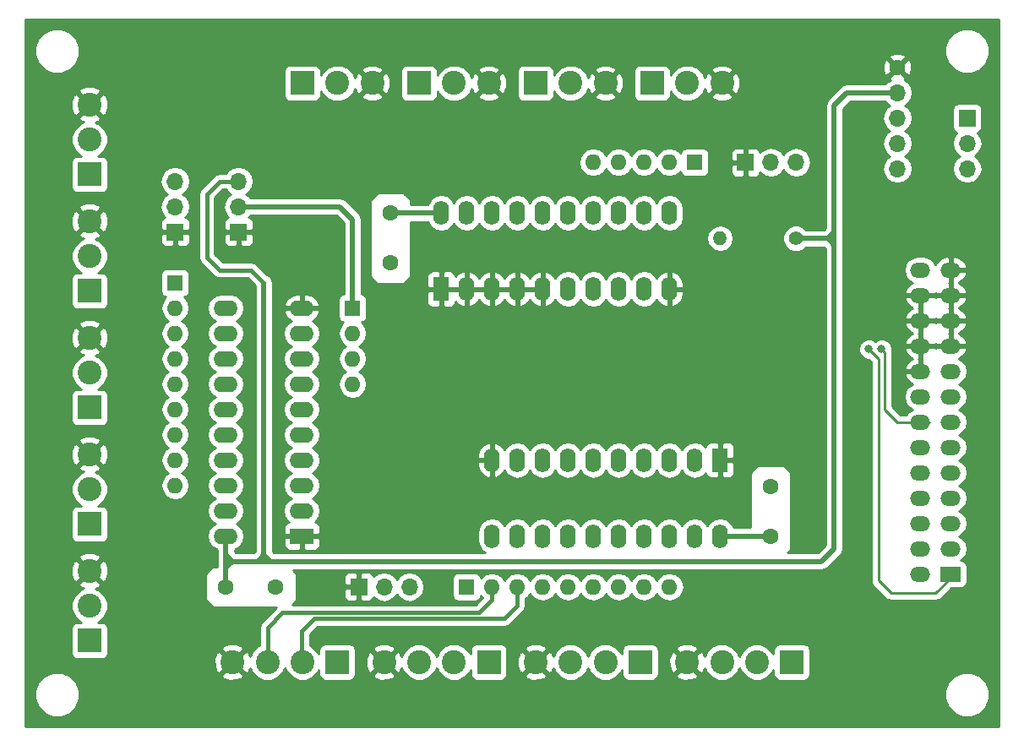
<source format=gbl>
G04 #@! TF.FileFunction,Copper,L2,Bot,Signal*
%FSLAX45Y45*%
G04 Gerber Fmt 4.5, Leading zero omitted, Abs format (unit mm)*
G04 Created by KiCad (PCBNEW 4.0.7-e2-6376~58~ubuntu16.04.1) date Wed Sep 20 11:28:03 2017*
%MOMM*%
%LPD*%
G01*
G04 APERTURE LIST*
%ADD10C,0.100000*%
%ADD11O,2.000000X1.500000*%
%ADD12R,2.000000X1.500000*%
%ADD13R,1.700000X1.700000*%
%ADD14O,1.700000X1.700000*%
%ADD15R,1.600000X1.600000*%
%ADD16O,1.600000X1.600000*%
%ADD17C,1.600000*%
%ADD18R,1.600000X2.400000*%
%ADD19O,1.600000X2.400000*%
%ADD20R,2.400000X1.600000*%
%ADD21O,2.400000X1.600000*%
%ADD22C,1.400000*%
%ADD23O,1.400000X1.400000*%
%ADD24C,2.400000*%
%ADD25R,2.400000X2.400000*%
%ADD26C,0.800000*%
%ADD27C,0.508000*%
%ADD28C,0.381000*%
%ADD29C,0.254000*%
G04 APERTURE END LIST*
D10*
D11*
X11570100Y-7658100D03*
X11874100Y-7658100D03*
X11570100Y-7912100D03*
X11874100Y-7912100D03*
X11570100Y-8166100D03*
D12*
X11874100Y-8166100D03*
D11*
X11874100Y-7404100D03*
X11570100Y-7404100D03*
X11570100Y-7150100D03*
X11874100Y-7150100D03*
X11874100Y-6896100D03*
X11570100Y-6896100D03*
X11570100Y-6642100D03*
X11874100Y-6642100D03*
X11874100Y-6388100D03*
X11570100Y-6388100D03*
X11570100Y-6134100D03*
X11874100Y-6134100D03*
X11874100Y-5880100D03*
X11570100Y-5880100D03*
X11570100Y-5626100D03*
X11874100Y-5626100D03*
X11874100Y-5372100D03*
X11570100Y-5372100D03*
X11570100Y-5118100D03*
X11874100Y-5118100D03*
D13*
X4737100Y-4737100D03*
D14*
X4737100Y-4483100D03*
X4737100Y-4229100D03*
D13*
X5943600Y-8293100D03*
D14*
X6197600Y-8293100D03*
X6451600Y-8293100D03*
D13*
X4102100Y-4737100D03*
D14*
X4102100Y-4483100D03*
X4102100Y-4229100D03*
D15*
X4102100Y-5245100D03*
D16*
X4102100Y-5499100D03*
X4102100Y-5753100D03*
X4102100Y-6007100D03*
X4102100Y-6261100D03*
X4102100Y-6515100D03*
X4102100Y-6769100D03*
X4102100Y-7023100D03*
X4102100Y-7277100D03*
D17*
X10071100Y-7285100D03*
X10071100Y-7785100D03*
X5110100Y-8293100D03*
X4610100Y-8293100D03*
X6261100Y-4546600D03*
X6261100Y-5046600D03*
D14*
X11341100Y-4102100D03*
X11341100Y-3848100D03*
X11341100Y-3594100D03*
X11341100Y-3340100D03*
D17*
X11341100Y-3086100D03*
D14*
X12039600Y-4102100D03*
X12039600Y-3848100D03*
D13*
X12039600Y-3594100D03*
D15*
X5880100Y-5499100D03*
D16*
X5880100Y-5753100D03*
X5880100Y-6007100D03*
X5880100Y-6261100D03*
D15*
X7023100Y-8293100D03*
D16*
X7277100Y-8293100D03*
X7531100Y-8293100D03*
X7785100Y-8293100D03*
X8039100Y-8293100D03*
X8293100Y-8293100D03*
X8547100Y-8293100D03*
X8801100Y-8293100D03*
X9055100Y-8293100D03*
D15*
X9309100Y-4038600D03*
D16*
X9055100Y-4038600D03*
X8801100Y-4038600D03*
X8547100Y-4038600D03*
X8293100Y-4038600D03*
D13*
X9817100Y-4038600D03*
D14*
X10071100Y-4038600D03*
X10325100Y-4038600D03*
D18*
X6769100Y-5308600D03*
D19*
X9055100Y-4546600D03*
X7023100Y-5308600D03*
X8801100Y-4546600D03*
X7277100Y-5308600D03*
X8547100Y-4546600D03*
X7531100Y-5308600D03*
X8293100Y-4546600D03*
X7785100Y-5308600D03*
X8039100Y-4546600D03*
X8039100Y-5308600D03*
X7785100Y-4546600D03*
X8293100Y-5308600D03*
X7531100Y-4546600D03*
X8547100Y-5308600D03*
X7277100Y-4546600D03*
X8801100Y-5308600D03*
X7023100Y-4546600D03*
X9055100Y-5308600D03*
X6769100Y-4546600D03*
D20*
X5372100Y-7785100D03*
D21*
X4610100Y-5499100D03*
X5372100Y-7531100D03*
X4610100Y-5753100D03*
X5372100Y-7277100D03*
X4610100Y-6007100D03*
X5372100Y-7023100D03*
X4610100Y-6261100D03*
X5372100Y-6769100D03*
X4610100Y-6515100D03*
X5372100Y-6515100D03*
X4610100Y-6769100D03*
X5372100Y-6261100D03*
X4610100Y-7023100D03*
X5372100Y-6007100D03*
X4610100Y-7277100D03*
X5372100Y-5753100D03*
X4610100Y-7531100D03*
X5372100Y-5499100D03*
X4610100Y-7785100D03*
D18*
X9563100Y-7023100D03*
D19*
X7277100Y-7785100D03*
X9309100Y-7023100D03*
X7531100Y-7785100D03*
X9055100Y-7023100D03*
X7785100Y-7785100D03*
X8801100Y-7023100D03*
X8039100Y-7785100D03*
X8547100Y-7023100D03*
X8293100Y-7785100D03*
X8293100Y-7023100D03*
X8547100Y-7785100D03*
X8039100Y-7023100D03*
X8801100Y-7785100D03*
X7785100Y-7023100D03*
X9055100Y-7785100D03*
X7531100Y-7023100D03*
X9309100Y-7785100D03*
X7277100Y-7023100D03*
X9563100Y-7785100D03*
D22*
X10325100Y-4800600D03*
D23*
X9563100Y-4800600D03*
D24*
X3245000Y-8483600D03*
D25*
X3245000Y-8833600D03*
D24*
X3245000Y-8133600D03*
X3245000Y-7315200D03*
D25*
X3245000Y-7665200D03*
D24*
X3245000Y-6965200D03*
X3245000Y-6146800D03*
D25*
X3245000Y-6496800D03*
D24*
X3245000Y-5796800D03*
X3245000Y-4978400D03*
D25*
X3245000Y-5328400D03*
D24*
X3245000Y-4628400D03*
X3245000Y-3810000D03*
D25*
X3245000Y-4160000D03*
D24*
X3245000Y-3460000D03*
X5377754Y-9048600D03*
D25*
X5727754Y-9048600D03*
D24*
X5027754Y-9048600D03*
X4677754Y-9048600D03*
X6896100Y-9048600D03*
D25*
X7246100Y-9048600D03*
D24*
X6546100Y-9048600D03*
X6196100Y-9048600D03*
X8414500Y-9048600D03*
D25*
X8764500Y-9048600D03*
D24*
X8064500Y-9048600D03*
X7714500Y-9048600D03*
X9932900Y-9048600D03*
D25*
X10282900Y-9048600D03*
D24*
X9582900Y-9048600D03*
X9232900Y-9048600D03*
X5727700Y-3245000D03*
D25*
X5377700Y-3245000D03*
D24*
X6077700Y-3245000D03*
X6896100Y-3245000D03*
D25*
X6546100Y-3245000D03*
D24*
X7246100Y-3245000D03*
X8064500Y-3245000D03*
D25*
X7714500Y-3245000D03*
D24*
X8414500Y-3245000D03*
X9232900Y-3245000D03*
D25*
X8882900Y-3245000D03*
D24*
X9582900Y-3245000D03*
D26*
X11182350Y-5911850D03*
X11055350Y-5911850D03*
D27*
X10706100Y-4927600D02*
X10706100Y-7912100D01*
X10706100Y-4864100D02*
X10706100Y-4927600D01*
X10579100Y-8039100D02*
X10198100Y-8039100D01*
X10706100Y-7912100D02*
X10579100Y-8039100D01*
D28*
X4737100Y-4229100D02*
X4546600Y-4229100D01*
D27*
X10706100Y-3911600D02*
X10706100Y-3467100D01*
X10833100Y-3340100D02*
X11341100Y-3340100D01*
X10706100Y-3467100D02*
X10833100Y-3340100D01*
X4991100Y-5245100D02*
X4991100Y-8039100D01*
D28*
X4864100Y-5118100D02*
X4991100Y-5245100D01*
X4546600Y-5118100D02*
X4864100Y-5118100D01*
X4419600Y-4991100D02*
X4546600Y-5118100D01*
X4419600Y-4356100D02*
X4419600Y-4991100D01*
X4546600Y-4229100D02*
X4419600Y-4356100D01*
D27*
X9753600Y-8039100D02*
X5753100Y-8039100D01*
X10198100Y-8039100D02*
X9880600Y-8039100D01*
X9817100Y-8039100D02*
X9753600Y-8039100D01*
X9880600Y-8039100D02*
X9817100Y-8039100D01*
X5753100Y-8039100D02*
X5054600Y-8039100D01*
X5054600Y-8039100D02*
X4991100Y-7975600D01*
X4991100Y-8039100D02*
X5054600Y-8039100D01*
X4927600Y-8039100D02*
X4991100Y-8039100D01*
X4991100Y-7975600D02*
X4927600Y-8039100D01*
X4610100Y-8039100D02*
X4927600Y-8039100D01*
X10706100Y-3975100D02*
X10706100Y-3911600D01*
X10706100Y-4737100D02*
X10642600Y-4800600D01*
X10706100Y-4864100D02*
X10642600Y-4800600D01*
X10325100Y-4800600D02*
X10642600Y-4800600D01*
X10642600Y-4800600D02*
X10706100Y-4800600D01*
X9690100Y-8039100D02*
X10198100Y-8039100D01*
X10706100Y-3975100D02*
X10706100Y-4737100D01*
X10706100Y-4737100D02*
X10706100Y-4800600D01*
X10706100Y-4800600D02*
X10706100Y-4864100D01*
X4610100Y-8102600D02*
X4610100Y-8039100D01*
X4610100Y-8039100D02*
X4610100Y-7975600D01*
X4610100Y-8102600D02*
X4673600Y-8039100D01*
X4610100Y-7975600D02*
X4610100Y-7785100D01*
X4610100Y-8293100D02*
X4610100Y-8102600D01*
X4673600Y-8039100D02*
X4610100Y-7975600D01*
X10071100Y-7785100D02*
X9880600Y-7785100D01*
X9753600Y-7785100D02*
X9563100Y-7785100D01*
X9817100Y-7785100D02*
X9753600Y-7785100D01*
X9880600Y-7785100D02*
X9817100Y-7785100D01*
X6769100Y-4546600D02*
X6261100Y-4546600D01*
D29*
X11182350Y-5911850D02*
X11214100Y-5943600D01*
X11341100Y-6642100D02*
X11214100Y-6515100D01*
X11214100Y-6515100D02*
X11214100Y-5943600D01*
X11341100Y-6642100D02*
X11658600Y-6642100D01*
X11150600Y-6007100D02*
X11150600Y-8229600D01*
X11055350Y-5911850D02*
X11150600Y-6007100D01*
X11722100Y-8356600D02*
X11277600Y-8356600D01*
X11277600Y-8356600D02*
X11150600Y-8229600D01*
X11722100Y-8356600D02*
X11912600Y-8166100D01*
D27*
X4737100Y-4483100D02*
X5753100Y-4483100D01*
X5880100Y-4610100D02*
X5880100Y-5499100D01*
X5753100Y-4483100D02*
X5880100Y-4610100D01*
D28*
X5562600Y-8610600D02*
X5499100Y-8610600D01*
X5372100Y-8737600D02*
X5372100Y-9042946D01*
X5499100Y-8610600D02*
X5372100Y-8737600D01*
X5372100Y-9042946D02*
X5377754Y-9048600D01*
X7531100Y-8483600D02*
X7531100Y-8293100D01*
X7404100Y-8610600D02*
X7531100Y-8483600D01*
X5562600Y-8610600D02*
X7404100Y-8610600D01*
X5245100Y-8552500D02*
X5176200Y-8552500D01*
X5027754Y-8700946D02*
X5027754Y-9048600D01*
X5176200Y-8552500D02*
X5027754Y-8700946D01*
X7277100Y-8420100D02*
X7277100Y-8293100D01*
X7144700Y-8552500D02*
X7277100Y-8420100D01*
X5245100Y-8552500D02*
X7144700Y-8552500D01*
D29*
G36*
X12355830Y-9688830D02*
X2604770Y-9688830D01*
X2604770Y-9416862D01*
X2697461Y-9416862D01*
X2731416Y-9499037D01*
X2794232Y-9561964D01*
X2876348Y-9596061D01*
X2965262Y-9596139D01*
X3047437Y-9562185D01*
X3110364Y-9499368D01*
X3144461Y-9417252D01*
X3144461Y-9416862D01*
X11816061Y-9416862D01*
X11850015Y-9499037D01*
X11912832Y-9561964D01*
X11994948Y-9596061D01*
X12083862Y-9596139D01*
X12166037Y-9562185D01*
X12228964Y-9499368D01*
X12263061Y-9417252D01*
X12263139Y-9328338D01*
X12229184Y-9246163D01*
X12166368Y-9183236D01*
X12084252Y-9149139D01*
X11995338Y-9149061D01*
X11913163Y-9183016D01*
X11850236Y-9245832D01*
X11816139Y-9327948D01*
X11816061Y-9416862D01*
X3144461Y-9416862D01*
X3144539Y-9328338D01*
X3110584Y-9246163D01*
X3047768Y-9183236D01*
X3035922Y-9178318D01*
X4565997Y-9178318D01*
X4578311Y-9207079D01*
X4646527Y-9233071D01*
X4719498Y-9230979D01*
X4777198Y-9207079D01*
X4789511Y-9178318D01*
X4677754Y-9066561D01*
X4565997Y-9178318D01*
X3035922Y-9178318D01*
X2965652Y-9149139D01*
X2876738Y-9149061D01*
X2794563Y-9183016D01*
X2731636Y-9245832D01*
X2697539Y-9327948D01*
X2697461Y-9416862D01*
X2604770Y-9416862D01*
X2604770Y-8713600D01*
X3060256Y-8713600D01*
X3060256Y-8953600D01*
X3065184Y-8978377D01*
X3079219Y-8999381D01*
X3100223Y-9013416D01*
X3125000Y-9018344D01*
X3365000Y-9018344D01*
X3369879Y-9017373D01*
X4493283Y-9017373D01*
X4495375Y-9090344D01*
X4519275Y-9148044D01*
X4548037Y-9160357D01*
X4659794Y-9048600D01*
X4548037Y-8936843D01*
X4519275Y-8949157D01*
X4493283Y-9017373D01*
X3369879Y-9017373D01*
X3389776Y-9013416D01*
X3410781Y-8999381D01*
X3424816Y-8978377D01*
X3429744Y-8953600D01*
X3429744Y-8918883D01*
X4565997Y-8918883D01*
X4677754Y-9030640D01*
X4789511Y-8918883D01*
X4777198Y-8890121D01*
X4708981Y-8864129D01*
X4636010Y-8866221D01*
X4578311Y-8890121D01*
X4565997Y-8918883D01*
X3429744Y-8918883D01*
X3429744Y-8713600D01*
X3424816Y-8688824D01*
X3410781Y-8667819D01*
X3389776Y-8653784D01*
X3365000Y-8648856D01*
X3325571Y-8648856D01*
X3348809Y-8639255D01*
X3400473Y-8587680D01*
X3428468Y-8520261D01*
X3428532Y-8447260D01*
X3400654Y-8379791D01*
X3349080Y-8328127D01*
X3303304Y-8309119D01*
X3344443Y-8292079D01*
X3356757Y-8263317D01*
X3245000Y-8151560D01*
X3133243Y-8263317D01*
X3145556Y-8292079D01*
X3188446Y-8308420D01*
X3141191Y-8327945D01*
X3089527Y-8379520D01*
X3061532Y-8446940D01*
X3061468Y-8519940D01*
X3089345Y-8587409D01*
X3140920Y-8639073D01*
X3164480Y-8648856D01*
X3125000Y-8648856D01*
X3100223Y-8653784D01*
X3079219Y-8667819D01*
X3065184Y-8688824D01*
X3060256Y-8713600D01*
X2604770Y-8713600D01*
X2604770Y-8102373D01*
X3060529Y-8102373D01*
X3062621Y-8175344D01*
X3086521Y-8233043D01*
X3115282Y-8245357D01*
X3227039Y-8133600D01*
X3262960Y-8133600D01*
X3374717Y-8245357D01*
X3403479Y-8233043D01*
X3429471Y-8164827D01*
X3427379Y-8091856D01*
X3403479Y-8034156D01*
X3374717Y-8021843D01*
X3262960Y-8133600D01*
X3227039Y-8133600D01*
X3115282Y-8021843D01*
X3086521Y-8034156D01*
X3060529Y-8102373D01*
X2604770Y-8102373D01*
X2604770Y-8003882D01*
X3133243Y-8003882D01*
X3245000Y-8115639D01*
X3356757Y-8003882D01*
X3344443Y-7975121D01*
X3276227Y-7949129D01*
X3203256Y-7951221D01*
X3145556Y-7975121D01*
X3133243Y-8003882D01*
X2604770Y-8003882D01*
X2604770Y-7545200D01*
X3060256Y-7545200D01*
X3060256Y-7785200D01*
X3065184Y-7809976D01*
X3079219Y-7830981D01*
X3100223Y-7845016D01*
X3125000Y-7849944D01*
X3365000Y-7849944D01*
X3389776Y-7845016D01*
X3410781Y-7830981D01*
X3424816Y-7809976D01*
X3429744Y-7785200D01*
X3429744Y-7545200D01*
X3424816Y-7520423D01*
X3410781Y-7499419D01*
X3389776Y-7485384D01*
X3365000Y-7480456D01*
X3325571Y-7480456D01*
X3348809Y-7470854D01*
X3400473Y-7419280D01*
X3428468Y-7351860D01*
X3428532Y-7278860D01*
X3400654Y-7211391D01*
X3349080Y-7159727D01*
X3303304Y-7140719D01*
X3344443Y-7123679D01*
X3356757Y-7094917D01*
X3245000Y-6983160D01*
X3133243Y-7094917D01*
X3145556Y-7123679D01*
X3188446Y-7140020D01*
X3141191Y-7159545D01*
X3089527Y-7211120D01*
X3061532Y-7278539D01*
X3061468Y-7351540D01*
X3089345Y-7419009D01*
X3140920Y-7470673D01*
X3164480Y-7480456D01*
X3125000Y-7480456D01*
X3100223Y-7485384D01*
X3079219Y-7499419D01*
X3065184Y-7520423D01*
X3060256Y-7545200D01*
X2604770Y-7545200D01*
X2604770Y-6933973D01*
X3060529Y-6933973D01*
X3062621Y-7006944D01*
X3086521Y-7064643D01*
X3115282Y-7076957D01*
X3227039Y-6965200D01*
X3262960Y-6965200D01*
X3374717Y-7076957D01*
X3403479Y-7064643D01*
X3429471Y-6996427D01*
X3427379Y-6923456D01*
X3403479Y-6865756D01*
X3374717Y-6853443D01*
X3262960Y-6965200D01*
X3227039Y-6965200D01*
X3115282Y-6853443D01*
X3086521Y-6865756D01*
X3060529Y-6933973D01*
X2604770Y-6933973D01*
X2604770Y-6835482D01*
X3133243Y-6835482D01*
X3245000Y-6947239D01*
X3356757Y-6835482D01*
X3344443Y-6806721D01*
X3276227Y-6780729D01*
X3203256Y-6782821D01*
X3145556Y-6806721D01*
X3133243Y-6835482D01*
X2604770Y-6835482D01*
X2604770Y-6376800D01*
X3060256Y-6376800D01*
X3060256Y-6616800D01*
X3065184Y-6641576D01*
X3079219Y-6662581D01*
X3100223Y-6676616D01*
X3125000Y-6681544D01*
X3365000Y-6681544D01*
X3389776Y-6676616D01*
X3410781Y-6662581D01*
X3424816Y-6641576D01*
X3429744Y-6616800D01*
X3429744Y-6376800D01*
X3424816Y-6352023D01*
X3410781Y-6331019D01*
X3389776Y-6316984D01*
X3365000Y-6312056D01*
X3325571Y-6312056D01*
X3348809Y-6302454D01*
X3400473Y-6250880D01*
X3428468Y-6183460D01*
X3428532Y-6110460D01*
X3400654Y-6042991D01*
X3349080Y-5991327D01*
X3303304Y-5972319D01*
X3344443Y-5955279D01*
X3356757Y-5926517D01*
X3245000Y-5814760D01*
X3133243Y-5926517D01*
X3145556Y-5955279D01*
X3188446Y-5971620D01*
X3141191Y-5991145D01*
X3089527Y-6042720D01*
X3061532Y-6110139D01*
X3061468Y-6183140D01*
X3089345Y-6250609D01*
X3140920Y-6302273D01*
X3164480Y-6312056D01*
X3125000Y-6312056D01*
X3100223Y-6316984D01*
X3079219Y-6331019D01*
X3065184Y-6352023D01*
X3060256Y-6376800D01*
X2604770Y-6376800D01*
X2604770Y-5765573D01*
X3060529Y-5765573D01*
X3062621Y-5838544D01*
X3086521Y-5896243D01*
X3115282Y-5908557D01*
X3227039Y-5796800D01*
X3262960Y-5796800D01*
X3374717Y-5908557D01*
X3403479Y-5896243D01*
X3429471Y-5828027D01*
X3427379Y-5755056D01*
X3403479Y-5697356D01*
X3374717Y-5685043D01*
X3262960Y-5796800D01*
X3227039Y-5796800D01*
X3115282Y-5685043D01*
X3086521Y-5697356D01*
X3060529Y-5765573D01*
X2604770Y-5765573D01*
X2604770Y-5667082D01*
X3133243Y-5667082D01*
X3245000Y-5778839D01*
X3356757Y-5667082D01*
X3344443Y-5638321D01*
X3276227Y-5612329D01*
X3203256Y-5614421D01*
X3145556Y-5638321D01*
X3133243Y-5667082D01*
X2604770Y-5667082D01*
X2604770Y-5208400D01*
X3060256Y-5208400D01*
X3060256Y-5448400D01*
X3065184Y-5473177D01*
X3079219Y-5494181D01*
X3100223Y-5508216D01*
X3125000Y-5513144D01*
X3365000Y-5513144D01*
X3389776Y-5508216D01*
X3410781Y-5494181D01*
X3424816Y-5473177D01*
X3429744Y-5448400D01*
X3429744Y-5208400D01*
X3424816Y-5183624D01*
X3412439Y-5165100D01*
X3957356Y-5165100D01*
X3957356Y-5325100D01*
X3962284Y-5349877D01*
X3976319Y-5370881D01*
X3997323Y-5384916D01*
X4011293Y-5387694D01*
X4000630Y-5394819D01*
X3969523Y-5441374D01*
X3958600Y-5496289D01*
X3958600Y-5501911D01*
X3969523Y-5556826D01*
X4000630Y-5603381D01*
X4034631Y-5626100D01*
X4000630Y-5648819D01*
X3969523Y-5695374D01*
X3958600Y-5750289D01*
X3958600Y-5755911D01*
X3969523Y-5810826D01*
X4000630Y-5857381D01*
X4034631Y-5880100D01*
X4000630Y-5902819D01*
X3969523Y-5949374D01*
X3958600Y-6004289D01*
X3958600Y-6009911D01*
X3969523Y-6064826D01*
X4000630Y-6111381D01*
X4034631Y-6134100D01*
X4000630Y-6156819D01*
X3969523Y-6203374D01*
X3958600Y-6258289D01*
X3958600Y-6263911D01*
X3969523Y-6318826D01*
X4000630Y-6365381D01*
X4034631Y-6388100D01*
X4000630Y-6410819D01*
X3969523Y-6457374D01*
X3958600Y-6512289D01*
X3958600Y-6517911D01*
X3969523Y-6572826D01*
X4000630Y-6619381D01*
X4034631Y-6642100D01*
X4000630Y-6664819D01*
X3969523Y-6711374D01*
X3958600Y-6766289D01*
X3958600Y-6771911D01*
X3969523Y-6826826D01*
X4000630Y-6873381D01*
X4034631Y-6896100D01*
X4000630Y-6918819D01*
X3969523Y-6965374D01*
X3958600Y-7020289D01*
X3958600Y-7025911D01*
X3969523Y-7080826D01*
X4000630Y-7127381D01*
X4034631Y-7150100D01*
X4000630Y-7172819D01*
X3969523Y-7219374D01*
X3958600Y-7274289D01*
X3958600Y-7279911D01*
X3969523Y-7334826D01*
X4000630Y-7381381D01*
X4047185Y-7412488D01*
X4102100Y-7423411D01*
X4157015Y-7412488D01*
X4203570Y-7381381D01*
X4234677Y-7334826D01*
X4245600Y-7279911D01*
X4245600Y-7274289D01*
X4234677Y-7219374D01*
X4203570Y-7172819D01*
X4169569Y-7150100D01*
X4203570Y-7127381D01*
X4234677Y-7080826D01*
X4245600Y-7025911D01*
X4245600Y-7020289D01*
X4234677Y-6965374D01*
X4203570Y-6918819D01*
X4169569Y-6896100D01*
X4203570Y-6873381D01*
X4234677Y-6826826D01*
X4245600Y-6771911D01*
X4245600Y-6766289D01*
X4234677Y-6711374D01*
X4203570Y-6664819D01*
X4169569Y-6642100D01*
X4203570Y-6619381D01*
X4234677Y-6572826D01*
X4245600Y-6517911D01*
X4245600Y-6512289D01*
X4234677Y-6457374D01*
X4203570Y-6410819D01*
X4169569Y-6388100D01*
X4203570Y-6365381D01*
X4234677Y-6318826D01*
X4245600Y-6263911D01*
X4245600Y-6258289D01*
X4234677Y-6203374D01*
X4203570Y-6156819D01*
X4169569Y-6134100D01*
X4203570Y-6111381D01*
X4234677Y-6064826D01*
X4245600Y-6009911D01*
X4245600Y-6004289D01*
X4234677Y-5949374D01*
X4203570Y-5902819D01*
X4169569Y-5880100D01*
X4203570Y-5857381D01*
X4234677Y-5810826D01*
X4245600Y-5755911D01*
X4245600Y-5750289D01*
X4234677Y-5695374D01*
X4203570Y-5648819D01*
X4169569Y-5626100D01*
X4203570Y-5603381D01*
X4234677Y-5556826D01*
X4245600Y-5501911D01*
X4245600Y-5496289D01*
X4234677Y-5441374D01*
X4203570Y-5394819D01*
X4192907Y-5387694D01*
X4206877Y-5384916D01*
X4227881Y-5370881D01*
X4241916Y-5349877D01*
X4246844Y-5325100D01*
X4246844Y-5165100D01*
X4241916Y-5140324D01*
X4227881Y-5119319D01*
X4206877Y-5105284D01*
X4182100Y-5100356D01*
X4022100Y-5100356D01*
X3997323Y-5105284D01*
X3976319Y-5119319D01*
X3962284Y-5140324D01*
X3957356Y-5165100D01*
X3412439Y-5165100D01*
X3410781Y-5162619D01*
X3389776Y-5148584D01*
X3365000Y-5143656D01*
X3325571Y-5143656D01*
X3348809Y-5134055D01*
X3400473Y-5082480D01*
X3428468Y-5015061D01*
X3428532Y-4942060D01*
X3400654Y-4874591D01*
X3349080Y-4822927D01*
X3303304Y-4803919D01*
X3344443Y-4786879D01*
X3353521Y-4765675D01*
X3953600Y-4765675D01*
X3953600Y-4834731D01*
X3963267Y-4858070D01*
X3981130Y-4875933D01*
X4004469Y-4885600D01*
X4073525Y-4885600D01*
X4089400Y-4869725D01*
X4089400Y-4749800D01*
X4114800Y-4749800D01*
X4114800Y-4869725D01*
X4130675Y-4885600D01*
X4199731Y-4885600D01*
X4223070Y-4875933D01*
X4240933Y-4858070D01*
X4250600Y-4834731D01*
X4250600Y-4765675D01*
X4234725Y-4749800D01*
X4114800Y-4749800D01*
X4089400Y-4749800D01*
X3969475Y-4749800D01*
X3953600Y-4765675D01*
X3353521Y-4765675D01*
X3356757Y-4758118D01*
X3245000Y-4646361D01*
X3133243Y-4758118D01*
X3145556Y-4786879D01*
X3188446Y-4803220D01*
X3141191Y-4822746D01*
X3089527Y-4874320D01*
X3061532Y-4941740D01*
X3061468Y-5014740D01*
X3089345Y-5082209D01*
X3140920Y-5133873D01*
X3164480Y-5143656D01*
X3125000Y-5143656D01*
X3100223Y-5148584D01*
X3079219Y-5162619D01*
X3065184Y-5183624D01*
X3060256Y-5208400D01*
X2604770Y-5208400D01*
X2604770Y-4597173D01*
X3060529Y-4597173D01*
X3062621Y-4670144D01*
X3086521Y-4727844D01*
X3115282Y-4740157D01*
X3227039Y-4628400D01*
X3262960Y-4628400D01*
X3374717Y-4740157D01*
X3403479Y-4727844D01*
X3429471Y-4659627D01*
X3427379Y-4586656D01*
X3403479Y-4528957D01*
X3374717Y-4516643D01*
X3262960Y-4628400D01*
X3227039Y-4628400D01*
X3115282Y-4516643D01*
X3086521Y-4528957D01*
X3060529Y-4597173D01*
X2604770Y-4597173D01*
X2604770Y-4498683D01*
X3133243Y-4498683D01*
X3245000Y-4610440D01*
X3356757Y-4498683D01*
X3344443Y-4469921D01*
X3276227Y-4443929D01*
X3203256Y-4446021D01*
X3145556Y-4469921D01*
X3133243Y-4498683D01*
X2604770Y-4498683D01*
X2604770Y-4040000D01*
X3060256Y-4040000D01*
X3060256Y-4280000D01*
X3065184Y-4304777D01*
X3079219Y-4325781D01*
X3100223Y-4339816D01*
X3125000Y-4344744D01*
X3365000Y-4344744D01*
X3389776Y-4339816D01*
X3410781Y-4325781D01*
X3424816Y-4304777D01*
X3429744Y-4280000D01*
X3429744Y-4229100D01*
X3950691Y-4229100D01*
X3961995Y-4285929D01*
X3994185Y-4334105D01*
X4027103Y-4356100D01*
X3994185Y-4378095D01*
X3961995Y-4426272D01*
X3950691Y-4483100D01*
X3961995Y-4539929D01*
X3994185Y-4588105D01*
X3998578Y-4591040D01*
X3981130Y-4598267D01*
X3963267Y-4616130D01*
X3953600Y-4639469D01*
X3953600Y-4708525D01*
X3969475Y-4724400D01*
X4089400Y-4724400D01*
X4089400Y-4722400D01*
X4114800Y-4722400D01*
X4114800Y-4724400D01*
X4234725Y-4724400D01*
X4250600Y-4708525D01*
X4250600Y-4639469D01*
X4240933Y-4616130D01*
X4223070Y-4598267D01*
X4205622Y-4591040D01*
X4210015Y-4588105D01*
X4242205Y-4539929D01*
X4253509Y-4483100D01*
X4242205Y-4426272D01*
X4210015Y-4378095D01*
X4177097Y-4356100D01*
X4337050Y-4356100D01*
X4337050Y-4991100D01*
X4343334Y-5022691D01*
X4361228Y-5049472D01*
X4488228Y-5176471D01*
X4488228Y-5176472D01*
X4503177Y-5186460D01*
X4515009Y-5194366D01*
X4546600Y-5200650D01*
X4829907Y-5200650D01*
X4902200Y-5272943D01*
X4902200Y-7938776D01*
X4890776Y-7950200D01*
X4710424Y-7950200D01*
X4699000Y-7938776D01*
X4699000Y-7919588D01*
X4708610Y-7917677D01*
X4755165Y-7886570D01*
X4786272Y-7840015D01*
X4797195Y-7785100D01*
X4786272Y-7730185D01*
X4755165Y-7683630D01*
X4716956Y-7658100D01*
X4755165Y-7632570D01*
X4786272Y-7586015D01*
X4797195Y-7531100D01*
X4786272Y-7476185D01*
X4755165Y-7429630D01*
X4716956Y-7404100D01*
X4755165Y-7378570D01*
X4786272Y-7332015D01*
X4797195Y-7277100D01*
X4786272Y-7222185D01*
X4755165Y-7175630D01*
X4716956Y-7150100D01*
X4755165Y-7124570D01*
X4786272Y-7078015D01*
X4797195Y-7023100D01*
X4786272Y-6968185D01*
X4755165Y-6921630D01*
X4716956Y-6896100D01*
X4755165Y-6870570D01*
X4786272Y-6824015D01*
X4797195Y-6769100D01*
X4786272Y-6714185D01*
X4755165Y-6667630D01*
X4716956Y-6642100D01*
X4755165Y-6616570D01*
X4786272Y-6570015D01*
X4797195Y-6515100D01*
X4786272Y-6460185D01*
X4755165Y-6413630D01*
X4716956Y-6388100D01*
X4755165Y-6362570D01*
X4786272Y-6316015D01*
X4797195Y-6261100D01*
X4786272Y-6206185D01*
X4755165Y-6159630D01*
X4716956Y-6134100D01*
X4755165Y-6108570D01*
X4786272Y-6062015D01*
X4797195Y-6007100D01*
X4786272Y-5952185D01*
X4755165Y-5905630D01*
X4716956Y-5880100D01*
X4755165Y-5854570D01*
X4786272Y-5808015D01*
X4797195Y-5753100D01*
X4786272Y-5698185D01*
X4755165Y-5651630D01*
X4716956Y-5626100D01*
X4755165Y-5600570D01*
X4786272Y-5554015D01*
X4797195Y-5499100D01*
X4786272Y-5444185D01*
X4755165Y-5397630D01*
X4708610Y-5366523D01*
X4653695Y-5355600D01*
X4566505Y-5355600D01*
X4511590Y-5366523D01*
X4465035Y-5397630D01*
X4433928Y-5444185D01*
X4423005Y-5499100D01*
X4433928Y-5554015D01*
X4465035Y-5600570D01*
X4503244Y-5626100D01*
X4465035Y-5651630D01*
X4433928Y-5698185D01*
X4423005Y-5753100D01*
X4433928Y-5808015D01*
X4465035Y-5854570D01*
X4503244Y-5880100D01*
X4465035Y-5905630D01*
X4433928Y-5952185D01*
X4423005Y-6007100D01*
X4433928Y-6062015D01*
X4465035Y-6108570D01*
X4503244Y-6134100D01*
X4465035Y-6159630D01*
X4433928Y-6206185D01*
X4423005Y-6261100D01*
X4433928Y-6316015D01*
X4465035Y-6362570D01*
X4503244Y-6388100D01*
X4465035Y-6413630D01*
X4433928Y-6460185D01*
X4423005Y-6515100D01*
X4433928Y-6570015D01*
X4465035Y-6616570D01*
X4503244Y-6642100D01*
X4465035Y-6667630D01*
X4433928Y-6714185D01*
X4423005Y-6769100D01*
X4433928Y-6824015D01*
X4465035Y-6870570D01*
X4503244Y-6896100D01*
X4465035Y-6921630D01*
X4433928Y-6968185D01*
X4423005Y-7023100D01*
X4433928Y-7078015D01*
X4465035Y-7124570D01*
X4503244Y-7150100D01*
X4465035Y-7175630D01*
X4433928Y-7222185D01*
X4423005Y-7277100D01*
X4433928Y-7332015D01*
X4465035Y-7378570D01*
X4503244Y-7404100D01*
X4465035Y-7429630D01*
X4433928Y-7476185D01*
X4423005Y-7531100D01*
X4433928Y-7586015D01*
X4465035Y-7632570D01*
X4503244Y-7658100D01*
X4465035Y-7683630D01*
X4433928Y-7730185D01*
X4423005Y-7785100D01*
X4433928Y-7840015D01*
X4465035Y-7886570D01*
X4511590Y-7917677D01*
X4521200Y-7919588D01*
X4521200Y-8089900D01*
X4483100Y-8089900D01*
X4478240Y-8090867D01*
X4474120Y-8093620D01*
X4410620Y-8157120D01*
X4407867Y-8161240D01*
X4406900Y-8166100D01*
X4406900Y-8420100D01*
X4407867Y-8424960D01*
X4410620Y-8429080D01*
X4474120Y-8492580D01*
X4478240Y-8495333D01*
X4483100Y-8496300D01*
X5115657Y-8496300D01*
X4969382Y-8642574D01*
X4951488Y-8669355D01*
X4951488Y-8669356D01*
X4945204Y-8700946D01*
X4945204Y-8884162D01*
X4923945Y-8892946D01*
X4872281Y-8944520D01*
X4853273Y-8990296D01*
X4836233Y-8949157D01*
X4807472Y-8936843D01*
X4695715Y-9048600D01*
X4807472Y-9160357D01*
X4836233Y-9148044D01*
X4852574Y-9105154D01*
X4872100Y-9152409D01*
X4923674Y-9204073D01*
X4991094Y-9232068D01*
X5064094Y-9232132D01*
X5131563Y-9204255D01*
X5183227Y-9152680D01*
X5202768Y-9105622D01*
X5222100Y-9152409D01*
X5273674Y-9204073D01*
X5341094Y-9232068D01*
X5414094Y-9232132D01*
X5481563Y-9204255D01*
X5533227Y-9152680D01*
X5543010Y-9129120D01*
X5543010Y-9168600D01*
X5547938Y-9193377D01*
X5561973Y-9214381D01*
X5582978Y-9228416D01*
X5607754Y-9233344D01*
X5847754Y-9233344D01*
X5872530Y-9228416D01*
X5893535Y-9214381D01*
X5907570Y-9193377D01*
X5910565Y-9178318D01*
X6084343Y-9178318D01*
X6096656Y-9207079D01*
X6164873Y-9233071D01*
X6237844Y-9230979D01*
X6295543Y-9207079D01*
X6307857Y-9178318D01*
X6196100Y-9066561D01*
X6084343Y-9178318D01*
X5910565Y-9178318D01*
X5912498Y-9168600D01*
X5912498Y-9017373D01*
X6011629Y-9017373D01*
X6013721Y-9090344D01*
X6037621Y-9148044D01*
X6066382Y-9160357D01*
X6178139Y-9048600D01*
X6214060Y-9048600D01*
X6325817Y-9160357D01*
X6354579Y-9148044D01*
X6370920Y-9105154D01*
X6390445Y-9152409D01*
X6442020Y-9204073D01*
X6509439Y-9232068D01*
X6582440Y-9232132D01*
X6649909Y-9204255D01*
X6701573Y-9152680D01*
X6721113Y-9105622D01*
X6740445Y-9152409D01*
X6792020Y-9204073D01*
X6859439Y-9232068D01*
X6932440Y-9232132D01*
X6999909Y-9204255D01*
X7051573Y-9152680D01*
X7061356Y-9129120D01*
X7061356Y-9168600D01*
X7066284Y-9193377D01*
X7080319Y-9214381D01*
X7101323Y-9228416D01*
X7126100Y-9233344D01*
X7366100Y-9233344D01*
X7390876Y-9228416D01*
X7411881Y-9214381D01*
X7425916Y-9193377D01*
X7428911Y-9178318D01*
X7602743Y-9178318D01*
X7615056Y-9207079D01*
X7683273Y-9233071D01*
X7756244Y-9230979D01*
X7813943Y-9207079D01*
X7826257Y-9178318D01*
X7714500Y-9066561D01*
X7602743Y-9178318D01*
X7428911Y-9178318D01*
X7430844Y-9168600D01*
X7430844Y-9017373D01*
X7530029Y-9017373D01*
X7532121Y-9090344D01*
X7556021Y-9148044D01*
X7584782Y-9160357D01*
X7696539Y-9048600D01*
X7732460Y-9048600D01*
X7844217Y-9160357D01*
X7872979Y-9148044D01*
X7889320Y-9105154D01*
X7908845Y-9152409D01*
X7960420Y-9204073D01*
X8027839Y-9232068D01*
X8100840Y-9232132D01*
X8168309Y-9204255D01*
X8219973Y-9152680D01*
X8239513Y-9105622D01*
X8258845Y-9152409D01*
X8310420Y-9204073D01*
X8377839Y-9232068D01*
X8450840Y-9232132D01*
X8518309Y-9204255D01*
X8569973Y-9152680D01*
X8579756Y-9129120D01*
X8579756Y-9168600D01*
X8584684Y-9193377D01*
X8598719Y-9214381D01*
X8619724Y-9228416D01*
X8644500Y-9233344D01*
X8884500Y-9233344D01*
X8909277Y-9228416D01*
X8930281Y-9214381D01*
X8944316Y-9193377D01*
X8947311Y-9178318D01*
X9121143Y-9178318D01*
X9133457Y-9207079D01*
X9201673Y-9233071D01*
X9274644Y-9230979D01*
X9332344Y-9207079D01*
X9344657Y-9178318D01*
X9232900Y-9066561D01*
X9121143Y-9178318D01*
X8947311Y-9178318D01*
X8949244Y-9168600D01*
X8949244Y-9017373D01*
X9048429Y-9017373D01*
X9050521Y-9090344D01*
X9074421Y-9148044D01*
X9103183Y-9160357D01*
X9214940Y-9048600D01*
X9250861Y-9048600D01*
X9362618Y-9160357D01*
X9391379Y-9148044D01*
X9407720Y-9105154D01*
X9427246Y-9152409D01*
X9478820Y-9204073D01*
X9546240Y-9232068D01*
X9619240Y-9232132D01*
X9686709Y-9204255D01*
X9738373Y-9152680D01*
X9757914Y-9105622D01*
X9777246Y-9152409D01*
X9828820Y-9204073D01*
X9896240Y-9232068D01*
X9969240Y-9232132D01*
X10036709Y-9204255D01*
X10088373Y-9152680D01*
X10098156Y-9129120D01*
X10098156Y-9168600D01*
X10103084Y-9193377D01*
X10117119Y-9214381D01*
X10138124Y-9228416D01*
X10162900Y-9233344D01*
X10402900Y-9233344D01*
X10427677Y-9228416D01*
X10448681Y-9214381D01*
X10462716Y-9193377D01*
X10467644Y-9168600D01*
X10467644Y-8928600D01*
X10462716Y-8903824D01*
X10448681Y-8882819D01*
X10427677Y-8868784D01*
X10402900Y-8863856D01*
X10162900Y-8863856D01*
X10138124Y-8868784D01*
X10117119Y-8882819D01*
X10103084Y-8903824D01*
X10098156Y-8928600D01*
X10098156Y-8968029D01*
X10088555Y-8944791D01*
X10036980Y-8893127D01*
X9969561Y-8865132D01*
X9896560Y-8865068D01*
X9829091Y-8892946D01*
X9777427Y-8944520D01*
X9757887Y-8991579D01*
X9738555Y-8944791D01*
X9686980Y-8893127D01*
X9619561Y-8865132D01*
X9546560Y-8865068D01*
X9479091Y-8892946D01*
X9427427Y-8944520D01*
X9408419Y-8990296D01*
X9391379Y-8949157D01*
X9362618Y-8936843D01*
X9250861Y-9048600D01*
X9214940Y-9048600D01*
X9103183Y-8936843D01*
X9074421Y-8949157D01*
X9048429Y-9017373D01*
X8949244Y-9017373D01*
X8949244Y-8928600D01*
X8947311Y-8918883D01*
X9121143Y-8918883D01*
X9232900Y-9030640D01*
X9344657Y-8918883D01*
X9332344Y-8890121D01*
X9264127Y-8864129D01*
X9191156Y-8866221D01*
X9133457Y-8890121D01*
X9121143Y-8918883D01*
X8947311Y-8918883D01*
X8944316Y-8903824D01*
X8930281Y-8882819D01*
X8909277Y-8868784D01*
X8884500Y-8863856D01*
X8644500Y-8863856D01*
X8619724Y-8868784D01*
X8598719Y-8882819D01*
X8584684Y-8903824D01*
X8579756Y-8928600D01*
X8579756Y-8968029D01*
X8570155Y-8944791D01*
X8518580Y-8893127D01*
X8451161Y-8865132D01*
X8378160Y-8865068D01*
X8310691Y-8892946D01*
X8259027Y-8944520D01*
X8239486Y-8991579D01*
X8220154Y-8944791D01*
X8168580Y-8893127D01*
X8101160Y-8865132D01*
X8028160Y-8865068D01*
X7960691Y-8892946D01*
X7909027Y-8944520D01*
X7890019Y-8990296D01*
X7872979Y-8949157D01*
X7844217Y-8936843D01*
X7732460Y-9048600D01*
X7696539Y-9048600D01*
X7584782Y-8936843D01*
X7556021Y-8949157D01*
X7530029Y-9017373D01*
X7430844Y-9017373D01*
X7430844Y-8928600D01*
X7428911Y-8918883D01*
X7602743Y-8918883D01*
X7714500Y-9030640D01*
X7826257Y-8918883D01*
X7813943Y-8890121D01*
X7745727Y-8864129D01*
X7672756Y-8866221D01*
X7615056Y-8890121D01*
X7602743Y-8918883D01*
X7428911Y-8918883D01*
X7425916Y-8903824D01*
X7411881Y-8882819D01*
X7390876Y-8868784D01*
X7366100Y-8863856D01*
X7126100Y-8863856D01*
X7101323Y-8868784D01*
X7080319Y-8882819D01*
X7066284Y-8903824D01*
X7061356Y-8928600D01*
X7061356Y-8968029D01*
X7051754Y-8944791D01*
X7000180Y-8893127D01*
X6932760Y-8865132D01*
X6859760Y-8865068D01*
X6792291Y-8892946D01*
X6740627Y-8944520D01*
X6721086Y-8991579D01*
X6701754Y-8944791D01*
X6650180Y-8893127D01*
X6582760Y-8865132D01*
X6509760Y-8865068D01*
X6442291Y-8892946D01*
X6390627Y-8944520D01*
X6371619Y-8990296D01*
X6354579Y-8949157D01*
X6325817Y-8936843D01*
X6214060Y-9048600D01*
X6178139Y-9048600D01*
X6066382Y-8936843D01*
X6037621Y-8949157D01*
X6011629Y-9017373D01*
X5912498Y-9017373D01*
X5912498Y-8928600D01*
X5910565Y-8918883D01*
X6084343Y-8918883D01*
X6196100Y-9030640D01*
X6307857Y-8918883D01*
X6295543Y-8890121D01*
X6227327Y-8864129D01*
X6154356Y-8866221D01*
X6096656Y-8890121D01*
X6084343Y-8918883D01*
X5910565Y-8918883D01*
X5907570Y-8903824D01*
X5893535Y-8882819D01*
X5872530Y-8868784D01*
X5847754Y-8863856D01*
X5607754Y-8863856D01*
X5582978Y-8868784D01*
X5561973Y-8882819D01*
X5547938Y-8903824D01*
X5543010Y-8928600D01*
X5543010Y-8968029D01*
X5533409Y-8944791D01*
X5481834Y-8893127D01*
X5454650Y-8881839D01*
X5454650Y-8771793D01*
X5533293Y-8693150D01*
X7404100Y-8693150D01*
X7435691Y-8686866D01*
X7462472Y-8668972D01*
X7589471Y-8541972D01*
X7589472Y-8541972D01*
X7600199Y-8525918D01*
X7607366Y-8515191D01*
X7613650Y-8483600D01*
X7613650Y-8409090D01*
X7635381Y-8394570D01*
X7658100Y-8360569D01*
X7680819Y-8394570D01*
X7727374Y-8425677D01*
X7782289Y-8436600D01*
X7787911Y-8436600D01*
X7842826Y-8425677D01*
X7889381Y-8394570D01*
X7912100Y-8360569D01*
X7934819Y-8394570D01*
X7981374Y-8425677D01*
X8036289Y-8436600D01*
X8041911Y-8436600D01*
X8096826Y-8425677D01*
X8143381Y-8394570D01*
X8166100Y-8360569D01*
X8188819Y-8394570D01*
X8235374Y-8425677D01*
X8290289Y-8436600D01*
X8295911Y-8436600D01*
X8350826Y-8425677D01*
X8397381Y-8394570D01*
X8420100Y-8360569D01*
X8442819Y-8394570D01*
X8489374Y-8425677D01*
X8544289Y-8436600D01*
X8549911Y-8436600D01*
X8604826Y-8425677D01*
X8651381Y-8394570D01*
X8674100Y-8360569D01*
X8696819Y-8394570D01*
X8743374Y-8425677D01*
X8798289Y-8436600D01*
X8803911Y-8436600D01*
X8858826Y-8425677D01*
X8905381Y-8394570D01*
X8928100Y-8360569D01*
X8950819Y-8394570D01*
X8997374Y-8425677D01*
X9052289Y-8436600D01*
X9057911Y-8436600D01*
X9112826Y-8425677D01*
X9159381Y-8394570D01*
X9190488Y-8348015D01*
X9201411Y-8293100D01*
X9190488Y-8238185D01*
X9159381Y-8191630D01*
X9112826Y-8160523D01*
X9057911Y-8149600D01*
X9052289Y-8149600D01*
X8997374Y-8160523D01*
X8950819Y-8191630D01*
X8928100Y-8225631D01*
X8905381Y-8191630D01*
X8858826Y-8160523D01*
X8803911Y-8149600D01*
X8798289Y-8149600D01*
X8743374Y-8160523D01*
X8696819Y-8191630D01*
X8674100Y-8225631D01*
X8651381Y-8191630D01*
X8604826Y-8160523D01*
X8549911Y-8149600D01*
X8544289Y-8149600D01*
X8489374Y-8160523D01*
X8442819Y-8191630D01*
X8420100Y-8225631D01*
X8397381Y-8191630D01*
X8350826Y-8160523D01*
X8295911Y-8149600D01*
X8290289Y-8149600D01*
X8235374Y-8160523D01*
X8188819Y-8191630D01*
X8166100Y-8225631D01*
X8143381Y-8191630D01*
X8096826Y-8160523D01*
X8041911Y-8149600D01*
X8036289Y-8149600D01*
X7981374Y-8160523D01*
X7934819Y-8191630D01*
X7912100Y-8225631D01*
X7889381Y-8191630D01*
X7842826Y-8160523D01*
X7787911Y-8149600D01*
X7782289Y-8149600D01*
X7727374Y-8160523D01*
X7680819Y-8191630D01*
X7658100Y-8225631D01*
X7635381Y-8191630D01*
X7588826Y-8160523D01*
X7533911Y-8149600D01*
X7528289Y-8149600D01*
X7473374Y-8160523D01*
X7426819Y-8191630D01*
X7404100Y-8225631D01*
X7381381Y-8191630D01*
X7334826Y-8160523D01*
X7279911Y-8149600D01*
X7274289Y-8149600D01*
X7219374Y-8160523D01*
X7172819Y-8191630D01*
X7165694Y-8202293D01*
X7162916Y-8188323D01*
X7148881Y-8167319D01*
X7127876Y-8153284D01*
X7103100Y-8148356D01*
X6943100Y-8148356D01*
X6918323Y-8153284D01*
X6897319Y-8167319D01*
X6883284Y-8188323D01*
X6878356Y-8213100D01*
X6878356Y-8373100D01*
X6883284Y-8397877D01*
X6897319Y-8418881D01*
X6918323Y-8432916D01*
X6943100Y-8437844D01*
X7103100Y-8437844D01*
X7127876Y-8432916D01*
X7148881Y-8418881D01*
X7162916Y-8397877D01*
X7165694Y-8383907D01*
X7172819Y-8394570D01*
X7180652Y-8399804D01*
X7110507Y-8469950D01*
X5276711Y-8469950D01*
X5317580Y-8429080D01*
X5320333Y-8424960D01*
X5321300Y-8420100D01*
X5321300Y-8321675D01*
X5795100Y-8321675D01*
X5795100Y-8390731D01*
X5804767Y-8414070D01*
X5822630Y-8431933D01*
X5845969Y-8441600D01*
X5915025Y-8441600D01*
X5930900Y-8425725D01*
X5930900Y-8305800D01*
X5810975Y-8305800D01*
X5795100Y-8321675D01*
X5321300Y-8321675D01*
X5321300Y-8195469D01*
X5795100Y-8195469D01*
X5795100Y-8264525D01*
X5810975Y-8280400D01*
X5930900Y-8280400D01*
X5930900Y-8160475D01*
X5956300Y-8160475D01*
X5956300Y-8280400D01*
X5958300Y-8280400D01*
X5958300Y-8305800D01*
X5956300Y-8305800D01*
X5956300Y-8425725D01*
X5972175Y-8441600D01*
X6041231Y-8441600D01*
X6064570Y-8431933D01*
X6082433Y-8414070D01*
X6089660Y-8396622D01*
X6092595Y-8401015D01*
X6140771Y-8433205D01*
X6197600Y-8444509D01*
X6254428Y-8433205D01*
X6302605Y-8401015D01*
X6324600Y-8368097D01*
X6346595Y-8401015D01*
X6394771Y-8433205D01*
X6451600Y-8444509D01*
X6508428Y-8433205D01*
X6556605Y-8401015D01*
X6588796Y-8352838D01*
X6600100Y-8296009D01*
X6600100Y-8290191D01*
X6588796Y-8233362D01*
X6556605Y-8185185D01*
X6508428Y-8152995D01*
X6451600Y-8141691D01*
X6394771Y-8152995D01*
X6346595Y-8185185D01*
X6324600Y-8218103D01*
X6302605Y-8185185D01*
X6254428Y-8152995D01*
X6197600Y-8141691D01*
X6140771Y-8152995D01*
X6092595Y-8185185D01*
X6089660Y-8189578D01*
X6082433Y-8172130D01*
X6064570Y-8154267D01*
X6041231Y-8144600D01*
X5972175Y-8144600D01*
X5956300Y-8160475D01*
X5930900Y-8160475D01*
X5915025Y-8144600D01*
X5845969Y-8144600D01*
X5822630Y-8154267D01*
X5804767Y-8172130D01*
X5795100Y-8195469D01*
X5321300Y-8195469D01*
X5321300Y-8166100D01*
X5320333Y-8161240D01*
X5317580Y-8157120D01*
X5288461Y-8128000D01*
X10579100Y-8128000D01*
X10613121Y-8121233D01*
X10641962Y-8101962D01*
X10768962Y-7974962D01*
X10778109Y-7961272D01*
X10788233Y-7946121D01*
X10795000Y-7912100D01*
X10795000Y-5932347D01*
X10951832Y-5932347D01*
X10967556Y-5970401D01*
X10996645Y-5999542D01*
X11034672Y-6015332D01*
X11051083Y-6015346D01*
X11074400Y-6038663D01*
X11074400Y-8229600D01*
X11080200Y-8258760D01*
X11094660Y-8280400D01*
X11096719Y-8283481D01*
X11223718Y-8410482D01*
X11245387Y-8424960D01*
X11248439Y-8427000D01*
X11277600Y-8432800D01*
X11722100Y-8432800D01*
X11751260Y-8427000D01*
X11775981Y-8410482D01*
X11880619Y-8305844D01*
X11974100Y-8305844D01*
X11998876Y-8300916D01*
X12019881Y-8286881D01*
X12033916Y-8265876D01*
X12038844Y-8241100D01*
X12038844Y-8091100D01*
X12033916Y-8066323D01*
X12019881Y-8045319D01*
X11998876Y-8031284D01*
X11975418Y-8026618D01*
X12000237Y-8010034D01*
X12030260Y-7965102D01*
X12040803Y-7912100D01*
X12030260Y-7859098D01*
X12000237Y-7814166D01*
X11956738Y-7785100D01*
X12000237Y-7756034D01*
X12030260Y-7711102D01*
X12040803Y-7658100D01*
X12030260Y-7605098D01*
X12000237Y-7560166D01*
X11956738Y-7531100D01*
X12000237Y-7502034D01*
X12030260Y-7457102D01*
X12040803Y-7404100D01*
X12030260Y-7351098D01*
X12000237Y-7306166D01*
X11956738Y-7277100D01*
X12000237Y-7248034D01*
X12030260Y-7203102D01*
X12040803Y-7150100D01*
X12030260Y-7097098D01*
X12000237Y-7052166D01*
X11956738Y-7023100D01*
X12000237Y-6994034D01*
X12030260Y-6949102D01*
X12040803Y-6896100D01*
X12030260Y-6843098D01*
X12000237Y-6798166D01*
X11956738Y-6769100D01*
X12000237Y-6740034D01*
X12030260Y-6695102D01*
X12040803Y-6642100D01*
X12030260Y-6589098D01*
X12000237Y-6544166D01*
X11956738Y-6515100D01*
X12000237Y-6486034D01*
X12030260Y-6441102D01*
X12040803Y-6388100D01*
X12030260Y-6335098D01*
X12000237Y-6290166D01*
X11956738Y-6261100D01*
X12000237Y-6232034D01*
X12030260Y-6187102D01*
X12040803Y-6134100D01*
X12030260Y-6081098D01*
X12000237Y-6036166D01*
X11955916Y-6006551D01*
X11961272Y-6005096D01*
X12004374Y-5971789D01*
X12031448Y-5924523D01*
X12033332Y-5914218D01*
X12021066Y-5892800D01*
X11886800Y-5892800D01*
X11886800Y-5894800D01*
X11861400Y-5894800D01*
X11861400Y-5892800D01*
X11727134Y-5892800D01*
X11722100Y-5901591D01*
X11717066Y-5892800D01*
X11582800Y-5892800D01*
X11582800Y-6003287D01*
X11587992Y-6007100D01*
X11582800Y-6010913D01*
X11582800Y-6121400D01*
X11584800Y-6121400D01*
X11584800Y-6146800D01*
X11582800Y-6146800D01*
X11582800Y-6148800D01*
X11557400Y-6148800D01*
X11557400Y-6146800D01*
X11423134Y-6146800D01*
X11410868Y-6168218D01*
X11412752Y-6178523D01*
X11439826Y-6225789D01*
X11482928Y-6259096D01*
X11488284Y-6260551D01*
X11443962Y-6290166D01*
X11413939Y-6335098D01*
X11403397Y-6388100D01*
X11413939Y-6441102D01*
X11443962Y-6486034D01*
X11487462Y-6515100D01*
X11443962Y-6544166D01*
X11429440Y-6565900D01*
X11372663Y-6565900D01*
X11290300Y-6483537D01*
X11290300Y-5943600D01*
X11285842Y-5921188D01*
X11285848Y-5914218D01*
X11410868Y-5914218D01*
X11412752Y-5924523D01*
X11439826Y-5971789D01*
X11482928Y-6005096D01*
X11490305Y-6007100D01*
X11482928Y-6009104D01*
X11439826Y-6042411D01*
X11412752Y-6089676D01*
X11410868Y-6099981D01*
X11423134Y-6121400D01*
X11557400Y-6121400D01*
X11557400Y-6010913D01*
X11552208Y-6007100D01*
X11557400Y-6003287D01*
X11557400Y-5892800D01*
X11423134Y-5892800D01*
X11410868Y-5914218D01*
X11285848Y-5914218D01*
X11285868Y-5891353D01*
X11270144Y-5853298D01*
X11241055Y-5824158D01*
X11203028Y-5808368D01*
X11161853Y-5808332D01*
X11123799Y-5824056D01*
X11118867Y-5828979D01*
X11114055Y-5824158D01*
X11076028Y-5808368D01*
X11034853Y-5808332D01*
X10996799Y-5824056D01*
X10967658Y-5853145D01*
X10951868Y-5891172D01*
X10951832Y-5932347D01*
X10795000Y-5932347D01*
X10795000Y-5660218D01*
X11410868Y-5660218D01*
X11412752Y-5670523D01*
X11439826Y-5717789D01*
X11482928Y-5751096D01*
X11490305Y-5753100D01*
X11482928Y-5755104D01*
X11439826Y-5788411D01*
X11412752Y-5835676D01*
X11410868Y-5845981D01*
X11423134Y-5867400D01*
X11557400Y-5867400D01*
X11557400Y-5756913D01*
X11552208Y-5753100D01*
X11557400Y-5749287D01*
X11557400Y-5638800D01*
X11582800Y-5638800D01*
X11582800Y-5749287D01*
X11587992Y-5753100D01*
X11582800Y-5756913D01*
X11582800Y-5867400D01*
X11717066Y-5867400D01*
X11722100Y-5858609D01*
X11727134Y-5867400D01*
X11861400Y-5867400D01*
X11861400Y-5756913D01*
X11856208Y-5753100D01*
X11861400Y-5749287D01*
X11861400Y-5638800D01*
X11886800Y-5638800D01*
X11886800Y-5749287D01*
X11891992Y-5753100D01*
X11886800Y-5756913D01*
X11886800Y-5867400D01*
X12021066Y-5867400D01*
X12033332Y-5845981D01*
X12031448Y-5835676D01*
X12004374Y-5788411D01*
X11961272Y-5755104D01*
X11953895Y-5753100D01*
X11961272Y-5751096D01*
X12004374Y-5717789D01*
X12031448Y-5670523D01*
X12033332Y-5660218D01*
X12021066Y-5638800D01*
X11886800Y-5638800D01*
X11861400Y-5638800D01*
X11727134Y-5638800D01*
X11722100Y-5647591D01*
X11717066Y-5638800D01*
X11582800Y-5638800D01*
X11557400Y-5638800D01*
X11423134Y-5638800D01*
X11410868Y-5660218D01*
X10795000Y-5660218D01*
X10795000Y-5406219D01*
X11410868Y-5406219D01*
X11412752Y-5416524D01*
X11439826Y-5463789D01*
X11482928Y-5497096D01*
X11490305Y-5499100D01*
X11482928Y-5501104D01*
X11439826Y-5534411D01*
X11412752Y-5581677D01*
X11410868Y-5591982D01*
X11423134Y-5613400D01*
X11557400Y-5613400D01*
X11557400Y-5502913D01*
X11552208Y-5499100D01*
X11557400Y-5495287D01*
X11557400Y-5384800D01*
X11582800Y-5384800D01*
X11582800Y-5495287D01*
X11587992Y-5499100D01*
X11582800Y-5502913D01*
X11582800Y-5613400D01*
X11717066Y-5613400D01*
X11722100Y-5604609D01*
X11727134Y-5613400D01*
X11861400Y-5613400D01*
X11861400Y-5502913D01*
X11856208Y-5499100D01*
X11861400Y-5495287D01*
X11861400Y-5384800D01*
X11886800Y-5384800D01*
X11886800Y-5495287D01*
X11891992Y-5499100D01*
X11886800Y-5502913D01*
X11886800Y-5613400D01*
X12021066Y-5613400D01*
X12033332Y-5591982D01*
X12031448Y-5581677D01*
X12004374Y-5534411D01*
X11961272Y-5501104D01*
X11953895Y-5499100D01*
X11961272Y-5497096D01*
X12004374Y-5463789D01*
X12031448Y-5416524D01*
X12033332Y-5406219D01*
X12021066Y-5384800D01*
X11886800Y-5384800D01*
X11861400Y-5384800D01*
X11727134Y-5384800D01*
X11722100Y-5393591D01*
X11717066Y-5384800D01*
X11582800Y-5384800D01*
X11557400Y-5384800D01*
X11423134Y-5384800D01*
X11410868Y-5406219D01*
X10795000Y-5406219D01*
X10795000Y-5118100D01*
X11403397Y-5118100D01*
X11413939Y-5171102D01*
X11443962Y-5216034D01*
X11488284Y-5245649D01*
X11482928Y-5247104D01*
X11439826Y-5280411D01*
X11412752Y-5327677D01*
X11410868Y-5337982D01*
X11423134Y-5359400D01*
X11557400Y-5359400D01*
X11557400Y-5357400D01*
X11582800Y-5357400D01*
X11582800Y-5359400D01*
X11717066Y-5359400D01*
X11722100Y-5350609D01*
X11727134Y-5359400D01*
X11861400Y-5359400D01*
X11861400Y-5248913D01*
X11856208Y-5245100D01*
X11861400Y-5241287D01*
X11861400Y-5130800D01*
X11886800Y-5130800D01*
X11886800Y-5241287D01*
X11891992Y-5245100D01*
X11886800Y-5248913D01*
X11886800Y-5359400D01*
X12021066Y-5359400D01*
X12033332Y-5337982D01*
X12031448Y-5327677D01*
X12004374Y-5280411D01*
X11961272Y-5247104D01*
X11953895Y-5245100D01*
X11961272Y-5243096D01*
X12004374Y-5209789D01*
X12031448Y-5162524D01*
X12033332Y-5152219D01*
X12021066Y-5130800D01*
X11886800Y-5130800D01*
X11861400Y-5130800D01*
X11859400Y-5130800D01*
X11859400Y-5105400D01*
X11861400Y-5105400D01*
X11861400Y-4994913D01*
X11886800Y-4994913D01*
X11886800Y-5105400D01*
X12021066Y-5105400D01*
X12033332Y-5083982D01*
X12031448Y-5073677D01*
X12004374Y-5026411D01*
X11961272Y-4993104D01*
X11908705Y-4978826D01*
X11886800Y-4994913D01*
X11861400Y-4994913D01*
X11839494Y-4978826D01*
X11786928Y-4993104D01*
X11743826Y-5026411D01*
X11723786Y-5061396D01*
X11696237Y-5020166D01*
X11651305Y-4990143D01*
X11598303Y-4979600D01*
X11541897Y-4979600D01*
X11488895Y-4990143D01*
X11443962Y-5020166D01*
X11413939Y-5065098D01*
X11403397Y-5118100D01*
X10795000Y-5118100D01*
X10795000Y-3503924D01*
X10869924Y-3429000D01*
X11222424Y-3429000D01*
X11233185Y-3445105D01*
X11266103Y-3467100D01*
X11233185Y-3489095D01*
X11200995Y-3537271D01*
X11189691Y-3594100D01*
X11200995Y-3650928D01*
X11233185Y-3699105D01*
X11266103Y-3721100D01*
X11233185Y-3743095D01*
X11200995Y-3791271D01*
X11189691Y-3848100D01*
X11200995Y-3904928D01*
X11233185Y-3953105D01*
X11266103Y-3975100D01*
X11233185Y-3997095D01*
X11200995Y-4045271D01*
X11189691Y-4102100D01*
X11200995Y-4158928D01*
X11233185Y-4207105D01*
X11281362Y-4239296D01*
X11338191Y-4250600D01*
X11344009Y-4250600D01*
X11400838Y-4239296D01*
X11449015Y-4207105D01*
X11481205Y-4158928D01*
X11492509Y-4102100D01*
X11481205Y-4045271D01*
X11449015Y-3997095D01*
X11416097Y-3975100D01*
X11449015Y-3953105D01*
X11481205Y-3904928D01*
X11492509Y-3848100D01*
X11888191Y-3848100D01*
X11899495Y-3904928D01*
X11931685Y-3953105D01*
X11964603Y-3975100D01*
X11931685Y-3997095D01*
X11899495Y-4045271D01*
X11888191Y-4102100D01*
X11899495Y-4158928D01*
X11931685Y-4207105D01*
X11979862Y-4239296D01*
X12036691Y-4250600D01*
X12042509Y-4250600D01*
X12099338Y-4239296D01*
X12147515Y-4207105D01*
X12179705Y-4158928D01*
X12191009Y-4102100D01*
X12179705Y-4045271D01*
X12147515Y-3997095D01*
X12114597Y-3975100D01*
X12147515Y-3953105D01*
X12179705Y-3904928D01*
X12191009Y-3848100D01*
X12179705Y-3791271D01*
X12147515Y-3743095D01*
X12143122Y-3740160D01*
X12149376Y-3738916D01*
X12170381Y-3724881D01*
X12184416Y-3703876D01*
X12189344Y-3679100D01*
X12189344Y-3509100D01*
X12184416Y-3484323D01*
X12170381Y-3463319D01*
X12149376Y-3449284D01*
X12124600Y-3444356D01*
X11954600Y-3444356D01*
X11929823Y-3449284D01*
X11908819Y-3463319D01*
X11894784Y-3484323D01*
X11889856Y-3509100D01*
X11889856Y-3679100D01*
X11894784Y-3703876D01*
X11908819Y-3724881D01*
X11929823Y-3738916D01*
X11936078Y-3740160D01*
X11931685Y-3743095D01*
X11899495Y-3791271D01*
X11888191Y-3848100D01*
X11492509Y-3848100D01*
X11481205Y-3791271D01*
X11449015Y-3743095D01*
X11416097Y-3721100D01*
X11449015Y-3699105D01*
X11481205Y-3650928D01*
X11492509Y-3594100D01*
X11481205Y-3537271D01*
X11449015Y-3489095D01*
X11416097Y-3467100D01*
X11449015Y-3445105D01*
X11481205Y-3396928D01*
X11492509Y-3340100D01*
X11481205Y-3283271D01*
X11449015Y-3235095D01*
X11414761Y-3212207D01*
X11416500Y-3211486D01*
X11423914Y-3186874D01*
X11341100Y-3104060D01*
X11258286Y-3186874D01*
X11265699Y-3211486D01*
X11267532Y-3212145D01*
X11233185Y-3235095D01*
X11222424Y-3251200D01*
X10833100Y-3251200D01*
X10799079Y-3257967D01*
X10771752Y-3276227D01*
X10770238Y-3277238D01*
X10643238Y-3404238D01*
X10623967Y-3433079D01*
X10617200Y-3467100D01*
X10617200Y-4700276D01*
X10605776Y-4711700D01*
X10424988Y-4711700D01*
X10400820Y-4687490D01*
X10351771Y-4667123D01*
X10298662Y-4667077D01*
X10249577Y-4687358D01*
X10211990Y-4724880D01*
X10191623Y-4773929D01*
X10191577Y-4827038D01*
X10211858Y-4876123D01*
X10249380Y-4913710D01*
X10298429Y-4934077D01*
X10351538Y-4934123D01*
X10400623Y-4913842D01*
X10425007Y-4889500D01*
X10605776Y-4889500D01*
X10617200Y-4900924D01*
X10617200Y-7875276D01*
X10542276Y-7950200D01*
X10241461Y-7950200D01*
X10270580Y-7921080D01*
X10273333Y-7916960D01*
X10274300Y-7912100D01*
X10274300Y-7150100D01*
X10273333Y-7145240D01*
X10270580Y-7141120D01*
X10207080Y-7077620D01*
X10202960Y-7074867D01*
X10198100Y-7073900D01*
X9944100Y-7073900D01*
X9939240Y-7074867D01*
X9935120Y-7077620D01*
X9871620Y-7141120D01*
X9868867Y-7145240D01*
X9867900Y-7150100D01*
X9867900Y-7696200D01*
X9697588Y-7696200D01*
X9695677Y-7686590D01*
X9664570Y-7640035D01*
X9618015Y-7608928D01*
X9563100Y-7598005D01*
X9508185Y-7608928D01*
X9461630Y-7640035D01*
X9436100Y-7678244D01*
X9410570Y-7640035D01*
X9364015Y-7608928D01*
X9309100Y-7598005D01*
X9254185Y-7608928D01*
X9207630Y-7640035D01*
X9182100Y-7678244D01*
X9156570Y-7640035D01*
X9110015Y-7608928D01*
X9055100Y-7598005D01*
X9000185Y-7608928D01*
X8953630Y-7640035D01*
X8928100Y-7678244D01*
X8902570Y-7640035D01*
X8856015Y-7608928D01*
X8801100Y-7598005D01*
X8746185Y-7608928D01*
X8699630Y-7640035D01*
X8674100Y-7678244D01*
X8648570Y-7640035D01*
X8602015Y-7608928D01*
X8547100Y-7598005D01*
X8492185Y-7608928D01*
X8445630Y-7640035D01*
X8420100Y-7678244D01*
X8394570Y-7640035D01*
X8348015Y-7608928D01*
X8293100Y-7598005D01*
X8238185Y-7608928D01*
X8191630Y-7640035D01*
X8166100Y-7678244D01*
X8140570Y-7640035D01*
X8094015Y-7608928D01*
X8039100Y-7598005D01*
X7984185Y-7608928D01*
X7937630Y-7640035D01*
X7912100Y-7678244D01*
X7886570Y-7640035D01*
X7840015Y-7608928D01*
X7785100Y-7598005D01*
X7730185Y-7608928D01*
X7683630Y-7640035D01*
X7658100Y-7678244D01*
X7632570Y-7640035D01*
X7586015Y-7608928D01*
X7531100Y-7598005D01*
X7476185Y-7608928D01*
X7429630Y-7640035D01*
X7404100Y-7678244D01*
X7378570Y-7640035D01*
X7332015Y-7608928D01*
X7277100Y-7598005D01*
X7222185Y-7608928D01*
X7175630Y-7640035D01*
X7144523Y-7686590D01*
X7133600Y-7741505D01*
X7133600Y-7828695D01*
X7144523Y-7883610D01*
X7175630Y-7930165D01*
X7205615Y-7950200D01*
X5091424Y-7950200D01*
X5080000Y-7938776D01*
X5080000Y-7813675D01*
X5188600Y-7813675D01*
X5188600Y-7877731D01*
X5198267Y-7901070D01*
X5216130Y-7918933D01*
X5239469Y-7928600D01*
X5343525Y-7928600D01*
X5359400Y-7912725D01*
X5359400Y-7797800D01*
X5384800Y-7797800D01*
X5384800Y-7912725D01*
X5400675Y-7928600D01*
X5504731Y-7928600D01*
X5528070Y-7918933D01*
X5545933Y-7901070D01*
X5555600Y-7877731D01*
X5555600Y-7813675D01*
X5539725Y-7797800D01*
X5384800Y-7797800D01*
X5359400Y-7797800D01*
X5204475Y-7797800D01*
X5188600Y-7813675D01*
X5080000Y-7813675D01*
X5080000Y-5753100D01*
X5185005Y-5753100D01*
X5195928Y-5808015D01*
X5227035Y-5854570D01*
X5265244Y-5880100D01*
X5227035Y-5905630D01*
X5195928Y-5952185D01*
X5185005Y-6007100D01*
X5195928Y-6062015D01*
X5227035Y-6108570D01*
X5265244Y-6134100D01*
X5227035Y-6159630D01*
X5195928Y-6206185D01*
X5185005Y-6261100D01*
X5195928Y-6316015D01*
X5227035Y-6362570D01*
X5265244Y-6388100D01*
X5227035Y-6413630D01*
X5195928Y-6460185D01*
X5185005Y-6515100D01*
X5195928Y-6570015D01*
X5227035Y-6616570D01*
X5265244Y-6642100D01*
X5227035Y-6667630D01*
X5195928Y-6714185D01*
X5185005Y-6769100D01*
X5195928Y-6824015D01*
X5227035Y-6870570D01*
X5265244Y-6896100D01*
X5227035Y-6921630D01*
X5195928Y-6968185D01*
X5185005Y-7023100D01*
X5195928Y-7078015D01*
X5227035Y-7124570D01*
X5265244Y-7150100D01*
X5227035Y-7175630D01*
X5195928Y-7222185D01*
X5185005Y-7277100D01*
X5195928Y-7332015D01*
X5227035Y-7378570D01*
X5265244Y-7404100D01*
X5227035Y-7429630D01*
X5195928Y-7476185D01*
X5185005Y-7531100D01*
X5195928Y-7586015D01*
X5227035Y-7632570D01*
X5240550Y-7641600D01*
X5239469Y-7641600D01*
X5216130Y-7651267D01*
X5198267Y-7669130D01*
X5188600Y-7692469D01*
X5188600Y-7756525D01*
X5204475Y-7772400D01*
X5359400Y-7772400D01*
X5359400Y-7770400D01*
X5384800Y-7770400D01*
X5384800Y-7772400D01*
X5539725Y-7772400D01*
X5555600Y-7756525D01*
X5555600Y-7692469D01*
X5545933Y-7669130D01*
X5528070Y-7651267D01*
X5504731Y-7641600D01*
X5503650Y-7641600D01*
X5517165Y-7632570D01*
X5548272Y-7586015D01*
X5559195Y-7531100D01*
X5548272Y-7476185D01*
X5517165Y-7429630D01*
X5478956Y-7404100D01*
X5517165Y-7378570D01*
X5548272Y-7332015D01*
X5559195Y-7277100D01*
X5548272Y-7222185D01*
X5517165Y-7175630D01*
X5478956Y-7150100D01*
X5517165Y-7124570D01*
X5548272Y-7078015D01*
X5556669Y-7035800D01*
X7133600Y-7035800D01*
X7133600Y-7075800D01*
X7149383Y-7129748D01*
X7184610Y-7173550D01*
X7233918Y-7200537D01*
X7242196Y-7202290D01*
X7264400Y-7190091D01*
X7264400Y-7035800D01*
X7133600Y-7035800D01*
X5556669Y-7035800D01*
X5559195Y-7023100D01*
X5548712Y-6970400D01*
X7133600Y-6970400D01*
X7133600Y-7010400D01*
X7264400Y-7010400D01*
X7264400Y-6856108D01*
X7289800Y-6856108D01*
X7289800Y-7010400D01*
X7291800Y-7010400D01*
X7291800Y-7035800D01*
X7289800Y-7035800D01*
X7289800Y-7190091D01*
X7312004Y-7202290D01*
X7320282Y-7200537D01*
X7369590Y-7173550D01*
X7404349Y-7130329D01*
X7429630Y-7168165D01*
X7476185Y-7199272D01*
X7531100Y-7210195D01*
X7586015Y-7199272D01*
X7632570Y-7168165D01*
X7658100Y-7129956D01*
X7683630Y-7168165D01*
X7730185Y-7199272D01*
X7785100Y-7210195D01*
X7840015Y-7199272D01*
X7886570Y-7168165D01*
X7912100Y-7129956D01*
X7937630Y-7168165D01*
X7984185Y-7199272D01*
X8039100Y-7210195D01*
X8094015Y-7199272D01*
X8140570Y-7168165D01*
X8166100Y-7129956D01*
X8191630Y-7168165D01*
X8238185Y-7199272D01*
X8293100Y-7210195D01*
X8348015Y-7199272D01*
X8394570Y-7168165D01*
X8420100Y-7129956D01*
X8445630Y-7168165D01*
X8492185Y-7199272D01*
X8547100Y-7210195D01*
X8602015Y-7199272D01*
X8648570Y-7168165D01*
X8674100Y-7129956D01*
X8699630Y-7168165D01*
X8746185Y-7199272D01*
X8801100Y-7210195D01*
X8856015Y-7199272D01*
X8902570Y-7168165D01*
X8928100Y-7129956D01*
X8953630Y-7168165D01*
X9000185Y-7199272D01*
X9055100Y-7210195D01*
X9110015Y-7199272D01*
X9156570Y-7168165D01*
X9182100Y-7129956D01*
X9207630Y-7168165D01*
X9254185Y-7199272D01*
X9309100Y-7210195D01*
X9364015Y-7199272D01*
X9410570Y-7168165D01*
X9419600Y-7154650D01*
X9419600Y-7155731D01*
X9429267Y-7179070D01*
X9447130Y-7196933D01*
X9470469Y-7206600D01*
X9534525Y-7206600D01*
X9550400Y-7190725D01*
X9550400Y-7035800D01*
X9575800Y-7035800D01*
X9575800Y-7190725D01*
X9591675Y-7206600D01*
X9655731Y-7206600D01*
X9679070Y-7196933D01*
X9696933Y-7179070D01*
X9706600Y-7155731D01*
X9706600Y-7051675D01*
X9690725Y-7035800D01*
X9575800Y-7035800D01*
X9550400Y-7035800D01*
X9548400Y-7035800D01*
X9548400Y-7010400D01*
X9550400Y-7010400D01*
X9550400Y-6855475D01*
X9575800Y-6855475D01*
X9575800Y-7010400D01*
X9690725Y-7010400D01*
X9706600Y-6994525D01*
X9706600Y-6890469D01*
X9696933Y-6867130D01*
X9679070Y-6849267D01*
X9655731Y-6839600D01*
X9591675Y-6839600D01*
X9575800Y-6855475D01*
X9550400Y-6855475D01*
X9534525Y-6839600D01*
X9470469Y-6839600D01*
X9447130Y-6849267D01*
X9429267Y-6867130D01*
X9419600Y-6890469D01*
X9419600Y-6891550D01*
X9410570Y-6878035D01*
X9364015Y-6846928D01*
X9309100Y-6836005D01*
X9254185Y-6846928D01*
X9207630Y-6878035D01*
X9182100Y-6916244D01*
X9156570Y-6878035D01*
X9110015Y-6846928D01*
X9055100Y-6836005D01*
X9000185Y-6846928D01*
X8953630Y-6878035D01*
X8928100Y-6916244D01*
X8902570Y-6878035D01*
X8856015Y-6846928D01*
X8801100Y-6836005D01*
X8746185Y-6846928D01*
X8699630Y-6878035D01*
X8674100Y-6916244D01*
X8648570Y-6878035D01*
X8602015Y-6846928D01*
X8547100Y-6836005D01*
X8492185Y-6846928D01*
X8445630Y-6878035D01*
X8420100Y-6916244D01*
X8394570Y-6878035D01*
X8348015Y-6846928D01*
X8293100Y-6836005D01*
X8238185Y-6846928D01*
X8191630Y-6878035D01*
X8166100Y-6916244D01*
X8140570Y-6878035D01*
X8094015Y-6846928D01*
X8039100Y-6836005D01*
X7984185Y-6846928D01*
X7937630Y-6878035D01*
X7912100Y-6916244D01*
X7886570Y-6878035D01*
X7840015Y-6846928D01*
X7785100Y-6836005D01*
X7730185Y-6846928D01*
X7683630Y-6878035D01*
X7658100Y-6916244D01*
X7632570Y-6878035D01*
X7586015Y-6846928D01*
X7531100Y-6836005D01*
X7476185Y-6846928D01*
X7429630Y-6878035D01*
X7404349Y-6915871D01*
X7369590Y-6872650D01*
X7320282Y-6845663D01*
X7312004Y-6843910D01*
X7289800Y-6856108D01*
X7264400Y-6856108D01*
X7242196Y-6843910D01*
X7233918Y-6845663D01*
X7184610Y-6872650D01*
X7149383Y-6916452D01*
X7133600Y-6970400D01*
X5548712Y-6970400D01*
X5548272Y-6968185D01*
X5517165Y-6921630D01*
X5478956Y-6896100D01*
X5517165Y-6870570D01*
X5548272Y-6824015D01*
X5559195Y-6769100D01*
X5548272Y-6714185D01*
X5517165Y-6667630D01*
X5478956Y-6642100D01*
X5517165Y-6616570D01*
X5548272Y-6570015D01*
X5559195Y-6515100D01*
X5548272Y-6460185D01*
X5517165Y-6413630D01*
X5478956Y-6388100D01*
X5517165Y-6362570D01*
X5548272Y-6316015D01*
X5559195Y-6261100D01*
X5548272Y-6206185D01*
X5517165Y-6159630D01*
X5478956Y-6134100D01*
X5517165Y-6108570D01*
X5548272Y-6062015D01*
X5559195Y-6007100D01*
X5548272Y-5952185D01*
X5517165Y-5905630D01*
X5478956Y-5880100D01*
X5517165Y-5854570D01*
X5548272Y-5808015D01*
X5559195Y-5753100D01*
X5548272Y-5698185D01*
X5517165Y-5651630D01*
X5479329Y-5626349D01*
X5522550Y-5591590D01*
X5549537Y-5542282D01*
X5551290Y-5534004D01*
X5539092Y-5511800D01*
X5384800Y-5511800D01*
X5384800Y-5513800D01*
X5359400Y-5513800D01*
X5359400Y-5511800D01*
X5205109Y-5511800D01*
X5192910Y-5534004D01*
X5194663Y-5542282D01*
X5221650Y-5591590D01*
X5264871Y-5626349D01*
X5227035Y-5651630D01*
X5195928Y-5698185D01*
X5185005Y-5753100D01*
X5080000Y-5753100D01*
X5080000Y-5464196D01*
X5192910Y-5464196D01*
X5205109Y-5486400D01*
X5359400Y-5486400D01*
X5359400Y-5355600D01*
X5384800Y-5355600D01*
X5384800Y-5486400D01*
X5539092Y-5486400D01*
X5551290Y-5464196D01*
X5549537Y-5455918D01*
X5522550Y-5406610D01*
X5478748Y-5371383D01*
X5424800Y-5355600D01*
X5384800Y-5355600D01*
X5359400Y-5355600D01*
X5319400Y-5355600D01*
X5265452Y-5371383D01*
X5221650Y-5406610D01*
X5194663Y-5455918D01*
X5192910Y-5464196D01*
X5080000Y-5464196D01*
X5080000Y-5245100D01*
X5073233Y-5211079D01*
X5053962Y-5182238D01*
X5026898Y-5164155D01*
X4922472Y-5059728D01*
X4895691Y-5041834D01*
X4864100Y-5035550D01*
X4580793Y-5035550D01*
X4502150Y-4956907D01*
X4502150Y-4765675D01*
X4588600Y-4765675D01*
X4588600Y-4834731D01*
X4598267Y-4858070D01*
X4616130Y-4875933D01*
X4639469Y-4885600D01*
X4708525Y-4885600D01*
X4724400Y-4869725D01*
X4724400Y-4749800D01*
X4749800Y-4749800D01*
X4749800Y-4869725D01*
X4765675Y-4885600D01*
X4834731Y-4885600D01*
X4858070Y-4875933D01*
X4875933Y-4858070D01*
X4885600Y-4834731D01*
X4885600Y-4765675D01*
X4869725Y-4749800D01*
X4749800Y-4749800D01*
X4724400Y-4749800D01*
X4604475Y-4749800D01*
X4588600Y-4765675D01*
X4502150Y-4765675D01*
X4502150Y-4390293D01*
X4580793Y-4311650D01*
X4614181Y-4311650D01*
X4629185Y-4334105D01*
X4662103Y-4356100D01*
X4629185Y-4378095D01*
X4596995Y-4426272D01*
X4585691Y-4483100D01*
X4596995Y-4539929D01*
X4629185Y-4588105D01*
X4633578Y-4591040D01*
X4616130Y-4598267D01*
X4598267Y-4616130D01*
X4588600Y-4639469D01*
X4588600Y-4708525D01*
X4604475Y-4724400D01*
X4724400Y-4724400D01*
X4724400Y-4722400D01*
X4749800Y-4722400D01*
X4749800Y-4724400D01*
X4869725Y-4724400D01*
X4885600Y-4708525D01*
X4885600Y-4639469D01*
X4875933Y-4616130D01*
X4858070Y-4598267D01*
X4840622Y-4591040D01*
X4845015Y-4588105D01*
X4855776Y-4572000D01*
X5716276Y-4572000D01*
X5791200Y-4646924D01*
X5791200Y-5356126D01*
X5775323Y-5359284D01*
X5754319Y-5373319D01*
X5740284Y-5394324D01*
X5735356Y-5419100D01*
X5735356Y-5579100D01*
X5740284Y-5603876D01*
X5754319Y-5624881D01*
X5775323Y-5638916D01*
X5789293Y-5641694D01*
X5778630Y-5648819D01*
X5747523Y-5695374D01*
X5736600Y-5750289D01*
X5736600Y-5755911D01*
X5747523Y-5810826D01*
X5778630Y-5857381D01*
X5812631Y-5880100D01*
X5778630Y-5902819D01*
X5747523Y-5949374D01*
X5736600Y-6004289D01*
X5736600Y-6009911D01*
X5747523Y-6064826D01*
X5778630Y-6111381D01*
X5812631Y-6134100D01*
X5778630Y-6156819D01*
X5747523Y-6203374D01*
X5736600Y-6258289D01*
X5736600Y-6263911D01*
X5747523Y-6318826D01*
X5778630Y-6365381D01*
X5825185Y-6396488D01*
X5880100Y-6407411D01*
X5935015Y-6396488D01*
X5981570Y-6365381D01*
X6012677Y-6318826D01*
X6023600Y-6263911D01*
X6023600Y-6258289D01*
X6012677Y-6203374D01*
X5981570Y-6156819D01*
X5947569Y-6134100D01*
X5981570Y-6111381D01*
X6012677Y-6064826D01*
X6023600Y-6009911D01*
X6023600Y-6004289D01*
X6012677Y-5949374D01*
X5981570Y-5902819D01*
X5947569Y-5880100D01*
X5981570Y-5857381D01*
X6012677Y-5810826D01*
X6023600Y-5755911D01*
X6023600Y-5750289D01*
X6012677Y-5695374D01*
X5981570Y-5648819D01*
X5970907Y-5641694D01*
X5984876Y-5638916D01*
X6005881Y-5624881D01*
X6019916Y-5603876D01*
X6024844Y-5579100D01*
X6024844Y-5419100D01*
X6019916Y-5394324D01*
X6005881Y-5373319D01*
X5984876Y-5359284D01*
X5969000Y-5356126D01*
X5969000Y-5337175D01*
X6625600Y-5337175D01*
X6625600Y-5441231D01*
X6635267Y-5464570D01*
X6653130Y-5482433D01*
X6676469Y-5492100D01*
X6740525Y-5492100D01*
X6756400Y-5476225D01*
X6756400Y-5321300D01*
X6781800Y-5321300D01*
X6781800Y-5476225D01*
X6797675Y-5492100D01*
X6861731Y-5492100D01*
X6885070Y-5482433D01*
X6902933Y-5464570D01*
X6912600Y-5441231D01*
X6912600Y-5436656D01*
X6930610Y-5459050D01*
X6979918Y-5486037D01*
X6988196Y-5487790D01*
X7010400Y-5475592D01*
X7010400Y-5321300D01*
X7035800Y-5321300D01*
X7035800Y-5475592D01*
X7058004Y-5487790D01*
X7066282Y-5486037D01*
X7115590Y-5459050D01*
X7150100Y-5416139D01*
X7184610Y-5459050D01*
X7233918Y-5486037D01*
X7242196Y-5487790D01*
X7264400Y-5475592D01*
X7264400Y-5321300D01*
X7289800Y-5321300D01*
X7289800Y-5475592D01*
X7312004Y-5487790D01*
X7320282Y-5486037D01*
X7369590Y-5459050D01*
X7404100Y-5416139D01*
X7438610Y-5459050D01*
X7487918Y-5486037D01*
X7496196Y-5487790D01*
X7518400Y-5475592D01*
X7518400Y-5321300D01*
X7543800Y-5321300D01*
X7543800Y-5475592D01*
X7566004Y-5487790D01*
X7574282Y-5486037D01*
X7623590Y-5459050D01*
X7658100Y-5416139D01*
X7692610Y-5459050D01*
X7741918Y-5486037D01*
X7750196Y-5487790D01*
X7772400Y-5475592D01*
X7772400Y-5321300D01*
X7543800Y-5321300D01*
X7518400Y-5321300D01*
X7289800Y-5321300D01*
X7264400Y-5321300D01*
X7035800Y-5321300D01*
X7010400Y-5321300D01*
X6781800Y-5321300D01*
X6756400Y-5321300D01*
X6641475Y-5321300D01*
X6625600Y-5337175D01*
X5969000Y-5337175D01*
X5969000Y-4610100D01*
X5962233Y-4576079D01*
X5942962Y-4547238D01*
X5815962Y-4420238D01*
X5815007Y-4419600D01*
X6057900Y-4419600D01*
X6057900Y-5181600D01*
X6058867Y-5186460D01*
X6061620Y-5190580D01*
X6125120Y-5254080D01*
X6129240Y-5256833D01*
X6134100Y-5257800D01*
X6388100Y-5257800D01*
X6392960Y-5256833D01*
X6397080Y-5254080D01*
X6460580Y-5190580D01*
X6463333Y-5186460D01*
X6464300Y-5181600D01*
X6464300Y-5175969D01*
X6625600Y-5175969D01*
X6625600Y-5280025D01*
X6641475Y-5295900D01*
X6756400Y-5295900D01*
X6756400Y-5140975D01*
X6781800Y-5140975D01*
X6781800Y-5295900D01*
X7010400Y-5295900D01*
X7010400Y-5141609D01*
X7035800Y-5141609D01*
X7035800Y-5295900D01*
X7264400Y-5295900D01*
X7264400Y-5141609D01*
X7289800Y-5141609D01*
X7289800Y-5295900D01*
X7518400Y-5295900D01*
X7518400Y-5141609D01*
X7543800Y-5141609D01*
X7543800Y-5295900D01*
X7772400Y-5295900D01*
X7772400Y-5141609D01*
X7797800Y-5141609D01*
X7797800Y-5295900D01*
X7799800Y-5295900D01*
X7799800Y-5321300D01*
X7797800Y-5321300D01*
X7797800Y-5475592D01*
X7820004Y-5487790D01*
X7828282Y-5486037D01*
X7877590Y-5459050D01*
X7912349Y-5415829D01*
X7937630Y-5453665D01*
X7984185Y-5484772D01*
X8039100Y-5495695D01*
X8094015Y-5484772D01*
X8140570Y-5453665D01*
X8166100Y-5415456D01*
X8191630Y-5453665D01*
X8238185Y-5484772D01*
X8293100Y-5495695D01*
X8348015Y-5484772D01*
X8394570Y-5453665D01*
X8420100Y-5415456D01*
X8445630Y-5453665D01*
X8492185Y-5484772D01*
X8547100Y-5495695D01*
X8602015Y-5484772D01*
X8648570Y-5453665D01*
X8674100Y-5415456D01*
X8699630Y-5453665D01*
X8746185Y-5484772D01*
X8801100Y-5495695D01*
X8856015Y-5484772D01*
X8902570Y-5453665D01*
X8927851Y-5415829D01*
X8962610Y-5459050D01*
X9011918Y-5486037D01*
X9020196Y-5487790D01*
X9042400Y-5475592D01*
X9042400Y-5321300D01*
X9067800Y-5321300D01*
X9067800Y-5475592D01*
X9090004Y-5487790D01*
X9098282Y-5486037D01*
X9147590Y-5459050D01*
X9182817Y-5415248D01*
X9198600Y-5361300D01*
X9198600Y-5321300D01*
X9067800Y-5321300D01*
X9042400Y-5321300D01*
X9040400Y-5321300D01*
X9040400Y-5295900D01*
X9042400Y-5295900D01*
X9042400Y-5141609D01*
X9067800Y-5141609D01*
X9067800Y-5295900D01*
X9198600Y-5295900D01*
X9198600Y-5255900D01*
X9182817Y-5201952D01*
X9147590Y-5158150D01*
X9098282Y-5131163D01*
X9090004Y-5129410D01*
X9067800Y-5141609D01*
X9042400Y-5141609D01*
X9020196Y-5129410D01*
X9011918Y-5131163D01*
X8962610Y-5158150D01*
X8927851Y-5201371D01*
X8902570Y-5163535D01*
X8856015Y-5132428D01*
X8801100Y-5121505D01*
X8746185Y-5132428D01*
X8699630Y-5163535D01*
X8674100Y-5201744D01*
X8648570Y-5163535D01*
X8602015Y-5132428D01*
X8547100Y-5121505D01*
X8492185Y-5132428D01*
X8445630Y-5163535D01*
X8420100Y-5201744D01*
X8394570Y-5163535D01*
X8348015Y-5132428D01*
X8293100Y-5121505D01*
X8238185Y-5132428D01*
X8191630Y-5163535D01*
X8166100Y-5201744D01*
X8140570Y-5163535D01*
X8094015Y-5132428D01*
X8039100Y-5121505D01*
X7984185Y-5132428D01*
X7937630Y-5163535D01*
X7912349Y-5201371D01*
X7877590Y-5158150D01*
X7828282Y-5131163D01*
X7820004Y-5129410D01*
X7797800Y-5141609D01*
X7772400Y-5141609D01*
X7750196Y-5129410D01*
X7741918Y-5131163D01*
X7692610Y-5158150D01*
X7658100Y-5201061D01*
X7623590Y-5158150D01*
X7574282Y-5131163D01*
X7566004Y-5129410D01*
X7543800Y-5141609D01*
X7518400Y-5141609D01*
X7496196Y-5129410D01*
X7487918Y-5131163D01*
X7438610Y-5158150D01*
X7404100Y-5201061D01*
X7369590Y-5158150D01*
X7320282Y-5131163D01*
X7312004Y-5129410D01*
X7289800Y-5141609D01*
X7264400Y-5141609D01*
X7242196Y-5129410D01*
X7233918Y-5131163D01*
X7184610Y-5158150D01*
X7150100Y-5201061D01*
X7115590Y-5158150D01*
X7066282Y-5131163D01*
X7058004Y-5129410D01*
X7035800Y-5141609D01*
X7010400Y-5141609D01*
X6988196Y-5129410D01*
X6979918Y-5131163D01*
X6930610Y-5158150D01*
X6912600Y-5180544D01*
X6912600Y-5175969D01*
X6902933Y-5152630D01*
X6885070Y-5134767D01*
X6861731Y-5125100D01*
X6797675Y-5125100D01*
X6781800Y-5140975D01*
X6756400Y-5140975D01*
X6740525Y-5125100D01*
X6676469Y-5125100D01*
X6653130Y-5134767D01*
X6635267Y-5152630D01*
X6625600Y-5175969D01*
X6464300Y-5175969D01*
X6464300Y-4800600D01*
X9426985Y-4800600D01*
X9437147Y-4851688D01*
X9466086Y-4894999D01*
X9509396Y-4923938D01*
X9560485Y-4934100D01*
X9565715Y-4934100D01*
X9616804Y-4923938D01*
X9660114Y-4894999D01*
X9689053Y-4851688D01*
X9699215Y-4800600D01*
X9689053Y-4749512D01*
X9660114Y-4706201D01*
X9616804Y-4677262D01*
X9565715Y-4667100D01*
X9560485Y-4667100D01*
X9509396Y-4677262D01*
X9466086Y-4706201D01*
X9437147Y-4749512D01*
X9426985Y-4800600D01*
X6464300Y-4800600D01*
X6464300Y-4635500D01*
X6634612Y-4635500D01*
X6636523Y-4645110D01*
X6667630Y-4691665D01*
X6714185Y-4722772D01*
X6769100Y-4733695D01*
X6824015Y-4722772D01*
X6870570Y-4691665D01*
X6896100Y-4653456D01*
X6921630Y-4691665D01*
X6968185Y-4722772D01*
X7023100Y-4733695D01*
X7078015Y-4722772D01*
X7124570Y-4691665D01*
X7150100Y-4653456D01*
X7175630Y-4691665D01*
X7222185Y-4722772D01*
X7277100Y-4733695D01*
X7332015Y-4722772D01*
X7378570Y-4691665D01*
X7404100Y-4653456D01*
X7429630Y-4691665D01*
X7476185Y-4722772D01*
X7531100Y-4733695D01*
X7586015Y-4722772D01*
X7632570Y-4691665D01*
X7658100Y-4653456D01*
X7683630Y-4691665D01*
X7730185Y-4722772D01*
X7785100Y-4733695D01*
X7840015Y-4722772D01*
X7886570Y-4691665D01*
X7912100Y-4653456D01*
X7937630Y-4691665D01*
X7984185Y-4722772D01*
X8039100Y-4733695D01*
X8094015Y-4722772D01*
X8140570Y-4691665D01*
X8166100Y-4653456D01*
X8191630Y-4691665D01*
X8238185Y-4722772D01*
X8293100Y-4733695D01*
X8348015Y-4722772D01*
X8394570Y-4691665D01*
X8420100Y-4653456D01*
X8445630Y-4691665D01*
X8492185Y-4722772D01*
X8547100Y-4733695D01*
X8602015Y-4722772D01*
X8648570Y-4691665D01*
X8674100Y-4653456D01*
X8699630Y-4691665D01*
X8746185Y-4722772D01*
X8801100Y-4733695D01*
X8856015Y-4722772D01*
X8902570Y-4691665D01*
X8928100Y-4653456D01*
X8953630Y-4691665D01*
X9000185Y-4722772D01*
X9055100Y-4733695D01*
X9110015Y-4722772D01*
X9156570Y-4691665D01*
X9187677Y-4645110D01*
X9198600Y-4590195D01*
X9198600Y-4503005D01*
X9187677Y-4448090D01*
X9156570Y-4401535D01*
X9110015Y-4370428D01*
X9055100Y-4359505D01*
X9000185Y-4370428D01*
X8953630Y-4401535D01*
X8928100Y-4439744D01*
X8902570Y-4401535D01*
X8856015Y-4370428D01*
X8801100Y-4359505D01*
X8746185Y-4370428D01*
X8699630Y-4401535D01*
X8674100Y-4439744D01*
X8648570Y-4401535D01*
X8602015Y-4370428D01*
X8547100Y-4359505D01*
X8492185Y-4370428D01*
X8445630Y-4401535D01*
X8420100Y-4439744D01*
X8394570Y-4401535D01*
X8348015Y-4370428D01*
X8293100Y-4359505D01*
X8238185Y-4370428D01*
X8191630Y-4401535D01*
X8166100Y-4439744D01*
X8140570Y-4401535D01*
X8094015Y-4370428D01*
X8039100Y-4359505D01*
X7984185Y-4370428D01*
X7937630Y-4401535D01*
X7912100Y-4439744D01*
X7886570Y-4401535D01*
X7840015Y-4370428D01*
X7785100Y-4359505D01*
X7730185Y-4370428D01*
X7683630Y-4401535D01*
X7658100Y-4439744D01*
X7632570Y-4401535D01*
X7586015Y-4370428D01*
X7531100Y-4359505D01*
X7476185Y-4370428D01*
X7429630Y-4401535D01*
X7404100Y-4439744D01*
X7378570Y-4401535D01*
X7332015Y-4370428D01*
X7277100Y-4359505D01*
X7222185Y-4370428D01*
X7175630Y-4401535D01*
X7150100Y-4439744D01*
X7124570Y-4401535D01*
X7078015Y-4370428D01*
X7023100Y-4359505D01*
X6968185Y-4370428D01*
X6921630Y-4401535D01*
X6896100Y-4439744D01*
X6870570Y-4401535D01*
X6824015Y-4370428D01*
X6769100Y-4359505D01*
X6714185Y-4370428D01*
X6667630Y-4401535D01*
X6636523Y-4448090D01*
X6634612Y-4457700D01*
X6464300Y-4457700D01*
X6464300Y-4419600D01*
X6463333Y-4414740D01*
X6460580Y-4410620D01*
X6397080Y-4347120D01*
X6392960Y-4344367D01*
X6388100Y-4343400D01*
X6134100Y-4343400D01*
X6129240Y-4344367D01*
X6125120Y-4347120D01*
X6061620Y-4410620D01*
X6058867Y-4414740D01*
X6057900Y-4419600D01*
X5815007Y-4419600D01*
X5801567Y-4410620D01*
X5787121Y-4400967D01*
X5753100Y-4394200D01*
X4855776Y-4394200D01*
X4845015Y-4378095D01*
X4812097Y-4356100D01*
X4845015Y-4334105D01*
X4877205Y-4285929D01*
X4888509Y-4229100D01*
X4877205Y-4172271D01*
X4845015Y-4124095D01*
X4796838Y-4091904D01*
X4740009Y-4080600D01*
X4734191Y-4080600D01*
X4677362Y-4091904D01*
X4629185Y-4124095D01*
X4614181Y-4146550D01*
X4546600Y-4146550D01*
X4515009Y-4152834D01*
X4505888Y-4158928D01*
X4488228Y-4170728D01*
X4488228Y-4170729D01*
X4361228Y-4297728D01*
X4343334Y-4324509D01*
X4343334Y-4324510D01*
X4337050Y-4356100D01*
X4177097Y-4356100D01*
X4210015Y-4334105D01*
X4242205Y-4285929D01*
X4253509Y-4229100D01*
X4242205Y-4172271D01*
X4210015Y-4124095D01*
X4161838Y-4091904D01*
X4105009Y-4080600D01*
X4099191Y-4080600D01*
X4042362Y-4091904D01*
X3994185Y-4124095D01*
X3961995Y-4172271D01*
X3950691Y-4229100D01*
X3429744Y-4229100D01*
X3429744Y-4040000D01*
X3429466Y-4038600D01*
X8146789Y-4038600D01*
X8157712Y-4093515D01*
X8188819Y-4140070D01*
X8235374Y-4171177D01*
X8290289Y-4182100D01*
X8295911Y-4182100D01*
X8350826Y-4171177D01*
X8397381Y-4140070D01*
X8420100Y-4106069D01*
X8442819Y-4140070D01*
X8489374Y-4171177D01*
X8544289Y-4182100D01*
X8549911Y-4182100D01*
X8604826Y-4171177D01*
X8651381Y-4140070D01*
X8674100Y-4106069D01*
X8696819Y-4140070D01*
X8743374Y-4171177D01*
X8798289Y-4182100D01*
X8803911Y-4182100D01*
X8858826Y-4171177D01*
X8905381Y-4140070D01*
X8928100Y-4106069D01*
X8950819Y-4140070D01*
X8997374Y-4171177D01*
X9052289Y-4182100D01*
X9057911Y-4182100D01*
X9112826Y-4171177D01*
X9159381Y-4140070D01*
X9166506Y-4129407D01*
X9169284Y-4143376D01*
X9183319Y-4164381D01*
X9204324Y-4178416D01*
X9229100Y-4183344D01*
X9389100Y-4183344D01*
X9413877Y-4178416D01*
X9434881Y-4164381D01*
X9448916Y-4143376D01*
X9453844Y-4118600D01*
X9453844Y-4067175D01*
X9668600Y-4067175D01*
X9668600Y-4136231D01*
X9678267Y-4159570D01*
X9696130Y-4177433D01*
X9719469Y-4187100D01*
X9788525Y-4187100D01*
X9804400Y-4171225D01*
X9804400Y-4051300D01*
X9684475Y-4051300D01*
X9668600Y-4067175D01*
X9453844Y-4067175D01*
X9453844Y-3958600D01*
X9450337Y-3940969D01*
X9668600Y-3940969D01*
X9668600Y-4010025D01*
X9684475Y-4025900D01*
X9804400Y-4025900D01*
X9804400Y-3905975D01*
X9829800Y-3905975D01*
X9829800Y-4025900D01*
X9831800Y-4025900D01*
X9831800Y-4051300D01*
X9829800Y-4051300D01*
X9829800Y-4171225D01*
X9845675Y-4187100D01*
X9914731Y-4187100D01*
X9938070Y-4177433D01*
X9955933Y-4159570D01*
X9963160Y-4142122D01*
X9966095Y-4146515D01*
X10014272Y-4178705D01*
X10071100Y-4190009D01*
X10127929Y-4178705D01*
X10176105Y-4146515D01*
X10198100Y-4113597D01*
X10220095Y-4146515D01*
X10268272Y-4178705D01*
X10325100Y-4190009D01*
X10381929Y-4178705D01*
X10430105Y-4146515D01*
X10462296Y-4098338D01*
X10473600Y-4041509D01*
X10473600Y-4035691D01*
X10462296Y-3978862D01*
X10430105Y-3930685D01*
X10381929Y-3898495D01*
X10325100Y-3887191D01*
X10268272Y-3898495D01*
X10220095Y-3930685D01*
X10198100Y-3963603D01*
X10176105Y-3930685D01*
X10127929Y-3898495D01*
X10071100Y-3887191D01*
X10014272Y-3898495D01*
X9966095Y-3930685D01*
X9963160Y-3935078D01*
X9955933Y-3917630D01*
X9938070Y-3899767D01*
X9914731Y-3890100D01*
X9845675Y-3890100D01*
X9829800Y-3905975D01*
X9804400Y-3905975D01*
X9788525Y-3890100D01*
X9719469Y-3890100D01*
X9696130Y-3899767D01*
X9678267Y-3917630D01*
X9668600Y-3940969D01*
X9450337Y-3940969D01*
X9448916Y-3933823D01*
X9434881Y-3912819D01*
X9413877Y-3898784D01*
X9389100Y-3893856D01*
X9229100Y-3893856D01*
X9204324Y-3898784D01*
X9183319Y-3912819D01*
X9169284Y-3933823D01*
X9166506Y-3947793D01*
X9159381Y-3937130D01*
X9112826Y-3906023D01*
X9057911Y-3895100D01*
X9052289Y-3895100D01*
X8997374Y-3906023D01*
X8950819Y-3937130D01*
X8928100Y-3971131D01*
X8905381Y-3937130D01*
X8858826Y-3906023D01*
X8803911Y-3895100D01*
X8798289Y-3895100D01*
X8743374Y-3906023D01*
X8696819Y-3937130D01*
X8674100Y-3971131D01*
X8651381Y-3937130D01*
X8604826Y-3906023D01*
X8549911Y-3895100D01*
X8544289Y-3895100D01*
X8489374Y-3906023D01*
X8442819Y-3937130D01*
X8420100Y-3971131D01*
X8397381Y-3937130D01*
X8350826Y-3906023D01*
X8295911Y-3895100D01*
X8290289Y-3895100D01*
X8235374Y-3906023D01*
X8188819Y-3937130D01*
X8157712Y-3983685D01*
X8146789Y-4038600D01*
X3429466Y-4038600D01*
X3424816Y-4015223D01*
X3410781Y-3994219D01*
X3389776Y-3980184D01*
X3365000Y-3975256D01*
X3325571Y-3975256D01*
X3348809Y-3965654D01*
X3400473Y-3914080D01*
X3428468Y-3846660D01*
X3428532Y-3773660D01*
X3400654Y-3706191D01*
X3349080Y-3654527D01*
X3303304Y-3635519D01*
X3344443Y-3618479D01*
X3356757Y-3589717D01*
X3245000Y-3477960D01*
X3133243Y-3589717D01*
X3145556Y-3618479D01*
X3188446Y-3634820D01*
X3141191Y-3654345D01*
X3089527Y-3705920D01*
X3061532Y-3773339D01*
X3061468Y-3846340D01*
X3089345Y-3913809D01*
X3140920Y-3965473D01*
X3164480Y-3975256D01*
X3125000Y-3975256D01*
X3100223Y-3980184D01*
X3079219Y-3994219D01*
X3065184Y-4015223D01*
X3060256Y-4040000D01*
X2604770Y-4040000D01*
X2604770Y-3428773D01*
X3060529Y-3428773D01*
X3062621Y-3501744D01*
X3086521Y-3559443D01*
X3115282Y-3571757D01*
X3227039Y-3460000D01*
X3262960Y-3460000D01*
X3374717Y-3571757D01*
X3403479Y-3559443D01*
X3429471Y-3491227D01*
X3427379Y-3418256D01*
X3403479Y-3360556D01*
X3374717Y-3348243D01*
X3262960Y-3460000D01*
X3227039Y-3460000D01*
X3115282Y-3348243D01*
X3086521Y-3360556D01*
X3060529Y-3428773D01*
X2604770Y-3428773D01*
X2604770Y-3330282D01*
X3133243Y-3330282D01*
X3245000Y-3442039D01*
X3356757Y-3330282D01*
X3344443Y-3301521D01*
X3276227Y-3275529D01*
X3203256Y-3277621D01*
X3145556Y-3301521D01*
X3133243Y-3330282D01*
X2604770Y-3330282D01*
X2604770Y-2965262D01*
X2697461Y-2965262D01*
X2731416Y-3047437D01*
X2794232Y-3110364D01*
X2876348Y-3144461D01*
X2965262Y-3144539D01*
X3012549Y-3125000D01*
X5192956Y-3125000D01*
X5192956Y-3365000D01*
X5197884Y-3389776D01*
X5211919Y-3410781D01*
X5232924Y-3424816D01*
X5257700Y-3429744D01*
X5497700Y-3429744D01*
X5522477Y-3424816D01*
X5543481Y-3410781D01*
X5557516Y-3389776D01*
X5562444Y-3365000D01*
X5562444Y-3325571D01*
X5572046Y-3348809D01*
X5623620Y-3400473D01*
X5691039Y-3428468D01*
X5764040Y-3428532D01*
X5831509Y-3400654D01*
X5857491Y-3374717D01*
X5965943Y-3374717D01*
X5978256Y-3403479D01*
X6046473Y-3429471D01*
X6119444Y-3427379D01*
X6177143Y-3403479D01*
X6189457Y-3374717D01*
X6077700Y-3262960D01*
X5965943Y-3374717D01*
X5857491Y-3374717D01*
X5883173Y-3349080D01*
X5902181Y-3303304D01*
X5919221Y-3344443D01*
X5947982Y-3356757D01*
X6059739Y-3245000D01*
X6095660Y-3245000D01*
X6207417Y-3356757D01*
X6236179Y-3344443D01*
X6262171Y-3276227D01*
X6260079Y-3203256D01*
X6236179Y-3145556D01*
X6207417Y-3133243D01*
X6095660Y-3245000D01*
X6059739Y-3245000D01*
X5947982Y-3133243D01*
X5919221Y-3145556D01*
X5902880Y-3188446D01*
X5883354Y-3141191D01*
X5857491Y-3115282D01*
X5965943Y-3115282D01*
X6077700Y-3227039D01*
X6179739Y-3125000D01*
X6361356Y-3125000D01*
X6361356Y-3365000D01*
X6366284Y-3389776D01*
X6380319Y-3410781D01*
X6401323Y-3424816D01*
X6426100Y-3429744D01*
X6666100Y-3429744D01*
X6690876Y-3424816D01*
X6711881Y-3410781D01*
X6725916Y-3389776D01*
X6730844Y-3365000D01*
X6730844Y-3325571D01*
X6740445Y-3348809D01*
X6792020Y-3400473D01*
X6859439Y-3428468D01*
X6932440Y-3428532D01*
X6999909Y-3400654D01*
X7025891Y-3374717D01*
X7134343Y-3374717D01*
X7146656Y-3403479D01*
X7214873Y-3429471D01*
X7287844Y-3427379D01*
X7345543Y-3403479D01*
X7357857Y-3374717D01*
X7246100Y-3262960D01*
X7134343Y-3374717D01*
X7025891Y-3374717D01*
X7051573Y-3349080D01*
X7070581Y-3303304D01*
X7087621Y-3344443D01*
X7116382Y-3356757D01*
X7228139Y-3245000D01*
X7264060Y-3245000D01*
X7375817Y-3356757D01*
X7404579Y-3344443D01*
X7430571Y-3276227D01*
X7428479Y-3203256D01*
X7404579Y-3145556D01*
X7375817Y-3133243D01*
X7264060Y-3245000D01*
X7228139Y-3245000D01*
X7116382Y-3133243D01*
X7087621Y-3145556D01*
X7071280Y-3188446D01*
X7051754Y-3141191D01*
X7025891Y-3115282D01*
X7134343Y-3115282D01*
X7246100Y-3227039D01*
X7348139Y-3125000D01*
X7529756Y-3125000D01*
X7529756Y-3365000D01*
X7534684Y-3389776D01*
X7548719Y-3410781D01*
X7569723Y-3424816D01*
X7594500Y-3429744D01*
X7834500Y-3429744D01*
X7859276Y-3424816D01*
X7880281Y-3410781D01*
X7894316Y-3389776D01*
X7899244Y-3365000D01*
X7899244Y-3325571D01*
X7908845Y-3348809D01*
X7960420Y-3400473D01*
X8027839Y-3428468D01*
X8100840Y-3428532D01*
X8168309Y-3400654D01*
X8194291Y-3374717D01*
X8302743Y-3374717D01*
X8315056Y-3403479D01*
X8383273Y-3429471D01*
X8456244Y-3427379D01*
X8513944Y-3403479D01*
X8526257Y-3374717D01*
X8414500Y-3262960D01*
X8302743Y-3374717D01*
X8194291Y-3374717D01*
X8219973Y-3349080D01*
X8238981Y-3303304D01*
X8256021Y-3344443D01*
X8284782Y-3356757D01*
X8396540Y-3245000D01*
X8432461Y-3245000D01*
X8544218Y-3356757D01*
X8572979Y-3344443D01*
X8598971Y-3276227D01*
X8596879Y-3203256D01*
X8572979Y-3145556D01*
X8544218Y-3133243D01*
X8432461Y-3245000D01*
X8396540Y-3245000D01*
X8284782Y-3133243D01*
X8256021Y-3145556D01*
X8239680Y-3188446D01*
X8220154Y-3141191D01*
X8194291Y-3115282D01*
X8302743Y-3115282D01*
X8414500Y-3227039D01*
X8516540Y-3125000D01*
X8698156Y-3125000D01*
X8698156Y-3365000D01*
X8703084Y-3389776D01*
X8717119Y-3410781D01*
X8738124Y-3424816D01*
X8762900Y-3429744D01*
X9002900Y-3429744D01*
X9027677Y-3424816D01*
X9048681Y-3410781D01*
X9062716Y-3389776D01*
X9067644Y-3365000D01*
X9067644Y-3325571D01*
X9077246Y-3348809D01*
X9128820Y-3400473D01*
X9196240Y-3428468D01*
X9269240Y-3428532D01*
X9336709Y-3400654D01*
X9362691Y-3374717D01*
X9471143Y-3374717D01*
X9483457Y-3403479D01*
X9551673Y-3429471D01*
X9624644Y-3427379D01*
X9682344Y-3403479D01*
X9694657Y-3374717D01*
X9582900Y-3262960D01*
X9471143Y-3374717D01*
X9362691Y-3374717D01*
X9388373Y-3349080D01*
X9407381Y-3303304D01*
X9424421Y-3344443D01*
X9453183Y-3356757D01*
X9564940Y-3245000D01*
X9600861Y-3245000D01*
X9712618Y-3356757D01*
X9741379Y-3344443D01*
X9767371Y-3276227D01*
X9765279Y-3203256D01*
X9741379Y-3145556D01*
X9712618Y-3133243D01*
X9600861Y-3245000D01*
X9564940Y-3245000D01*
X9453183Y-3133243D01*
X9424421Y-3145556D01*
X9408080Y-3188446D01*
X9388555Y-3141191D01*
X9362691Y-3115282D01*
X9471143Y-3115282D01*
X9582900Y-3227039D01*
X9694657Y-3115282D01*
X9682344Y-3086521D01*
X9624344Y-3064422D01*
X11196403Y-3064422D01*
X11199122Y-3121445D01*
X11215714Y-3161500D01*
X11240325Y-3168914D01*
X11323139Y-3086100D01*
X11359060Y-3086100D01*
X11441874Y-3168914D01*
X11466486Y-3161500D01*
X11485796Y-3107778D01*
X11483078Y-3050755D01*
X11466486Y-3010699D01*
X11441874Y-3003286D01*
X11359060Y-3086100D01*
X11323139Y-3086100D01*
X11240325Y-3003286D01*
X11215714Y-3010699D01*
X11196403Y-3064422D01*
X9624344Y-3064422D01*
X9614127Y-3060529D01*
X9541156Y-3062621D01*
X9483457Y-3086521D01*
X9471143Y-3115282D01*
X9362691Y-3115282D01*
X9336980Y-3089527D01*
X9269561Y-3061532D01*
X9196560Y-3061468D01*
X9129091Y-3089345D01*
X9077427Y-3140920D01*
X9067644Y-3164480D01*
X9067644Y-3125000D01*
X9062716Y-3100223D01*
X9048681Y-3079219D01*
X9027677Y-3065184D01*
X9002900Y-3060256D01*
X8762900Y-3060256D01*
X8738124Y-3065184D01*
X8717119Y-3079219D01*
X8703084Y-3100223D01*
X8698156Y-3125000D01*
X8516540Y-3125000D01*
X8526257Y-3115282D01*
X8513944Y-3086521D01*
X8445727Y-3060529D01*
X8372756Y-3062621D01*
X8315056Y-3086521D01*
X8302743Y-3115282D01*
X8194291Y-3115282D01*
X8168580Y-3089527D01*
X8101160Y-3061532D01*
X8028160Y-3061468D01*
X7960691Y-3089345D01*
X7909027Y-3140920D01*
X7899244Y-3164480D01*
X7899244Y-3125000D01*
X7894316Y-3100223D01*
X7880281Y-3079219D01*
X7859276Y-3065184D01*
X7834500Y-3060256D01*
X7594500Y-3060256D01*
X7569723Y-3065184D01*
X7548719Y-3079219D01*
X7534684Y-3100223D01*
X7529756Y-3125000D01*
X7348139Y-3125000D01*
X7357857Y-3115282D01*
X7345543Y-3086521D01*
X7277327Y-3060529D01*
X7204356Y-3062621D01*
X7146656Y-3086521D01*
X7134343Y-3115282D01*
X7025891Y-3115282D01*
X7000180Y-3089527D01*
X6932760Y-3061532D01*
X6859760Y-3061468D01*
X6792291Y-3089345D01*
X6740627Y-3140920D01*
X6730844Y-3164480D01*
X6730844Y-3125000D01*
X6725916Y-3100223D01*
X6711881Y-3079219D01*
X6690876Y-3065184D01*
X6666100Y-3060256D01*
X6426100Y-3060256D01*
X6401323Y-3065184D01*
X6380319Y-3079219D01*
X6366284Y-3100223D01*
X6361356Y-3125000D01*
X6179739Y-3125000D01*
X6189457Y-3115282D01*
X6177143Y-3086521D01*
X6108927Y-3060529D01*
X6035956Y-3062621D01*
X5978256Y-3086521D01*
X5965943Y-3115282D01*
X5857491Y-3115282D01*
X5831780Y-3089527D01*
X5764360Y-3061532D01*
X5691360Y-3061468D01*
X5623891Y-3089345D01*
X5572227Y-3140920D01*
X5562444Y-3164480D01*
X5562444Y-3125000D01*
X5557516Y-3100223D01*
X5543481Y-3079219D01*
X5522477Y-3065184D01*
X5497700Y-3060256D01*
X5257700Y-3060256D01*
X5232924Y-3065184D01*
X5211919Y-3079219D01*
X5197884Y-3100223D01*
X5192956Y-3125000D01*
X3012549Y-3125000D01*
X3047437Y-3110584D01*
X3110364Y-3047768D01*
X3136292Y-2985325D01*
X11258286Y-2985325D01*
X11341100Y-3068139D01*
X11423914Y-2985325D01*
X11417871Y-2965262D01*
X11816061Y-2965262D01*
X11850015Y-3047437D01*
X11912832Y-3110364D01*
X11994948Y-3144461D01*
X12083862Y-3144539D01*
X12166037Y-3110584D01*
X12228964Y-3047768D01*
X12263061Y-2965652D01*
X12263139Y-2876738D01*
X12229184Y-2794563D01*
X12166368Y-2731636D01*
X12084252Y-2697539D01*
X11995338Y-2697461D01*
X11913163Y-2731416D01*
X11850236Y-2794232D01*
X11816139Y-2876348D01*
X11816061Y-2965262D01*
X11417871Y-2965262D01*
X11416500Y-2960714D01*
X11362778Y-2941403D01*
X11305755Y-2944122D01*
X11265699Y-2960714D01*
X11258286Y-2985325D01*
X3136292Y-2985325D01*
X3144461Y-2965652D01*
X3144539Y-2876738D01*
X3110584Y-2794563D01*
X3047768Y-2731636D01*
X2965652Y-2697539D01*
X2876738Y-2697461D01*
X2794563Y-2731416D01*
X2731636Y-2794232D01*
X2697539Y-2876348D01*
X2697461Y-2965262D01*
X2604770Y-2965262D01*
X2604770Y-2604770D01*
X12355830Y-2604770D01*
X12355830Y-9688830D01*
X12355830Y-9688830D01*
G37*
X12355830Y-9688830D02*
X2604770Y-9688830D01*
X2604770Y-9416862D01*
X2697461Y-9416862D01*
X2731416Y-9499037D01*
X2794232Y-9561964D01*
X2876348Y-9596061D01*
X2965262Y-9596139D01*
X3047437Y-9562185D01*
X3110364Y-9499368D01*
X3144461Y-9417252D01*
X3144461Y-9416862D01*
X11816061Y-9416862D01*
X11850015Y-9499037D01*
X11912832Y-9561964D01*
X11994948Y-9596061D01*
X12083862Y-9596139D01*
X12166037Y-9562185D01*
X12228964Y-9499368D01*
X12263061Y-9417252D01*
X12263139Y-9328338D01*
X12229184Y-9246163D01*
X12166368Y-9183236D01*
X12084252Y-9149139D01*
X11995338Y-9149061D01*
X11913163Y-9183016D01*
X11850236Y-9245832D01*
X11816139Y-9327948D01*
X11816061Y-9416862D01*
X3144461Y-9416862D01*
X3144539Y-9328338D01*
X3110584Y-9246163D01*
X3047768Y-9183236D01*
X3035922Y-9178318D01*
X4565997Y-9178318D01*
X4578311Y-9207079D01*
X4646527Y-9233071D01*
X4719498Y-9230979D01*
X4777198Y-9207079D01*
X4789511Y-9178318D01*
X4677754Y-9066561D01*
X4565997Y-9178318D01*
X3035922Y-9178318D01*
X2965652Y-9149139D01*
X2876738Y-9149061D01*
X2794563Y-9183016D01*
X2731636Y-9245832D01*
X2697539Y-9327948D01*
X2697461Y-9416862D01*
X2604770Y-9416862D01*
X2604770Y-8713600D01*
X3060256Y-8713600D01*
X3060256Y-8953600D01*
X3065184Y-8978377D01*
X3079219Y-8999381D01*
X3100223Y-9013416D01*
X3125000Y-9018344D01*
X3365000Y-9018344D01*
X3369879Y-9017373D01*
X4493283Y-9017373D01*
X4495375Y-9090344D01*
X4519275Y-9148044D01*
X4548037Y-9160357D01*
X4659794Y-9048600D01*
X4548037Y-8936843D01*
X4519275Y-8949157D01*
X4493283Y-9017373D01*
X3369879Y-9017373D01*
X3389776Y-9013416D01*
X3410781Y-8999381D01*
X3424816Y-8978377D01*
X3429744Y-8953600D01*
X3429744Y-8918883D01*
X4565997Y-8918883D01*
X4677754Y-9030640D01*
X4789511Y-8918883D01*
X4777198Y-8890121D01*
X4708981Y-8864129D01*
X4636010Y-8866221D01*
X4578311Y-8890121D01*
X4565997Y-8918883D01*
X3429744Y-8918883D01*
X3429744Y-8713600D01*
X3424816Y-8688824D01*
X3410781Y-8667819D01*
X3389776Y-8653784D01*
X3365000Y-8648856D01*
X3325571Y-8648856D01*
X3348809Y-8639255D01*
X3400473Y-8587680D01*
X3428468Y-8520261D01*
X3428532Y-8447260D01*
X3400654Y-8379791D01*
X3349080Y-8328127D01*
X3303304Y-8309119D01*
X3344443Y-8292079D01*
X3356757Y-8263317D01*
X3245000Y-8151560D01*
X3133243Y-8263317D01*
X3145556Y-8292079D01*
X3188446Y-8308420D01*
X3141191Y-8327945D01*
X3089527Y-8379520D01*
X3061532Y-8446940D01*
X3061468Y-8519940D01*
X3089345Y-8587409D01*
X3140920Y-8639073D01*
X3164480Y-8648856D01*
X3125000Y-8648856D01*
X3100223Y-8653784D01*
X3079219Y-8667819D01*
X3065184Y-8688824D01*
X3060256Y-8713600D01*
X2604770Y-8713600D01*
X2604770Y-8102373D01*
X3060529Y-8102373D01*
X3062621Y-8175344D01*
X3086521Y-8233043D01*
X3115282Y-8245357D01*
X3227039Y-8133600D01*
X3262960Y-8133600D01*
X3374717Y-8245357D01*
X3403479Y-8233043D01*
X3429471Y-8164827D01*
X3427379Y-8091856D01*
X3403479Y-8034156D01*
X3374717Y-8021843D01*
X3262960Y-8133600D01*
X3227039Y-8133600D01*
X3115282Y-8021843D01*
X3086521Y-8034156D01*
X3060529Y-8102373D01*
X2604770Y-8102373D01*
X2604770Y-8003882D01*
X3133243Y-8003882D01*
X3245000Y-8115639D01*
X3356757Y-8003882D01*
X3344443Y-7975121D01*
X3276227Y-7949129D01*
X3203256Y-7951221D01*
X3145556Y-7975121D01*
X3133243Y-8003882D01*
X2604770Y-8003882D01*
X2604770Y-7545200D01*
X3060256Y-7545200D01*
X3060256Y-7785200D01*
X3065184Y-7809976D01*
X3079219Y-7830981D01*
X3100223Y-7845016D01*
X3125000Y-7849944D01*
X3365000Y-7849944D01*
X3389776Y-7845016D01*
X3410781Y-7830981D01*
X3424816Y-7809976D01*
X3429744Y-7785200D01*
X3429744Y-7545200D01*
X3424816Y-7520423D01*
X3410781Y-7499419D01*
X3389776Y-7485384D01*
X3365000Y-7480456D01*
X3325571Y-7480456D01*
X3348809Y-7470854D01*
X3400473Y-7419280D01*
X3428468Y-7351860D01*
X3428532Y-7278860D01*
X3400654Y-7211391D01*
X3349080Y-7159727D01*
X3303304Y-7140719D01*
X3344443Y-7123679D01*
X3356757Y-7094917D01*
X3245000Y-6983160D01*
X3133243Y-7094917D01*
X3145556Y-7123679D01*
X3188446Y-7140020D01*
X3141191Y-7159545D01*
X3089527Y-7211120D01*
X3061532Y-7278539D01*
X3061468Y-7351540D01*
X3089345Y-7419009D01*
X3140920Y-7470673D01*
X3164480Y-7480456D01*
X3125000Y-7480456D01*
X3100223Y-7485384D01*
X3079219Y-7499419D01*
X3065184Y-7520423D01*
X3060256Y-7545200D01*
X2604770Y-7545200D01*
X2604770Y-6933973D01*
X3060529Y-6933973D01*
X3062621Y-7006944D01*
X3086521Y-7064643D01*
X3115282Y-7076957D01*
X3227039Y-6965200D01*
X3262960Y-6965200D01*
X3374717Y-7076957D01*
X3403479Y-7064643D01*
X3429471Y-6996427D01*
X3427379Y-6923456D01*
X3403479Y-6865756D01*
X3374717Y-6853443D01*
X3262960Y-6965200D01*
X3227039Y-6965200D01*
X3115282Y-6853443D01*
X3086521Y-6865756D01*
X3060529Y-6933973D01*
X2604770Y-6933973D01*
X2604770Y-6835482D01*
X3133243Y-6835482D01*
X3245000Y-6947239D01*
X3356757Y-6835482D01*
X3344443Y-6806721D01*
X3276227Y-6780729D01*
X3203256Y-6782821D01*
X3145556Y-6806721D01*
X3133243Y-6835482D01*
X2604770Y-6835482D01*
X2604770Y-6376800D01*
X3060256Y-6376800D01*
X3060256Y-6616800D01*
X3065184Y-6641576D01*
X3079219Y-6662581D01*
X3100223Y-6676616D01*
X3125000Y-6681544D01*
X3365000Y-6681544D01*
X3389776Y-6676616D01*
X3410781Y-6662581D01*
X3424816Y-6641576D01*
X3429744Y-6616800D01*
X3429744Y-6376800D01*
X3424816Y-6352023D01*
X3410781Y-6331019D01*
X3389776Y-6316984D01*
X3365000Y-6312056D01*
X3325571Y-6312056D01*
X3348809Y-6302454D01*
X3400473Y-6250880D01*
X3428468Y-6183460D01*
X3428532Y-6110460D01*
X3400654Y-6042991D01*
X3349080Y-5991327D01*
X3303304Y-5972319D01*
X3344443Y-5955279D01*
X3356757Y-5926517D01*
X3245000Y-5814760D01*
X3133243Y-5926517D01*
X3145556Y-5955279D01*
X3188446Y-5971620D01*
X3141191Y-5991145D01*
X3089527Y-6042720D01*
X3061532Y-6110139D01*
X3061468Y-6183140D01*
X3089345Y-6250609D01*
X3140920Y-6302273D01*
X3164480Y-6312056D01*
X3125000Y-6312056D01*
X3100223Y-6316984D01*
X3079219Y-6331019D01*
X3065184Y-6352023D01*
X3060256Y-6376800D01*
X2604770Y-6376800D01*
X2604770Y-5765573D01*
X3060529Y-5765573D01*
X3062621Y-5838544D01*
X3086521Y-5896243D01*
X3115282Y-5908557D01*
X3227039Y-5796800D01*
X3262960Y-5796800D01*
X3374717Y-5908557D01*
X3403479Y-5896243D01*
X3429471Y-5828027D01*
X3427379Y-5755056D01*
X3403479Y-5697356D01*
X3374717Y-5685043D01*
X3262960Y-5796800D01*
X3227039Y-5796800D01*
X3115282Y-5685043D01*
X3086521Y-5697356D01*
X3060529Y-5765573D01*
X2604770Y-5765573D01*
X2604770Y-5667082D01*
X3133243Y-5667082D01*
X3245000Y-5778839D01*
X3356757Y-5667082D01*
X3344443Y-5638321D01*
X3276227Y-5612329D01*
X3203256Y-5614421D01*
X3145556Y-5638321D01*
X3133243Y-5667082D01*
X2604770Y-5667082D01*
X2604770Y-5208400D01*
X3060256Y-5208400D01*
X3060256Y-5448400D01*
X3065184Y-5473177D01*
X3079219Y-5494181D01*
X3100223Y-5508216D01*
X3125000Y-5513144D01*
X3365000Y-5513144D01*
X3389776Y-5508216D01*
X3410781Y-5494181D01*
X3424816Y-5473177D01*
X3429744Y-5448400D01*
X3429744Y-5208400D01*
X3424816Y-5183624D01*
X3412439Y-5165100D01*
X3957356Y-5165100D01*
X3957356Y-5325100D01*
X3962284Y-5349877D01*
X3976319Y-5370881D01*
X3997323Y-5384916D01*
X4011293Y-5387694D01*
X4000630Y-5394819D01*
X3969523Y-5441374D01*
X3958600Y-5496289D01*
X3958600Y-5501911D01*
X3969523Y-5556826D01*
X4000630Y-5603381D01*
X4034631Y-5626100D01*
X4000630Y-5648819D01*
X3969523Y-5695374D01*
X3958600Y-5750289D01*
X3958600Y-5755911D01*
X3969523Y-5810826D01*
X4000630Y-5857381D01*
X4034631Y-5880100D01*
X4000630Y-5902819D01*
X3969523Y-5949374D01*
X3958600Y-6004289D01*
X3958600Y-6009911D01*
X3969523Y-6064826D01*
X4000630Y-6111381D01*
X4034631Y-6134100D01*
X4000630Y-6156819D01*
X3969523Y-6203374D01*
X3958600Y-6258289D01*
X3958600Y-6263911D01*
X3969523Y-6318826D01*
X4000630Y-6365381D01*
X4034631Y-6388100D01*
X4000630Y-6410819D01*
X3969523Y-6457374D01*
X3958600Y-6512289D01*
X3958600Y-6517911D01*
X3969523Y-6572826D01*
X4000630Y-6619381D01*
X4034631Y-6642100D01*
X4000630Y-6664819D01*
X3969523Y-6711374D01*
X3958600Y-6766289D01*
X3958600Y-6771911D01*
X3969523Y-6826826D01*
X4000630Y-6873381D01*
X4034631Y-6896100D01*
X4000630Y-6918819D01*
X3969523Y-6965374D01*
X3958600Y-7020289D01*
X3958600Y-7025911D01*
X3969523Y-7080826D01*
X4000630Y-7127381D01*
X4034631Y-7150100D01*
X4000630Y-7172819D01*
X3969523Y-7219374D01*
X3958600Y-7274289D01*
X3958600Y-7279911D01*
X3969523Y-7334826D01*
X4000630Y-7381381D01*
X4047185Y-7412488D01*
X4102100Y-7423411D01*
X4157015Y-7412488D01*
X4203570Y-7381381D01*
X4234677Y-7334826D01*
X4245600Y-7279911D01*
X4245600Y-7274289D01*
X4234677Y-7219374D01*
X4203570Y-7172819D01*
X4169569Y-7150100D01*
X4203570Y-7127381D01*
X4234677Y-7080826D01*
X4245600Y-7025911D01*
X4245600Y-7020289D01*
X4234677Y-6965374D01*
X4203570Y-6918819D01*
X4169569Y-6896100D01*
X4203570Y-6873381D01*
X4234677Y-6826826D01*
X4245600Y-6771911D01*
X4245600Y-6766289D01*
X4234677Y-6711374D01*
X4203570Y-6664819D01*
X4169569Y-6642100D01*
X4203570Y-6619381D01*
X4234677Y-6572826D01*
X4245600Y-6517911D01*
X4245600Y-6512289D01*
X4234677Y-6457374D01*
X4203570Y-6410819D01*
X4169569Y-6388100D01*
X4203570Y-6365381D01*
X4234677Y-6318826D01*
X4245600Y-6263911D01*
X4245600Y-6258289D01*
X4234677Y-6203374D01*
X4203570Y-6156819D01*
X4169569Y-6134100D01*
X4203570Y-6111381D01*
X4234677Y-6064826D01*
X4245600Y-6009911D01*
X4245600Y-6004289D01*
X4234677Y-5949374D01*
X4203570Y-5902819D01*
X4169569Y-5880100D01*
X4203570Y-5857381D01*
X4234677Y-5810826D01*
X4245600Y-5755911D01*
X4245600Y-5750289D01*
X4234677Y-5695374D01*
X4203570Y-5648819D01*
X4169569Y-5626100D01*
X4203570Y-5603381D01*
X4234677Y-5556826D01*
X4245600Y-5501911D01*
X4245600Y-5496289D01*
X4234677Y-5441374D01*
X4203570Y-5394819D01*
X4192907Y-5387694D01*
X4206877Y-5384916D01*
X4227881Y-5370881D01*
X4241916Y-5349877D01*
X4246844Y-5325100D01*
X4246844Y-5165100D01*
X4241916Y-5140324D01*
X4227881Y-5119319D01*
X4206877Y-5105284D01*
X4182100Y-5100356D01*
X4022100Y-5100356D01*
X3997323Y-5105284D01*
X3976319Y-5119319D01*
X3962284Y-5140324D01*
X3957356Y-5165100D01*
X3412439Y-5165100D01*
X3410781Y-5162619D01*
X3389776Y-5148584D01*
X3365000Y-5143656D01*
X3325571Y-5143656D01*
X3348809Y-5134055D01*
X3400473Y-5082480D01*
X3428468Y-5015061D01*
X3428532Y-4942060D01*
X3400654Y-4874591D01*
X3349080Y-4822927D01*
X3303304Y-4803919D01*
X3344443Y-4786879D01*
X3353521Y-4765675D01*
X3953600Y-4765675D01*
X3953600Y-4834731D01*
X3963267Y-4858070D01*
X3981130Y-4875933D01*
X4004469Y-4885600D01*
X4073525Y-4885600D01*
X4089400Y-4869725D01*
X4089400Y-4749800D01*
X4114800Y-4749800D01*
X4114800Y-4869725D01*
X4130675Y-4885600D01*
X4199731Y-4885600D01*
X4223070Y-4875933D01*
X4240933Y-4858070D01*
X4250600Y-4834731D01*
X4250600Y-4765675D01*
X4234725Y-4749800D01*
X4114800Y-4749800D01*
X4089400Y-4749800D01*
X3969475Y-4749800D01*
X3953600Y-4765675D01*
X3353521Y-4765675D01*
X3356757Y-4758118D01*
X3245000Y-4646361D01*
X3133243Y-4758118D01*
X3145556Y-4786879D01*
X3188446Y-4803220D01*
X3141191Y-4822746D01*
X3089527Y-4874320D01*
X3061532Y-4941740D01*
X3061468Y-5014740D01*
X3089345Y-5082209D01*
X3140920Y-5133873D01*
X3164480Y-5143656D01*
X3125000Y-5143656D01*
X3100223Y-5148584D01*
X3079219Y-5162619D01*
X3065184Y-5183624D01*
X3060256Y-5208400D01*
X2604770Y-5208400D01*
X2604770Y-4597173D01*
X3060529Y-4597173D01*
X3062621Y-4670144D01*
X3086521Y-4727844D01*
X3115282Y-4740157D01*
X3227039Y-4628400D01*
X3262960Y-4628400D01*
X3374717Y-4740157D01*
X3403479Y-4727844D01*
X3429471Y-4659627D01*
X3427379Y-4586656D01*
X3403479Y-4528957D01*
X3374717Y-4516643D01*
X3262960Y-4628400D01*
X3227039Y-4628400D01*
X3115282Y-4516643D01*
X3086521Y-4528957D01*
X3060529Y-4597173D01*
X2604770Y-4597173D01*
X2604770Y-4498683D01*
X3133243Y-4498683D01*
X3245000Y-4610440D01*
X3356757Y-4498683D01*
X3344443Y-4469921D01*
X3276227Y-4443929D01*
X3203256Y-4446021D01*
X3145556Y-4469921D01*
X3133243Y-4498683D01*
X2604770Y-4498683D01*
X2604770Y-4040000D01*
X3060256Y-4040000D01*
X3060256Y-4280000D01*
X3065184Y-4304777D01*
X3079219Y-4325781D01*
X3100223Y-4339816D01*
X3125000Y-4344744D01*
X3365000Y-4344744D01*
X3389776Y-4339816D01*
X3410781Y-4325781D01*
X3424816Y-4304777D01*
X3429744Y-4280000D01*
X3429744Y-4229100D01*
X3950691Y-4229100D01*
X3961995Y-4285929D01*
X3994185Y-4334105D01*
X4027103Y-4356100D01*
X3994185Y-4378095D01*
X3961995Y-4426272D01*
X3950691Y-4483100D01*
X3961995Y-4539929D01*
X3994185Y-4588105D01*
X3998578Y-4591040D01*
X3981130Y-4598267D01*
X3963267Y-4616130D01*
X3953600Y-4639469D01*
X3953600Y-4708525D01*
X3969475Y-4724400D01*
X4089400Y-4724400D01*
X4089400Y-4722400D01*
X4114800Y-4722400D01*
X4114800Y-4724400D01*
X4234725Y-4724400D01*
X4250600Y-4708525D01*
X4250600Y-4639469D01*
X4240933Y-4616130D01*
X4223070Y-4598267D01*
X4205622Y-4591040D01*
X4210015Y-4588105D01*
X4242205Y-4539929D01*
X4253509Y-4483100D01*
X4242205Y-4426272D01*
X4210015Y-4378095D01*
X4177097Y-4356100D01*
X4337050Y-4356100D01*
X4337050Y-4991100D01*
X4343334Y-5022691D01*
X4361228Y-5049472D01*
X4488228Y-5176471D01*
X4488228Y-5176472D01*
X4503177Y-5186460D01*
X4515009Y-5194366D01*
X4546600Y-5200650D01*
X4829907Y-5200650D01*
X4902200Y-5272943D01*
X4902200Y-7938776D01*
X4890776Y-7950200D01*
X4710424Y-7950200D01*
X4699000Y-7938776D01*
X4699000Y-7919588D01*
X4708610Y-7917677D01*
X4755165Y-7886570D01*
X4786272Y-7840015D01*
X4797195Y-7785100D01*
X4786272Y-7730185D01*
X4755165Y-7683630D01*
X4716956Y-7658100D01*
X4755165Y-7632570D01*
X4786272Y-7586015D01*
X4797195Y-7531100D01*
X4786272Y-7476185D01*
X4755165Y-7429630D01*
X4716956Y-7404100D01*
X4755165Y-7378570D01*
X4786272Y-7332015D01*
X4797195Y-7277100D01*
X4786272Y-7222185D01*
X4755165Y-7175630D01*
X4716956Y-7150100D01*
X4755165Y-7124570D01*
X4786272Y-7078015D01*
X4797195Y-7023100D01*
X4786272Y-6968185D01*
X4755165Y-6921630D01*
X4716956Y-6896100D01*
X4755165Y-6870570D01*
X4786272Y-6824015D01*
X4797195Y-6769100D01*
X4786272Y-6714185D01*
X4755165Y-6667630D01*
X4716956Y-6642100D01*
X4755165Y-6616570D01*
X4786272Y-6570015D01*
X4797195Y-6515100D01*
X4786272Y-6460185D01*
X4755165Y-6413630D01*
X4716956Y-6388100D01*
X4755165Y-6362570D01*
X4786272Y-6316015D01*
X4797195Y-6261100D01*
X4786272Y-6206185D01*
X4755165Y-6159630D01*
X4716956Y-6134100D01*
X4755165Y-6108570D01*
X4786272Y-6062015D01*
X4797195Y-6007100D01*
X4786272Y-5952185D01*
X4755165Y-5905630D01*
X4716956Y-5880100D01*
X4755165Y-5854570D01*
X4786272Y-5808015D01*
X4797195Y-5753100D01*
X4786272Y-5698185D01*
X4755165Y-5651630D01*
X4716956Y-5626100D01*
X4755165Y-5600570D01*
X4786272Y-5554015D01*
X4797195Y-5499100D01*
X4786272Y-5444185D01*
X4755165Y-5397630D01*
X4708610Y-5366523D01*
X4653695Y-5355600D01*
X4566505Y-5355600D01*
X4511590Y-5366523D01*
X4465035Y-5397630D01*
X4433928Y-5444185D01*
X4423005Y-5499100D01*
X4433928Y-5554015D01*
X4465035Y-5600570D01*
X4503244Y-5626100D01*
X4465035Y-5651630D01*
X4433928Y-5698185D01*
X4423005Y-5753100D01*
X4433928Y-5808015D01*
X4465035Y-5854570D01*
X4503244Y-5880100D01*
X4465035Y-5905630D01*
X4433928Y-5952185D01*
X4423005Y-6007100D01*
X4433928Y-6062015D01*
X4465035Y-6108570D01*
X4503244Y-6134100D01*
X4465035Y-6159630D01*
X4433928Y-6206185D01*
X4423005Y-6261100D01*
X4433928Y-6316015D01*
X4465035Y-6362570D01*
X4503244Y-6388100D01*
X4465035Y-6413630D01*
X4433928Y-6460185D01*
X4423005Y-6515100D01*
X4433928Y-6570015D01*
X4465035Y-6616570D01*
X4503244Y-6642100D01*
X4465035Y-6667630D01*
X4433928Y-6714185D01*
X4423005Y-6769100D01*
X4433928Y-6824015D01*
X4465035Y-6870570D01*
X4503244Y-6896100D01*
X4465035Y-6921630D01*
X4433928Y-6968185D01*
X4423005Y-7023100D01*
X4433928Y-7078015D01*
X4465035Y-7124570D01*
X4503244Y-7150100D01*
X4465035Y-7175630D01*
X4433928Y-7222185D01*
X4423005Y-7277100D01*
X4433928Y-7332015D01*
X4465035Y-7378570D01*
X4503244Y-7404100D01*
X4465035Y-7429630D01*
X4433928Y-7476185D01*
X4423005Y-7531100D01*
X4433928Y-7586015D01*
X4465035Y-7632570D01*
X4503244Y-7658100D01*
X4465035Y-7683630D01*
X4433928Y-7730185D01*
X4423005Y-7785100D01*
X4433928Y-7840015D01*
X4465035Y-7886570D01*
X4511590Y-7917677D01*
X4521200Y-7919588D01*
X4521200Y-8089900D01*
X4483100Y-8089900D01*
X4478240Y-8090867D01*
X4474120Y-8093620D01*
X4410620Y-8157120D01*
X4407867Y-8161240D01*
X4406900Y-8166100D01*
X4406900Y-8420100D01*
X4407867Y-8424960D01*
X4410620Y-8429080D01*
X4474120Y-8492580D01*
X4478240Y-8495333D01*
X4483100Y-8496300D01*
X5115657Y-8496300D01*
X4969382Y-8642574D01*
X4951488Y-8669355D01*
X4951488Y-8669356D01*
X4945204Y-8700946D01*
X4945204Y-8884162D01*
X4923945Y-8892946D01*
X4872281Y-8944520D01*
X4853273Y-8990296D01*
X4836233Y-8949157D01*
X4807472Y-8936843D01*
X4695715Y-9048600D01*
X4807472Y-9160357D01*
X4836233Y-9148044D01*
X4852574Y-9105154D01*
X4872100Y-9152409D01*
X4923674Y-9204073D01*
X4991094Y-9232068D01*
X5064094Y-9232132D01*
X5131563Y-9204255D01*
X5183227Y-9152680D01*
X5202768Y-9105622D01*
X5222100Y-9152409D01*
X5273674Y-9204073D01*
X5341094Y-9232068D01*
X5414094Y-9232132D01*
X5481563Y-9204255D01*
X5533227Y-9152680D01*
X5543010Y-9129120D01*
X5543010Y-9168600D01*
X5547938Y-9193377D01*
X5561973Y-9214381D01*
X5582978Y-9228416D01*
X5607754Y-9233344D01*
X5847754Y-9233344D01*
X5872530Y-9228416D01*
X5893535Y-9214381D01*
X5907570Y-9193377D01*
X5910565Y-9178318D01*
X6084343Y-9178318D01*
X6096656Y-9207079D01*
X6164873Y-9233071D01*
X6237844Y-9230979D01*
X6295543Y-9207079D01*
X6307857Y-9178318D01*
X6196100Y-9066561D01*
X6084343Y-9178318D01*
X5910565Y-9178318D01*
X5912498Y-9168600D01*
X5912498Y-9017373D01*
X6011629Y-9017373D01*
X6013721Y-9090344D01*
X6037621Y-9148044D01*
X6066382Y-9160357D01*
X6178139Y-9048600D01*
X6214060Y-9048600D01*
X6325817Y-9160357D01*
X6354579Y-9148044D01*
X6370920Y-9105154D01*
X6390445Y-9152409D01*
X6442020Y-9204073D01*
X6509439Y-9232068D01*
X6582440Y-9232132D01*
X6649909Y-9204255D01*
X6701573Y-9152680D01*
X6721113Y-9105622D01*
X6740445Y-9152409D01*
X6792020Y-9204073D01*
X6859439Y-9232068D01*
X6932440Y-9232132D01*
X6999909Y-9204255D01*
X7051573Y-9152680D01*
X7061356Y-9129120D01*
X7061356Y-9168600D01*
X7066284Y-9193377D01*
X7080319Y-9214381D01*
X7101323Y-9228416D01*
X7126100Y-9233344D01*
X7366100Y-9233344D01*
X7390876Y-9228416D01*
X7411881Y-9214381D01*
X7425916Y-9193377D01*
X7428911Y-9178318D01*
X7602743Y-9178318D01*
X7615056Y-9207079D01*
X7683273Y-9233071D01*
X7756244Y-9230979D01*
X7813943Y-9207079D01*
X7826257Y-9178318D01*
X7714500Y-9066561D01*
X7602743Y-9178318D01*
X7428911Y-9178318D01*
X7430844Y-9168600D01*
X7430844Y-9017373D01*
X7530029Y-9017373D01*
X7532121Y-9090344D01*
X7556021Y-9148044D01*
X7584782Y-9160357D01*
X7696539Y-9048600D01*
X7732460Y-9048600D01*
X7844217Y-9160357D01*
X7872979Y-9148044D01*
X7889320Y-9105154D01*
X7908845Y-9152409D01*
X7960420Y-9204073D01*
X8027839Y-9232068D01*
X8100840Y-9232132D01*
X8168309Y-9204255D01*
X8219973Y-9152680D01*
X8239513Y-9105622D01*
X8258845Y-9152409D01*
X8310420Y-9204073D01*
X8377839Y-9232068D01*
X8450840Y-9232132D01*
X8518309Y-9204255D01*
X8569973Y-9152680D01*
X8579756Y-9129120D01*
X8579756Y-9168600D01*
X8584684Y-9193377D01*
X8598719Y-9214381D01*
X8619724Y-9228416D01*
X8644500Y-9233344D01*
X8884500Y-9233344D01*
X8909277Y-9228416D01*
X8930281Y-9214381D01*
X8944316Y-9193377D01*
X8947311Y-9178318D01*
X9121143Y-9178318D01*
X9133457Y-9207079D01*
X9201673Y-9233071D01*
X9274644Y-9230979D01*
X9332344Y-9207079D01*
X9344657Y-9178318D01*
X9232900Y-9066561D01*
X9121143Y-9178318D01*
X8947311Y-9178318D01*
X8949244Y-9168600D01*
X8949244Y-9017373D01*
X9048429Y-9017373D01*
X9050521Y-9090344D01*
X9074421Y-9148044D01*
X9103183Y-9160357D01*
X9214940Y-9048600D01*
X9250861Y-9048600D01*
X9362618Y-9160357D01*
X9391379Y-9148044D01*
X9407720Y-9105154D01*
X9427246Y-9152409D01*
X9478820Y-9204073D01*
X9546240Y-9232068D01*
X9619240Y-9232132D01*
X9686709Y-9204255D01*
X9738373Y-9152680D01*
X9757914Y-9105622D01*
X9777246Y-9152409D01*
X9828820Y-9204073D01*
X9896240Y-9232068D01*
X9969240Y-9232132D01*
X10036709Y-9204255D01*
X10088373Y-9152680D01*
X10098156Y-9129120D01*
X10098156Y-9168600D01*
X10103084Y-9193377D01*
X10117119Y-9214381D01*
X10138124Y-9228416D01*
X10162900Y-9233344D01*
X10402900Y-9233344D01*
X10427677Y-9228416D01*
X10448681Y-9214381D01*
X10462716Y-9193377D01*
X10467644Y-9168600D01*
X10467644Y-8928600D01*
X10462716Y-8903824D01*
X10448681Y-8882819D01*
X10427677Y-8868784D01*
X10402900Y-8863856D01*
X10162900Y-8863856D01*
X10138124Y-8868784D01*
X10117119Y-8882819D01*
X10103084Y-8903824D01*
X10098156Y-8928600D01*
X10098156Y-8968029D01*
X10088555Y-8944791D01*
X10036980Y-8893127D01*
X9969561Y-8865132D01*
X9896560Y-8865068D01*
X9829091Y-8892946D01*
X9777427Y-8944520D01*
X9757887Y-8991579D01*
X9738555Y-8944791D01*
X9686980Y-8893127D01*
X9619561Y-8865132D01*
X9546560Y-8865068D01*
X9479091Y-8892946D01*
X9427427Y-8944520D01*
X9408419Y-8990296D01*
X9391379Y-8949157D01*
X9362618Y-8936843D01*
X9250861Y-9048600D01*
X9214940Y-9048600D01*
X9103183Y-8936843D01*
X9074421Y-8949157D01*
X9048429Y-9017373D01*
X8949244Y-9017373D01*
X8949244Y-8928600D01*
X8947311Y-8918883D01*
X9121143Y-8918883D01*
X9232900Y-9030640D01*
X9344657Y-8918883D01*
X9332344Y-8890121D01*
X9264127Y-8864129D01*
X9191156Y-8866221D01*
X9133457Y-8890121D01*
X9121143Y-8918883D01*
X8947311Y-8918883D01*
X8944316Y-8903824D01*
X8930281Y-8882819D01*
X8909277Y-8868784D01*
X8884500Y-8863856D01*
X8644500Y-8863856D01*
X8619724Y-8868784D01*
X8598719Y-8882819D01*
X8584684Y-8903824D01*
X8579756Y-8928600D01*
X8579756Y-8968029D01*
X8570155Y-8944791D01*
X8518580Y-8893127D01*
X8451161Y-8865132D01*
X8378160Y-8865068D01*
X8310691Y-8892946D01*
X8259027Y-8944520D01*
X8239486Y-8991579D01*
X8220154Y-8944791D01*
X8168580Y-8893127D01*
X8101160Y-8865132D01*
X8028160Y-8865068D01*
X7960691Y-8892946D01*
X7909027Y-8944520D01*
X7890019Y-8990296D01*
X7872979Y-8949157D01*
X7844217Y-8936843D01*
X7732460Y-9048600D01*
X7696539Y-9048600D01*
X7584782Y-8936843D01*
X7556021Y-8949157D01*
X7530029Y-9017373D01*
X7430844Y-9017373D01*
X7430844Y-8928600D01*
X7428911Y-8918883D01*
X7602743Y-8918883D01*
X7714500Y-9030640D01*
X7826257Y-8918883D01*
X7813943Y-8890121D01*
X7745727Y-8864129D01*
X7672756Y-8866221D01*
X7615056Y-8890121D01*
X7602743Y-8918883D01*
X7428911Y-8918883D01*
X7425916Y-8903824D01*
X7411881Y-8882819D01*
X7390876Y-8868784D01*
X7366100Y-8863856D01*
X7126100Y-8863856D01*
X7101323Y-8868784D01*
X7080319Y-8882819D01*
X7066284Y-8903824D01*
X7061356Y-8928600D01*
X7061356Y-8968029D01*
X7051754Y-8944791D01*
X7000180Y-8893127D01*
X6932760Y-8865132D01*
X6859760Y-8865068D01*
X6792291Y-8892946D01*
X6740627Y-8944520D01*
X6721086Y-8991579D01*
X6701754Y-8944791D01*
X6650180Y-8893127D01*
X6582760Y-8865132D01*
X6509760Y-8865068D01*
X6442291Y-8892946D01*
X6390627Y-8944520D01*
X6371619Y-8990296D01*
X6354579Y-8949157D01*
X6325817Y-8936843D01*
X6214060Y-9048600D01*
X6178139Y-9048600D01*
X6066382Y-8936843D01*
X6037621Y-8949157D01*
X6011629Y-9017373D01*
X5912498Y-9017373D01*
X5912498Y-8928600D01*
X5910565Y-8918883D01*
X6084343Y-8918883D01*
X6196100Y-9030640D01*
X6307857Y-8918883D01*
X6295543Y-8890121D01*
X6227327Y-8864129D01*
X6154356Y-8866221D01*
X6096656Y-8890121D01*
X6084343Y-8918883D01*
X5910565Y-8918883D01*
X5907570Y-8903824D01*
X5893535Y-8882819D01*
X5872530Y-8868784D01*
X5847754Y-8863856D01*
X5607754Y-8863856D01*
X5582978Y-8868784D01*
X5561973Y-8882819D01*
X5547938Y-8903824D01*
X5543010Y-8928600D01*
X5543010Y-8968029D01*
X5533409Y-8944791D01*
X5481834Y-8893127D01*
X5454650Y-8881839D01*
X5454650Y-8771793D01*
X5533293Y-8693150D01*
X7404100Y-8693150D01*
X7435691Y-8686866D01*
X7462472Y-8668972D01*
X7589471Y-8541972D01*
X7589472Y-8541972D01*
X7600199Y-8525918D01*
X7607366Y-8515191D01*
X7613650Y-8483600D01*
X7613650Y-8409090D01*
X7635381Y-8394570D01*
X7658100Y-8360569D01*
X7680819Y-8394570D01*
X7727374Y-8425677D01*
X7782289Y-8436600D01*
X7787911Y-8436600D01*
X7842826Y-8425677D01*
X7889381Y-8394570D01*
X7912100Y-8360569D01*
X7934819Y-8394570D01*
X7981374Y-8425677D01*
X8036289Y-8436600D01*
X8041911Y-8436600D01*
X8096826Y-8425677D01*
X8143381Y-8394570D01*
X8166100Y-8360569D01*
X8188819Y-8394570D01*
X8235374Y-8425677D01*
X8290289Y-8436600D01*
X8295911Y-8436600D01*
X8350826Y-8425677D01*
X8397381Y-8394570D01*
X8420100Y-8360569D01*
X8442819Y-8394570D01*
X8489374Y-8425677D01*
X8544289Y-8436600D01*
X8549911Y-8436600D01*
X8604826Y-8425677D01*
X8651381Y-8394570D01*
X8674100Y-8360569D01*
X8696819Y-8394570D01*
X8743374Y-8425677D01*
X8798289Y-8436600D01*
X8803911Y-8436600D01*
X8858826Y-8425677D01*
X8905381Y-8394570D01*
X8928100Y-8360569D01*
X8950819Y-8394570D01*
X8997374Y-8425677D01*
X9052289Y-8436600D01*
X9057911Y-8436600D01*
X9112826Y-8425677D01*
X9159381Y-8394570D01*
X9190488Y-8348015D01*
X9201411Y-8293100D01*
X9190488Y-8238185D01*
X9159381Y-8191630D01*
X9112826Y-8160523D01*
X9057911Y-8149600D01*
X9052289Y-8149600D01*
X8997374Y-8160523D01*
X8950819Y-8191630D01*
X8928100Y-8225631D01*
X8905381Y-8191630D01*
X8858826Y-8160523D01*
X8803911Y-8149600D01*
X8798289Y-8149600D01*
X8743374Y-8160523D01*
X8696819Y-8191630D01*
X8674100Y-8225631D01*
X8651381Y-8191630D01*
X8604826Y-8160523D01*
X8549911Y-8149600D01*
X8544289Y-8149600D01*
X8489374Y-8160523D01*
X8442819Y-8191630D01*
X8420100Y-8225631D01*
X8397381Y-8191630D01*
X8350826Y-8160523D01*
X8295911Y-8149600D01*
X8290289Y-8149600D01*
X8235374Y-8160523D01*
X8188819Y-8191630D01*
X8166100Y-8225631D01*
X8143381Y-8191630D01*
X8096826Y-8160523D01*
X8041911Y-8149600D01*
X8036289Y-8149600D01*
X7981374Y-8160523D01*
X7934819Y-8191630D01*
X7912100Y-8225631D01*
X7889381Y-8191630D01*
X7842826Y-8160523D01*
X7787911Y-8149600D01*
X7782289Y-8149600D01*
X7727374Y-8160523D01*
X7680819Y-8191630D01*
X7658100Y-8225631D01*
X7635381Y-8191630D01*
X7588826Y-8160523D01*
X7533911Y-8149600D01*
X7528289Y-8149600D01*
X7473374Y-8160523D01*
X7426819Y-8191630D01*
X7404100Y-8225631D01*
X7381381Y-8191630D01*
X7334826Y-8160523D01*
X7279911Y-8149600D01*
X7274289Y-8149600D01*
X7219374Y-8160523D01*
X7172819Y-8191630D01*
X7165694Y-8202293D01*
X7162916Y-8188323D01*
X7148881Y-8167319D01*
X7127876Y-8153284D01*
X7103100Y-8148356D01*
X6943100Y-8148356D01*
X6918323Y-8153284D01*
X6897319Y-8167319D01*
X6883284Y-8188323D01*
X6878356Y-8213100D01*
X6878356Y-8373100D01*
X6883284Y-8397877D01*
X6897319Y-8418881D01*
X6918323Y-8432916D01*
X6943100Y-8437844D01*
X7103100Y-8437844D01*
X7127876Y-8432916D01*
X7148881Y-8418881D01*
X7162916Y-8397877D01*
X7165694Y-8383907D01*
X7172819Y-8394570D01*
X7180652Y-8399804D01*
X7110507Y-8469950D01*
X5276711Y-8469950D01*
X5317580Y-8429080D01*
X5320333Y-8424960D01*
X5321300Y-8420100D01*
X5321300Y-8321675D01*
X5795100Y-8321675D01*
X5795100Y-8390731D01*
X5804767Y-8414070D01*
X5822630Y-8431933D01*
X5845969Y-8441600D01*
X5915025Y-8441600D01*
X5930900Y-8425725D01*
X5930900Y-8305800D01*
X5810975Y-8305800D01*
X5795100Y-8321675D01*
X5321300Y-8321675D01*
X5321300Y-8195469D01*
X5795100Y-8195469D01*
X5795100Y-8264525D01*
X5810975Y-8280400D01*
X5930900Y-8280400D01*
X5930900Y-8160475D01*
X5956300Y-8160475D01*
X5956300Y-8280400D01*
X5958300Y-8280400D01*
X5958300Y-8305800D01*
X5956300Y-8305800D01*
X5956300Y-8425725D01*
X5972175Y-8441600D01*
X6041231Y-8441600D01*
X6064570Y-8431933D01*
X6082433Y-8414070D01*
X6089660Y-8396622D01*
X6092595Y-8401015D01*
X6140771Y-8433205D01*
X6197600Y-8444509D01*
X6254428Y-8433205D01*
X6302605Y-8401015D01*
X6324600Y-8368097D01*
X6346595Y-8401015D01*
X6394771Y-8433205D01*
X6451600Y-8444509D01*
X6508428Y-8433205D01*
X6556605Y-8401015D01*
X6588796Y-8352838D01*
X6600100Y-8296009D01*
X6600100Y-8290191D01*
X6588796Y-8233362D01*
X6556605Y-8185185D01*
X6508428Y-8152995D01*
X6451600Y-8141691D01*
X6394771Y-8152995D01*
X6346595Y-8185185D01*
X6324600Y-8218103D01*
X6302605Y-8185185D01*
X6254428Y-8152995D01*
X6197600Y-8141691D01*
X6140771Y-8152995D01*
X6092595Y-8185185D01*
X6089660Y-8189578D01*
X6082433Y-8172130D01*
X6064570Y-8154267D01*
X6041231Y-8144600D01*
X5972175Y-8144600D01*
X5956300Y-8160475D01*
X5930900Y-8160475D01*
X5915025Y-8144600D01*
X5845969Y-8144600D01*
X5822630Y-8154267D01*
X5804767Y-8172130D01*
X5795100Y-8195469D01*
X5321300Y-8195469D01*
X5321300Y-8166100D01*
X5320333Y-8161240D01*
X5317580Y-8157120D01*
X5288461Y-8128000D01*
X10579100Y-8128000D01*
X10613121Y-8121233D01*
X10641962Y-8101962D01*
X10768962Y-7974962D01*
X10778109Y-7961272D01*
X10788233Y-7946121D01*
X10795000Y-7912100D01*
X10795000Y-5932347D01*
X10951832Y-5932347D01*
X10967556Y-5970401D01*
X10996645Y-5999542D01*
X11034672Y-6015332D01*
X11051083Y-6015346D01*
X11074400Y-6038663D01*
X11074400Y-8229600D01*
X11080200Y-8258760D01*
X11094660Y-8280400D01*
X11096719Y-8283481D01*
X11223718Y-8410482D01*
X11245387Y-8424960D01*
X11248439Y-8427000D01*
X11277600Y-8432800D01*
X11722100Y-8432800D01*
X11751260Y-8427000D01*
X11775981Y-8410482D01*
X11880619Y-8305844D01*
X11974100Y-8305844D01*
X11998876Y-8300916D01*
X12019881Y-8286881D01*
X12033916Y-8265876D01*
X12038844Y-8241100D01*
X12038844Y-8091100D01*
X12033916Y-8066323D01*
X12019881Y-8045319D01*
X11998876Y-8031284D01*
X11975418Y-8026618D01*
X12000237Y-8010034D01*
X12030260Y-7965102D01*
X12040803Y-7912100D01*
X12030260Y-7859098D01*
X12000237Y-7814166D01*
X11956738Y-7785100D01*
X12000237Y-7756034D01*
X12030260Y-7711102D01*
X12040803Y-7658100D01*
X12030260Y-7605098D01*
X12000237Y-7560166D01*
X11956738Y-7531100D01*
X12000237Y-7502034D01*
X12030260Y-7457102D01*
X12040803Y-7404100D01*
X12030260Y-7351098D01*
X12000237Y-7306166D01*
X11956738Y-7277100D01*
X12000237Y-7248034D01*
X12030260Y-7203102D01*
X12040803Y-7150100D01*
X12030260Y-7097098D01*
X12000237Y-7052166D01*
X11956738Y-7023100D01*
X12000237Y-6994034D01*
X12030260Y-6949102D01*
X12040803Y-6896100D01*
X12030260Y-6843098D01*
X12000237Y-6798166D01*
X11956738Y-6769100D01*
X12000237Y-6740034D01*
X12030260Y-6695102D01*
X12040803Y-6642100D01*
X12030260Y-6589098D01*
X12000237Y-6544166D01*
X11956738Y-6515100D01*
X12000237Y-6486034D01*
X12030260Y-6441102D01*
X12040803Y-6388100D01*
X12030260Y-6335098D01*
X12000237Y-6290166D01*
X11956738Y-6261100D01*
X12000237Y-6232034D01*
X12030260Y-6187102D01*
X12040803Y-6134100D01*
X12030260Y-6081098D01*
X12000237Y-6036166D01*
X11955916Y-6006551D01*
X11961272Y-6005096D01*
X12004374Y-5971789D01*
X12031448Y-5924523D01*
X12033332Y-5914218D01*
X12021066Y-5892800D01*
X11886800Y-5892800D01*
X11886800Y-5894800D01*
X11861400Y-5894800D01*
X11861400Y-5892800D01*
X11727134Y-5892800D01*
X11722100Y-5901591D01*
X11717066Y-5892800D01*
X11582800Y-5892800D01*
X11582800Y-6003287D01*
X11587992Y-6007100D01*
X11582800Y-6010913D01*
X11582800Y-6121400D01*
X11584800Y-6121400D01*
X11584800Y-6146800D01*
X11582800Y-6146800D01*
X11582800Y-6148800D01*
X11557400Y-6148800D01*
X11557400Y-6146800D01*
X11423134Y-6146800D01*
X11410868Y-6168218D01*
X11412752Y-6178523D01*
X11439826Y-6225789D01*
X11482928Y-6259096D01*
X11488284Y-6260551D01*
X11443962Y-6290166D01*
X11413939Y-6335098D01*
X11403397Y-6388100D01*
X11413939Y-6441102D01*
X11443962Y-6486034D01*
X11487462Y-6515100D01*
X11443962Y-6544166D01*
X11429440Y-6565900D01*
X11372663Y-6565900D01*
X11290300Y-6483537D01*
X11290300Y-5943600D01*
X11285842Y-5921188D01*
X11285848Y-5914218D01*
X11410868Y-5914218D01*
X11412752Y-5924523D01*
X11439826Y-5971789D01*
X11482928Y-6005096D01*
X11490305Y-6007100D01*
X11482928Y-6009104D01*
X11439826Y-6042411D01*
X11412752Y-6089676D01*
X11410868Y-6099981D01*
X11423134Y-6121400D01*
X11557400Y-6121400D01*
X11557400Y-6010913D01*
X11552208Y-6007100D01*
X11557400Y-6003287D01*
X11557400Y-5892800D01*
X11423134Y-5892800D01*
X11410868Y-5914218D01*
X11285848Y-5914218D01*
X11285868Y-5891353D01*
X11270144Y-5853298D01*
X11241055Y-5824158D01*
X11203028Y-5808368D01*
X11161853Y-5808332D01*
X11123799Y-5824056D01*
X11118867Y-5828979D01*
X11114055Y-5824158D01*
X11076028Y-5808368D01*
X11034853Y-5808332D01*
X10996799Y-5824056D01*
X10967658Y-5853145D01*
X10951868Y-5891172D01*
X10951832Y-5932347D01*
X10795000Y-5932347D01*
X10795000Y-5660218D01*
X11410868Y-5660218D01*
X11412752Y-5670523D01*
X11439826Y-5717789D01*
X11482928Y-5751096D01*
X11490305Y-5753100D01*
X11482928Y-5755104D01*
X11439826Y-5788411D01*
X11412752Y-5835676D01*
X11410868Y-5845981D01*
X11423134Y-5867400D01*
X11557400Y-5867400D01*
X11557400Y-5756913D01*
X11552208Y-5753100D01*
X11557400Y-5749287D01*
X11557400Y-5638800D01*
X11582800Y-5638800D01*
X11582800Y-5749287D01*
X11587992Y-5753100D01*
X11582800Y-5756913D01*
X11582800Y-5867400D01*
X11717066Y-5867400D01*
X11722100Y-5858609D01*
X11727134Y-5867400D01*
X11861400Y-5867400D01*
X11861400Y-5756913D01*
X11856208Y-5753100D01*
X11861400Y-5749287D01*
X11861400Y-5638800D01*
X11886800Y-5638800D01*
X11886800Y-5749287D01*
X11891992Y-5753100D01*
X11886800Y-5756913D01*
X11886800Y-5867400D01*
X12021066Y-5867400D01*
X12033332Y-5845981D01*
X12031448Y-5835676D01*
X12004374Y-5788411D01*
X11961272Y-5755104D01*
X11953895Y-5753100D01*
X11961272Y-5751096D01*
X12004374Y-5717789D01*
X12031448Y-5670523D01*
X12033332Y-5660218D01*
X12021066Y-5638800D01*
X11886800Y-5638800D01*
X11861400Y-5638800D01*
X11727134Y-5638800D01*
X11722100Y-5647591D01*
X11717066Y-5638800D01*
X11582800Y-5638800D01*
X11557400Y-5638800D01*
X11423134Y-5638800D01*
X11410868Y-5660218D01*
X10795000Y-5660218D01*
X10795000Y-5406219D01*
X11410868Y-5406219D01*
X11412752Y-5416524D01*
X11439826Y-5463789D01*
X11482928Y-5497096D01*
X11490305Y-5499100D01*
X11482928Y-5501104D01*
X11439826Y-5534411D01*
X11412752Y-5581677D01*
X11410868Y-5591982D01*
X11423134Y-5613400D01*
X11557400Y-5613400D01*
X11557400Y-5502913D01*
X11552208Y-5499100D01*
X11557400Y-5495287D01*
X11557400Y-5384800D01*
X11582800Y-5384800D01*
X11582800Y-5495287D01*
X11587992Y-5499100D01*
X11582800Y-5502913D01*
X11582800Y-5613400D01*
X11717066Y-5613400D01*
X11722100Y-5604609D01*
X11727134Y-5613400D01*
X11861400Y-5613400D01*
X11861400Y-5502913D01*
X11856208Y-5499100D01*
X11861400Y-5495287D01*
X11861400Y-5384800D01*
X11886800Y-5384800D01*
X11886800Y-5495287D01*
X11891992Y-5499100D01*
X11886800Y-5502913D01*
X11886800Y-5613400D01*
X12021066Y-5613400D01*
X12033332Y-5591982D01*
X12031448Y-5581677D01*
X12004374Y-5534411D01*
X11961272Y-5501104D01*
X11953895Y-5499100D01*
X11961272Y-5497096D01*
X12004374Y-5463789D01*
X12031448Y-5416524D01*
X12033332Y-5406219D01*
X12021066Y-5384800D01*
X11886800Y-5384800D01*
X11861400Y-5384800D01*
X11727134Y-5384800D01*
X11722100Y-5393591D01*
X11717066Y-5384800D01*
X11582800Y-5384800D01*
X11557400Y-5384800D01*
X11423134Y-5384800D01*
X11410868Y-5406219D01*
X10795000Y-5406219D01*
X10795000Y-5118100D01*
X11403397Y-5118100D01*
X11413939Y-5171102D01*
X11443962Y-5216034D01*
X11488284Y-5245649D01*
X11482928Y-5247104D01*
X11439826Y-5280411D01*
X11412752Y-5327677D01*
X11410868Y-5337982D01*
X11423134Y-5359400D01*
X11557400Y-5359400D01*
X11557400Y-5357400D01*
X11582800Y-5357400D01*
X11582800Y-5359400D01*
X11717066Y-5359400D01*
X11722100Y-5350609D01*
X11727134Y-5359400D01*
X11861400Y-5359400D01*
X11861400Y-5248913D01*
X11856208Y-5245100D01*
X11861400Y-5241287D01*
X11861400Y-5130800D01*
X11886800Y-5130800D01*
X11886800Y-5241287D01*
X11891992Y-5245100D01*
X11886800Y-5248913D01*
X11886800Y-5359400D01*
X12021066Y-5359400D01*
X12033332Y-5337982D01*
X12031448Y-5327677D01*
X12004374Y-5280411D01*
X11961272Y-5247104D01*
X11953895Y-5245100D01*
X11961272Y-5243096D01*
X12004374Y-5209789D01*
X12031448Y-5162524D01*
X12033332Y-5152219D01*
X12021066Y-5130800D01*
X11886800Y-5130800D01*
X11861400Y-5130800D01*
X11859400Y-5130800D01*
X11859400Y-5105400D01*
X11861400Y-5105400D01*
X11861400Y-4994913D01*
X11886800Y-4994913D01*
X11886800Y-5105400D01*
X12021066Y-5105400D01*
X12033332Y-5083982D01*
X12031448Y-5073677D01*
X12004374Y-5026411D01*
X11961272Y-4993104D01*
X11908705Y-4978826D01*
X11886800Y-4994913D01*
X11861400Y-4994913D01*
X11839494Y-4978826D01*
X11786928Y-4993104D01*
X11743826Y-5026411D01*
X11723786Y-5061396D01*
X11696237Y-5020166D01*
X11651305Y-4990143D01*
X11598303Y-4979600D01*
X11541897Y-4979600D01*
X11488895Y-4990143D01*
X11443962Y-5020166D01*
X11413939Y-5065098D01*
X11403397Y-5118100D01*
X10795000Y-5118100D01*
X10795000Y-3503924D01*
X10869924Y-3429000D01*
X11222424Y-3429000D01*
X11233185Y-3445105D01*
X11266103Y-3467100D01*
X11233185Y-3489095D01*
X11200995Y-3537271D01*
X11189691Y-3594100D01*
X11200995Y-3650928D01*
X11233185Y-3699105D01*
X11266103Y-3721100D01*
X11233185Y-3743095D01*
X11200995Y-3791271D01*
X11189691Y-3848100D01*
X11200995Y-3904928D01*
X11233185Y-3953105D01*
X11266103Y-3975100D01*
X11233185Y-3997095D01*
X11200995Y-4045271D01*
X11189691Y-4102100D01*
X11200995Y-4158928D01*
X11233185Y-4207105D01*
X11281362Y-4239296D01*
X11338191Y-4250600D01*
X11344009Y-4250600D01*
X11400838Y-4239296D01*
X11449015Y-4207105D01*
X11481205Y-4158928D01*
X11492509Y-4102100D01*
X11481205Y-4045271D01*
X11449015Y-3997095D01*
X11416097Y-3975100D01*
X11449015Y-3953105D01*
X11481205Y-3904928D01*
X11492509Y-3848100D01*
X11888191Y-3848100D01*
X11899495Y-3904928D01*
X11931685Y-3953105D01*
X11964603Y-3975100D01*
X11931685Y-3997095D01*
X11899495Y-4045271D01*
X11888191Y-4102100D01*
X11899495Y-4158928D01*
X11931685Y-4207105D01*
X11979862Y-4239296D01*
X12036691Y-4250600D01*
X12042509Y-4250600D01*
X12099338Y-4239296D01*
X12147515Y-4207105D01*
X12179705Y-4158928D01*
X12191009Y-4102100D01*
X12179705Y-4045271D01*
X12147515Y-3997095D01*
X12114597Y-3975100D01*
X12147515Y-3953105D01*
X12179705Y-3904928D01*
X12191009Y-3848100D01*
X12179705Y-3791271D01*
X12147515Y-3743095D01*
X12143122Y-3740160D01*
X12149376Y-3738916D01*
X12170381Y-3724881D01*
X12184416Y-3703876D01*
X12189344Y-3679100D01*
X12189344Y-3509100D01*
X12184416Y-3484323D01*
X12170381Y-3463319D01*
X12149376Y-3449284D01*
X12124600Y-3444356D01*
X11954600Y-3444356D01*
X11929823Y-3449284D01*
X11908819Y-3463319D01*
X11894784Y-3484323D01*
X11889856Y-3509100D01*
X11889856Y-3679100D01*
X11894784Y-3703876D01*
X11908819Y-3724881D01*
X11929823Y-3738916D01*
X11936078Y-3740160D01*
X11931685Y-3743095D01*
X11899495Y-3791271D01*
X11888191Y-3848100D01*
X11492509Y-3848100D01*
X11481205Y-3791271D01*
X11449015Y-3743095D01*
X11416097Y-3721100D01*
X11449015Y-3699105D01*
X11481205Y-3650928D01*
X11492509Y-3594100D01*
X11481205Y-3537271D01*
X11449015Y-3489095D01*
X11416097Y-3467100D01*
X11449015Y-3445105D01*
X11481205Y-3396928D01*
X11492509Y-3340100D01*
X11481205Y-3283271D01*
X11449015Y-3235095D01*
X11414761Y-3212207D01*
X11416500Y-3211486D01*
X11423914Y-3186874D01*
X11341100Y-3104060D01*
X11258286Y-3186874D01*
X11265699Y-3211486D01*
X11267532Y-3212145D01*
X11233185Y-3235095D01*
X11222424Y-3251200D01*
X10833100Y-3251200D01*
X10799079Y-3257967D01*
X10771752Y-3276227D01*
X10770238Y-3277238D01*
X10643238Y-3404238D01*
X10623967Y-3433079D01*
X10617200Y-3467100D01*
X10617200Y-4700276D01*
X10605776Y-4711700D01*
X10424988Y-4711700D01*
X10400820Y-4687490D01*
X10351771Y-4667123D01*
X10298662Y-4667077D01*
X10249577Y-4687358D01*
X10211990Y-4724880D01*
X10191623Y-4773929D01*
X10191577Y-4827038D01*
X10211858Y-4876123D01*
X10249380Y-4913710D01*
X10298429Y-4934077D01*
X10351538Y-4934123D01*
X10400623Y-4913842D01*
X10425007Y-4889500D01*
X10605776Y-4889500D01*
X10617200Y-4900924D01*
X10617200Y-7875276D01*
X10542276Y-7950200D01*
X10241461Y-7950200D01*
X10270580Y-7921080D01*
X10273333Y-7916960D01*
X10274300Y-7912100D01*
X10274300Y-7150100D01*
X10273333Y-7145240D01*
X10270580Y-7141120D01*
X10207080Y-7077620D01*
X10202960Y-7074867D01*
X10198100Y-7073900D01*
X9944100Y-7073900D01*
X9939240Y-7074867D01*
X9935120Y-7077620D01*
X9871620Y-7141120D01*
X9868867Y-7145240D01*
X9867900Y-7150100D01*
X9867900Y-7696200D01*
X9697588Y-7696200D01*
X9695677Y-7686590D01*
X9664570Y-7640035D01*
X9618015Y-7608928D01*
X9563100Y-7598005D01*
X9508185Y-7608928D01*
X9461630Y-7640035D01*
X9436100Y-7678244D01*
X9410570Y-7640035D01*
X9364015Y-7608928D01*
X9309100Y-7598005D01*
X9254185Y-7608928D01*
X9207630Y-7640035D01*
X9182100Y-7678244D01*
X9156570Y-7640035D01*
X9110015Y-7608928D01*
X9055100Y-7598005D01*
X9000185Y-7608928D01*
X8953630Y-7640035D01*
X8928100Y-7678244D01*
X8902570Y-7640035D01*
X8856015Y-7608928D01*
X8801100Y-7598005D01*
X8746185Y-7608928D01*
X8699630Y-7640035D01*
X8674100Y-7678244D01*
X8648570Y-7640035D01*
X8602015Y-7608928D01*
X8547100Y-7598005D01*
X8492185Y-7608928D01*
X8445630Y-7640035D01*
X8420100Y-7678244D01*
X8394570Y-7640035D01*
X8348015Y-7608928D01*
X8293100Y-7598005D01*
X8238185Y-7608928D01*
X8191630Y-7640035D01*
X8166100Y-7678244D01*
X8140570Y-7640035D01*
X8094015Y-7608928D01*
X8039100Y-7598005D01*
X7984185Y-7608928D01*
X7937630Y-7640035D01*
X7912100Y-7678244D01*
X7886570Y-7640035D01*
X7840015Y-7608928D01*
X7785100Y-7598005D01*
X7730185Y-7608928D01*
X7683630Y-7640035D01*
X7658100Y-7678244D01*
X7632570Y-7640035D01*
X7586015Y-7608928D01*
X7531100Y-7598005D01*
X7476185Y-7608928D01*
X7429630Y-7640035D01*
X7404100Y-7678244D01*
X7378570Y-7640035D01*
X7332015Y-7608928D01*
X7277100Y-7598005D01*
X7222185Y-7608928D01*
X7175630Y-7640035D01*
X7144523Y-7686590D01*
X7133600Y-7741505D01*
X7133600Y-7828695D01*
X7144523Y-7883610D01*
X7175630Y-7930165D01*
X7205615Y-7950200D01*
X5091424Y-7950200D01*
X5080000Y-7938776D01*
X5080000Y-7813675D01*
X5188600Y-7813675D01*
X5188600Y-7877731D01*
X5198267Y-7901070D01*
X5216130Y-7918933D01*
X5239469Y-7928600D01*
X5343525Y-7928600D01*
X5359400Y-7912725D01*
X5359400Y-7797800D01*
X5384800Y-7797800D01*
X5384800Y-7912725D01*
X5400675Y-7928600D01*
X5504731Y-7928600D01*
X5528070Y-7918933D01*
X5545933Y-7901070D01*
X5555600Y-7877731D01*
X5555600Y-7813675D01*
X5539725Y-7797800D01*
X5384800Y-7797800D01*
X5359400Y-7797800D01*
X5204475Y-7797800D01*
X5188600Y-7813675D01*
X5080000Y-7813675D01*
X5080000Y-5753100D01*
X5185005Y-5753100D01*
X5195928Y-5808015D01*
X5227035Y-5854570D01*
X5265244Y-5880100D01*
X5227035Y-5905630D01*
X5195928Y-5952185D01*
X5185005Y-6007100D01*
X5195928Y-6062015D01*
X5227035Y-6108570D01*
X5265244Y-6134100D01*
X5227035Y-6159630D01*
X5195928Y-6206185D01*
X5185005Y-6261100D01*
X5195928Y-6316015D01*
X5227035Y-6362570D01*
X5265244Y-6388100D01*
X5227035Y-6413630D01*
X5195928Y-6460185D01*
X5185005Y-6515100D01*
X5195928Y-6570015D01*
X5227035Y-6616570D01*
X5265244Y-6642100D01*
X5227035Y-6667630D01*
X5195928Y-6714185D01*
X5185005Y-6769100D01*
X5195928Y-6824015D01*
X5227035Y-6870570D01*
X5265244Y-6896100D01*
X5227035Y-6921630D01*
X5195928Y-6968185D01*
X5185005Y-7023100D01*
X5195928Y-7078015D01*
X5227035Y-7124570D01*
X5265244Y-7150100D01*
X5227035Y-7175630D01*
X5195928Y-7222185D01*
X5185005Y-7277100D01*
X5195928Y-7332015D01*
X5227035Y-7378570D01*
X5265244Y-7404100D01*
X5227035Y-7429630D01*
X5195928Y-7476185D01*
X5185005Y-7531100D01*
X5195928Y-7586015D01*
X5227035Y-7632570D01*
X5240550Y-7641600D01*
X5239469Y-7641600D01*
X5216130Y-7651267D01*
X5198267Y-7669130D01*
X5188600Y-7692469D01*
X5188600Y-7756525D01*
X5204475Y-7772400D01*
X5359400Y-7772400D01*
X5359400Y-7770400D01*
X5384800Y-7770400D01*
X5384800Y-7772400D01*
X5539725Y-7772400D01*
X5555600Y-7756525D01*
X5555600Y-7692469D01*
X5545933Y-7669130D01*
X5528070Y-7651267D01*
X5504731Y-7641600D01*
X5503650Y-7641600D01*
X5517165Y-7632570D01*
X5548272Y-7586015D01*
X5559195Y-7531100D01*
X5548272Y-7476185D01*
X5517165Y-7429630D01*
X5478956Y-7404100D01*
X5517165Y-7378570D01*
X5548272Y-7332015D01*
X5559195Y-7277100D01*
X5548272Y-7222185D01*
X5517165Y-7175630D01*
X5478956Y-7150100D01*
X5517165Y-7124570D01*
X5548272Y-7078015D01*
X5556669Y-7035800D01*
X7133600Y-7035800D01*
X7133600Y-7075800D01*
X7149383Y-7129748D01*
X7184610Y-7173550D01*
X7233918Y-7200537D01*
X7242196Y-7202290D01*
X7264400Y-7190091D01*
X7264400Y-7035800D01*
X7133600Y-7035800D01*
X5556669Y-7035800D01*
X5559195Y-7023100D01*
X5548712Y-6970400D01*
X7133600Y-6970400D01*
X7133600Y-7010400D01*
X7264400Y-7010400D01*
X7264400Y-6856108D01*
X7289800Y-6856108D01*
X7289800Y-7010400D01*
X7291800Y-7010400D01*
X7291800Y-7035800D01*
X7289800Y-7035800D01*
X7289800Y-7190091D01*
X7312004Y-7202290D01*
X7320282Y-7200537D01*
X7369590Y-7173550D01*
X7404349Y-7130329D01*
X7429630Y-7168165D01*
X7476185Y-7199272D01*
X7531100Y-7210195D01*
X7586015Y-7199272D01*
X7632570Y-7168165D01*
X7658100Y-7129956D01*
X7683630Y-7168165D01*
X7730185Y-7199272D01*
X7785100Y-7210195D01*
X7840015Y-7199272D01*
X7886570Y-7168165D01*
X7912100Y-7129956D01*
X7937630Y-7168165D01*
X7984185Y-7199272D01*
X8039100Y-7210195D01*
X8094015Y-7199272D01*
X8140570Y-7168165D01*
X8166100Y-7129956D01*
X8191630Y-7168165D01*
X8238185Y-7199272D01*
X8293100Y-7210195D01*
X8348015Y-7199272D01*
X8394570Y-7168165D01*
X8420100Y-7129956D01*
X8445630Y-7168165D01*
X8492185Y-7199272D01*
X8547100Y-7210195D01*
X8602015Y-7199272D01*
X8648570Y-7168165D01*
X8674100Y-7129956D01*
X8699630Y-7168165D01*
X8746185Y-7199272D01*
X8801100Y-7210195D01*
X8856015Y-7199272D01*
X8902570Y-7168165D01*
X8928100Y-7129956D01*
X8953630Y-7168165D01*
X9000185Y-7199272D01*
X9055100Y-7210195D01*
X9110015Y-7199272D01*
X9156570Y-7168165D01*
X9182100Y-7129956D01*
X9207630Y-7168165D01*
X9254185Y-7199272D01*
X9309100Y-7210195D01*
X9364015Y-7199272D01*
X9410570Y-7168165D01*
X9419600Y-7154650D01*
X9419600Y-7155731D01*
X9429267Y-7179070D01*
X9447130Y-7196933D01*
X9470469Y-7206600D01*
X9534525Y-7206600D01*
X9550400Y-7190725D01*
X9550400Y-7035800D01*
X9575800Y-7035800D01*
X9575800Y-7190725D01*
X9591675Y-7206600D01*
X9655731Y-7206600D01*
X9679070Y-7196933D01*
X9696933Y-7179070D01*
X9706600Y-7155731D01*
X9706600Y-7051675D01*
X9690725Y-7035800D01*
X9575800Y-7035800D01*
X9550400Y-7035800D01*
X9548400Y-7035800D01*
X9548400Y-7010400D01*
X9550400Y-7010400D01*
X9550400Y-6855475D01*
X9575800Y-6855475D01*
X9575800Y-7010400D01*
X9690725Y-7010400D01*
X9706600Y-6994525D01*
X9706600Y-6890469D01*
X9696933Y-6867130D01*
X9679070Y-6849267D01*
X9655731Y-6839600D01*
X9591675Y-6839600D01*
X9575800Y-6855475D01*
X9550400Y-6855475D01*
X9534525Y-6839600D01*
X9470469Y-6839600D01*
X9447130Y-6849267D01*
X9429267Y-6867130D01*
X9419600Y-6890469D01*
X9419600Y-6891550D01*
X9410570Y-6878035D01*
X9364015Y-6846928D01*
X9309100Y-6836005D01*
X9254185Y-6846928D01*
X9207630Y-6878035D01*
X9182100Y-6916244D01*
X9156570Y-6878035D01*
X9110015Y-6846928D01*
X9055100Y-6836005D01*
X9000185Y-6846928D01*
X8953630Y-6878035D01*
X8928100Y-6916244D01*
X8902570Y-6878035D01*
X8856015Y-6846928D01*
X8801100Y-6836005D01*
X8746185Y-6846928D01*
X8699630Y-6878035D01*
X8674100Y-6916244D01*
X8648570Y-6878035D01*
X8602015Y-6846928D01*
X8547100Y-6836005D01*
X8492185Y-6846928D01*
X8445630Y-6878035D01*
X8420100Y-6916244D01*
X8394570Y-6878035D01*
X8348015Y-6846928D01*
X8293100Y-6836005D01*
X8238185Y-6846928D01*
X8191630Y-6878035D01*
X8166100Y-6916244D01*
X8140570Y-6878035D01*
X8094015Y-6846928D01*
X8039100Y-6836005D01*
X7984185Y-6846928D01*
X7937630Y-6878035D01*
X7912100Y-6916244D01*
X7886570Y-6878035D01*
X7840015Y-6846928D01*
X7785100Y-6836005D01*
X7730185Y-6846928D01*
X7683630Y-6878035D01*
X7658100Y-6916244D01*
X7632570Y-6878035D01*
X7586015Y-6846928D01*
X7531100Y-6836005D01*
X7476185Y-6846928D01*
X7429630Y-6878035D01*
X7404349Y-6915871D01*
X7369590Y-6872650D01*
X7320282Y-6845663D01*
X7312004Y-6843910D01*
X7289800Y-6856108D01*
X7264400Y-6856108D01*
X7242196Y-6843910D01*
X7233918Y-6845663D01*
X7184610Y-6872650D01*
X7149383Y-6916452D01*
X7133600Y-6970400D01*
X5548712Y-6970400D01*
X5548272Y-6968185D01*
X5517165Y-6921630D01*
X5478956Y-6896100D01*
X5517165Y-6870570D01*
X5548272Y-6824015D01*
X5559195Y-6769100D01*
X5548272Y-6714185D01*
X5517165Y-6667630D01*
X5478956Y-6642100D01*
X5517165Y-6616570D01*
X5548272Y-6570015D01*
X5559195Y-6515100D01*
X5548272Y-6460185D01*
X5517165Y-6413630D01*
X5478956Y-6388100D01*
X5517165Y-6362570D01*
X5548272Y-6316015D01*
X5559195Y-6261100D01*
X5548272Y-6206185D01*
X5517165Y-6159630D01*
X5478956Y-6134100D01*
X5517165Y-6108570D01*
X5548272Y-6062015D01*
X5559195Y-6007100D01*
X5548272Y-5952185D01*
X5517165Y-5905630D01*
X5478956Y-5880100D01*
X5517165Y-5854570D01*
X5548272Y-5808015D01*
X5559195Y-5753100D01*
X5548272Y-5698185D01*
X5517165Y-5651630D01*
X5479329Y-5626349D01*
X5522550Y-5591590D01*
X5549537Y-5542282D01*
X5551290Y-5534004D01*
X5539092Y-5511800D01*
X5384800Y-5511800D01*
X5384800Y-5513800D01*
X5359400Y-5513800D01*
X5359400Y-5511800D01*
X5205109Y-5511800D01*
X5192910Y-5534004D01*
X5194663Y-5542282D01*
X5221650Y-5591590D01*
X5264871Y-5626349D01*
X5227035Y-5651630D01*
X5195928Y-5698185D01*
X5185005Y-5753100D01*
X5080000Y-5753100D01*
X5080000Y-5464196D01*
X5192910Y-5464196D01*
X5205109Y-5486400D01*
X5359400Y-5486400D01*
X5359400Y-5355600D01*
X5384800Y-5355600D01*
X5384800Y-5486400D01*
X5539092Y-5486400D01*
X5551290Y-5464196D01*
X5549537Y-5455918D01*
X5522550Y-5406610D01*
X5478748Y-5371383D01*
X5424800Y-5355600D01*
X5384800Y-5355600D01*
X5359400Y-5355600D01*
X5319400Y-5355600D01*
X5265452Y-5371383D01*
X5221650Y-5406610D01*
X5194663Y-5455918D01*
X5192910Y-5464196D01*
X5080000Y-5464196D01*
X5080000Y-5245100D01*
X5073233Y-5211079D01*
X5053962Y-5182238D01*
X5026898Y-5164155D01*
X4922472Y-5059728D01*
X4895691Y-5041834D01*
X4864100Y-5035550D01*
X4580793Y-5035550D01*
X4502150Y-4956907D01*
X4502150Y-4765675D01*
X4588600Y-4765675D01*
X4588600Y-4834731D01*
X4598267Y-4858070D01*
X4616130Y-4875933D01*
X4639469Y-4885600D01*
X4708525Y-4885600D01*
X4724400Y-4869725D01*
X4724400Y-4749800D01*
X4749800Y-4749800D01*
X4749800Y-4869725D01*
X4765675Y-4885600D01*
X4834731Y-4885600D01*
X4858070Y-4875933D01*
X4875933Y-4858070D01*
X4885600Y-4834731D01*
X4885600Y-4765675D01*
X4869725Y-4749800D01*
X4749800Y-4749800D01*
X4724400Y-4749800D01*
X4604475Y-4749800D01*
X4588600Y-4765675D01*
X4502150Y-4765675D01*
X4502150Y-4390293D01*
X4580793Y-4311650D01*
X4614181Y-4311650D01*
X4629185Y-4334105D01*
X4662103Y-4356100D01*
X4629185Y-4378095D01*
X4596995Y-4426272D01*
X4585691Y-4483100D01*
X4596995Y-4539929D01*
X4629185Y-4588105D01*
X4633578Y-4591040D01*
X4616130Y-4598267D01*
X4598267Y-4616130D01*
X4588600Y-4639469D01*
X4588600Y-4708525D01*
X4604475Y-4724400D01*
X4724400Y-4724400D01*
X4724400Y-4722400D01*
X4749800Y-4722400D01*
X4749800Y-4724400D01*
X4869725Y-4724400D01*
X4885600Y-4708525D01*
X4885600Y-4639469D01*
X4875933Y-4616130D01*
X4858070Y-4598267D01*
X4840622Y-4591040D01*
X4845015Y-4588105D01*
X4855776Y-4572000D01*
X5716276Y-4572000D01*
X5791200Y-4646924D01*
X5791200Y-5356126D01*
X5775323Y-5359284D01*
X5754319Y-5373319D01*
X5740284Y-5394324D01*
X5735356Y-5419100D01*
X5735356Y-5579100D01*
X5740284Y-5603876D01*
X5754319Y-5624881D01*
X5775323Y-5638916D01*
X5789293Y-5641694D01*
X5778630Y-5648819D01*
X5747523Y-5695374D01*
X5736600Y-5750289D01*
X5736600Y-5755911D01*
X5747523Y-5810826D01*
X5778630Y-5857381D01*
X5812631Y-5880100D01*
X5778630Y-5902819D01*
X5747523Y-5949374D01*
X5736600Y-6004289D01*
X5736600Y-6009911D01*
X5747523Y-6064826D01*
X5778630Y-6111381D01*
X5812631Y-6134100D01*
X5778630Y-6156819D01*
X5747523Y-6203374D01*
X5736600Y-6258289D01*
X5736600Y-6263911D01*
X5747523Y-6318826D01*
X5778630Y-6365381D01*
X5825185Y-6396488D01*
X5880100Y-6407411D01*
X5935015Y-6396488D01*
X5981570Y-6365381D01*
X6012677Y-6318826D01*
X6023600Y-6263911D01*
X6023600Y-6258289D01*
X6012677Y-6203374D01*
X5981570Y-6156819D01*
X5947569Y-6134100D01*
X5981570Y-6111381D01*
X6012677Y-6064826D01*
X6023600Y-6009911D01*
X6023600Y-6004289D01*
X6012677Y-5949374D01*
X5981570Y-5902819D01*
X5947569Y-5880100D01*
X5981570Y-5857381D01*
X6012677Y-5810826D01*
X6023600Y-5755911D01*
X6023600Y-5750289D01*
X6012677Y-5695374D01*
X5981570Y-5648819D01*
X5970907Y-5641694D01*
X5984876Y-5638916D01*
X6005881Y-5624881D01*
X6019916Y-5603876D01*
X6024844Y-5579100D01*
X6024844Y-5419100D01*
X6019916Y-5394324D01*
X6005881Y-5373319D01*
X5984876Y-5359284D01*
X5969000Y-5356126D01*
X5969000Y-5337175D01*
X6625600Y-5337175D01*
X6625600Y-5441231D01*
X6635267Y-5464570D01*
X6653130Y-5482433D01*
X6676469Y-5492100D01*
X6740525Y-5492100D01*
X6756400Y-5476225D01*
X6756400Y-5321300D01*
X6781800Y-5321300D01*
X6781800Y-5476225D01*
X6797675Y-5492100D01*
X6861731Y-5492100D01*
X6885070Y-5482433D01*
X6902933Y-5464570D01*
X6912600Y-5441231D01*
X6912600Y-5436656D01*
X6930610Y-5459050D01*
X6979918Y-5486037D01*
X6988196Y-5487790D01*
X7010400Y-5475592D01*
X7010400Y-5321300D01*
X7035800Y-5321300D01*
X7035800Y-5475592D01*
X7058004Y-5487790D01*
X7066282Y-5486037D01*
X7115590Y-5459050D01*
X7150100Y-5416139D01*
X7184610Y-5459050D01*
X7233918Y-5486037D01*
X7242196Y-5487790D01*
X7264400Y-5475592D01*
X7264400Y-5321300D01*
X7289800Y-5321300D01*
X7289800Y-5475592D01*
X7312004Y-5487790D01*
X7320282Y-5486037D01*
X7369590Y-5459050D01*
X7404100Y-5416139D01*
X7438610Y-5459050D01*
X7487918Y-5486037D01*
X7496196Y-5487790D01*
X7518400Y-5475592D01*
X7518400Y-5321300D01*
X7543800Y-5321300D01*
X7543800Y-5475592D01*
X7566004Y-5487790D01*
X7574282Y-5486037D01*
X7623590Y-5459050D01*
X7658100Y-5416139D01*
X7692610Y-5459050D01*
X7741918Y-5486037D01*
X7750196Y-5487790D01*
X7772400Y-5475592D01*
X7772400Y-5321300D01*
X7543800Y-5321300D01*
X7518400Y-5321300D01*
X7289800Y-5321300D01*
X7264400Y-5321300D01*
X7035800Y-5321300D01*
X7010400Y-5321300D01*
X6781800Y-5321300D01*
X6756400Y-5321300D01*
X6641475Y-5321300D01*
X6625600Y-5337175D01*
X5969000Y-5337175D01*
X5969000Y-4610100D01*
X5962233Y-4576079D01*
X5942962Y-4547238D01*
X5815962Y-4420238D01*
X5815007Y-4419600D01*
X6057900Y-4419600D01*
X6057900Y-5181600D01*
X6058867Y-5186460D01*
X6061620Y-5190580D01*
X6125120Y-5254080D01*
X6129240Y-5256833D01*
X6134100Y-5257800D01*
X6388100Y-5257800D01*
X6392960Y-5256833D01*
X6397080Y-5254080D01*
X6460580Y-5190580D01*
X6463333Y-5186460D01*
X6464300Y-5181600D01*
X6464300Y-5175969D01*
X6625600Y-5175969D01*
X6625600Y-5280025D01*
X6641475Y-5295900D01*
X6756400Y-5295900D01*
X6756400Y-5140975D01*
X6781800Y-5140975D01*
X6781800Y-5295900D01*
X7010400Y-5295900D01*
X7010400Y-5141609D01*
X7035800Y-5141609D01*
X7035800Y-5295900D01*
X7264400Y-5295900D01*
X7264400Y-5141609D01*
X7289800Y-5141609D01*
X7289800Y-5295900D01*
X7518400Y-5295900D01*
X7518400Y-5141609D01*
X7543800Y-5141609D01*
X7543800Y-5295900D01*
X7772400Y-5295900D01*
X7772400Y-5141609D01*
X7797800Y-5141609D01*
X7797800Y-5295900D01*
X7799800Y-5295900D01*
X7799800Y-5321300D01*
X7797800Y-5321300D01*
X7797800Y-5475592D01*
X7820004Y-5487790D01*
X7828282Y-5486037D01*
X7877590Y-5459050D01*
X7912349Y-5415829D01*
X7937630Y-5453665D01*
X7984185Y-5484772D01*
X8039100Y-5495695D01*
X8094015Y-5484772D01*
X8140570Y-5453665D01*
X8166100Y-5415456D01*
X8191630Y-5453665D01*
X8238185Y-5484772D01*
X8293100Y-5495695D01*
X8348015Y-5484772D01*
X8394570Y-5453665D01*
X8420100Y-5415456D01*
X8445630Y-5453665D01*
X8492185Y-5484772D01*
X8547100Y-5495695D01*
X8602015Y-5484772D01*
X8648570Y-5453665D01*
X8674100Y-5415456D01*
X8699630Y-5453665D01*
X8746185Y-5484772D01*
X8801100Y-5495695D01*
X8856015Y-5484772D01*
X8902570Y-5453665D01*
X8927851Y-5415829D01*
X8962610Y-5459050D01*
X9011918Y-5486037D01*
X9020196Y-5487790D01*
X9042400Y-5475592D01*
X9042400Y-5321300D01*
X9067800Y-5321300D01*
X9067800Y-5475592D01*
X9090004Y-5487790D01*
X9098282Y-5486037D01*
X9147590Y-5459050D01*
X9182817Y-5415248D01*
X9198600Y-5361300D01*
X9198600Y-5321300D01*
X9067800Y-5321300D01*
X9042400Y-5321300D01*
X9040400Y-5321300D01*
X9040400Y-5295900D01*
X9042400Y-5295900D01*
X9042400Y-5141609D01*
X9067800Y-5141609D01*
X9067800Y-5295900D01*
X9198600Y-5295900D01*
X9198600Y-5255900D01*
X9182817Y-5201952D01*
X9147590Y-5158150D01*
X9098282Y-5131163D01*
X9090004Y-5129410D01*
X9067800Y-5141609D01*
X9042400Y-5141609D01*
X9020196Y-5129410D01*
X9011918Y-5131163D01*
X8962610Y-5158150D01*
X8927851Y-5201371D01*
X8902570Y-5163535D01*
X8856015Y-5132428D01*
X8801100Y-5121505D01*
X8746185Y-5132428D01*
X8699630Y-5163535D01*
X8674100Y-5201744D01*
X8648570Y-5163535D01*
X8602015Y-5132428D01*
X8547100Y-5121505D01*
X8492185Y-5132428D01*
X8445630Y-5163535D01*
X8420100Y-5201744D01*
X8394570Y-5163535D01*
X8348015Y-5132428D01*
X8293100Y-5121505D01*
X8238185Y-5132428D01*
X8191630Y-5163535D01*
X8166100Y-5201744D01*
X8140570Y-5163535D01*
X8094015Y-5132428D01*
X8039100Y-5121505D01*
X7984185Y-5132428D01*
X7937630Y-5163535D01*
X7912349Y-5201371D01*
X7877590Y-5158150D01*
X7828282Y-5131163D01*
X7820004Y-5129410D01*
X7797800Y-5141609D01*
X7772400Y-5141609D01*
X7750196Y-5129410D01*
X7741918Y-5131163D01*
X7692610Y-5158150D01*
X7658100Y-5201061D01*
X7623590Y-5158150D01*
X7574282Y-5131163D01*
X7566004Y-5129410D01*
X7543800Y-5141609D01*
X7518400Y-5141609D01*
X7496196Y-5129410D01*
X7487918Y-5131163D01*
X7438610Y-5158150D01*
X7404100Y-5201061D01*
X7369590Y-5158150D01*
X7320282Y-5131163D01*
X7312004Y-5129410D01*
X7289800Y-5141609D01*
X7264400Y-5141609D01*
X7242196Y-5129410D01*
X7233918Y-5131163D01*
X7184610Y-5158150D01*
X7150100Y-5201061D01*
X7115590Y-5158150D01*
X7066282Y-5131163D01*
X7058004Y-5129410D01*
X7035800Y-5141609D01*
X7010400Y-5141609D01*
X6988196Y-5129410D01*
X6979918Y-5131163D01*
X6930610Y-5158150D01*
X6912600Y-5180544D01*
X6912600Y-5175969D01*
X6902933Y-5152630D01*
X6885070Y-5134767D01*
X6861731Y-5125100D01*
X6797675Y-5125100D01*
X6781800Y-5140975D01*
X6756400Y-5140975D01*
X6740525Y-5125100D01*
X6676469Y-5125100D01*
X6653130Y-5134767D01*
X6635267Y-5152630D01*
X6625600Y-5175969D01*
X6464300Y-5175969D01*
X6464300Y-4800600D01*
X9426985Y-4800600D01*
X9437147Y-4851688D01*
X9466086Y-4894999D01*
X9509396Y-4923938D01*
X9560485Y-4934100D01*
X9565715Y-4934100D01*
X9616804Y-4923938D01*
X9660114Y-4894999D01*
X9689053Y-4851688D01*
X9699215Y-4800600D01*
X9689053Y-4749512D01*
X9660114Y-4706201D01*
X9616804Y-4677262D01*
X9565715Y-4667100D01*
X9560485Y-4667100D01*
X9509396Y-4677262D01*
X9466086Y-4706201D01*
X9437147Y-4749512D01*
X9426985Y-4800600D01*
X6464300Y-4800600D01*
X6464300Y-4635500D01*
X6634612Y-4635500D01*
X6636523Y-4645110D01*
X6667630Y-4691665D01*
X6714185Y-4722772D01*
X6769100Y-4733695D01*
X6824015Y-4722772D01*
X6870570Y-4691665D01*
X6896100Y-4653456D01*
X6921630Y-4691665D01*
X6968185Y-4722772D01*
X7023100Y-4733695D01*
X7078015Y-4722772D01*
X7124570Y-4691665D01*
X7150100Y-4653456D01*
X7175630Y-4691665D01*
X7222185Y-4722772D01*
X7277100Y-4733695D01*
X7332015Y-4722772D01*
X7378570Y-4691665D01*
X7404100Y-4653456D01*
X7429630Y-4691665D01*
X7476185Y-4722772D01*
X7531100Y-4733695D01*
X7586015Y-4722772D01*
X7632570Y-4691665D01*
X7658100Y-4653456D01*
X7683630Y-4691665D01*
X7730185Y-4722772D01*
X7785100Y-4733695D01*
X7840015Y-4722772D01*
X7886570Y-4691665D01*
X7912100Y-4653456D01*
X7937630Y-4691665D01*
X7984185Y-4722772D01*
X8039100Y-4733695D01*
X8094015Y-4722772D01*
X8140570Y-4691665D01*
X8166100Y-4653456D01*
X8191630Y-4691665D01*
X8238185Y-4722772D01*
X8293100Y-4733695D01*
X8348015Y-4722772D01*
X8394570Y-4691665D01*
X8420100Y-4653456D01*
X8445630Y-4691665D01*
X8492185Y-4722772D01*
X8547100Y-4733695D01*
X8602015Y-4722772D01*
X8648570Y-4691665D01*
X8674100Y-4653456D01*
X8699630Y-4691665D01*
X8746185Y-4722772D01*
X8801100Y-4733695D01*
X8856015Y-4722772D01*
X8902570Y-4691665D01*
X8928100Y-4653456D01*
X8953630Y-4691665D01*
X9000185Y-4722772D01*
X9055100Y-4733695D01*
X9110015Y-4722772D01*
X9156570Y-4691665D01*
X9187677Y-4645110D01*
X9198600Y-4590195D01*
X9198600Y-4503005D01*
X9187677Y-4448090D01*
X9156570Y-4401535D01*
X9110015Y-4370428D01*
X9055100Y-4359505D01*
X9000185Y-4370428D01*
X8953630Y-4401535D01*
X8928100Y-4439744D01*
X8902570Y-4401535D01*
X8856015Y-4370428D01*
X8801100Y-4359505D01*
X8746185Y-4370428D01*
X8699630Y-4401535D01*
X8674100Y-4439744D01*
X8648570Y-4401535D01*
X8602015Y-4370428D01*
X8547100Y-4359505D01*
X8492185Y-4370428D01*
X8445630Y-4401535D01*
X8420100Y-4439744D01*
X8394570Y-4401535D01*
X8348015Y-4370428D01*
X8293100Y-4359505D01*
X8238185Y-4370428D01*
X8191630Y-4401535D01*
X8166100Y-4439744D01*
X8140570Y-4401535D01*
X8094015Y-4370428D01*
X8039100Y-4359505D01*
X7984185Y-4370428D01*
X7937630Y-4401535D01*
X7912100Y-4439744D01*
X7886570Y-4401535D01*
X7840015Y-4370428D01*
X7785100Y-4359505D01*
X7730185Y-4370428D01*
X7683630Y-4401535D01*
X7658100Y-4439744D01*
X7632570Y-4401535D01*
X7586015Y-4370428D01*
X7531100Y-4359505D01*
X7476185Y-4370428D01*
X7429630Y-4401535D01*
X7404100Y-4439744D01*
X7378570Y-4401535D01*
X7332015Y-4370428D01*
X7277100Y-4359505D01*
X7222185Y-4370428D01*
X7175630Y-4401535D01*
X7150100Y-4439744D01*
X7124570Y-4401535D01*
X7078015Y-4370428D01*
X7023100Y-4359505D01*
X6968185Y-4370428D01*
X6921630Y-4401535D01*
X6896100Y-4439744D01*
X6870570Y-4401535D01*
X6824015Y-4370428D01*
X6769100Y-4359505D01*
X6714185Y-4370428D01*
X6667630Y-4401535D01*
X6636523Y-4448090D01*
X6634612Y-4457700D01*
X6464300Y-4457700D01*
X6464300Y-4419600D01*
X6463333Y-4414740D01*
X6460580Y-4410620D01*
X6397080Y-4347120D01*
X6392960Y-4344367D01*
X6388100Y-4343400D01*
X6134100Y-4343400D01*
X6129240Y-4344367D01*
X6125120Y-4347120D01*
X6061620Y-4410620D01*
X6058867Y-4414740D01*
X6057900Y-4419600D01*
X5815007Y-4419600D01*
X5801567Y-4410620D01*
X5787121Y-4400967D01*
X5753100Y-4394200D01*
X4855776Y-4394200D01*
X4845015Y-4378095D01*
X4812097Y-4356100D01*
X4845015Y-4334105D01*
X4877205Y-4285929D01*
X4888509Y-4229100D01*
X4877205Y-4172271D01*
X4845015Y-4124095D01*
X4796838Y-4091904D01*
X4740009Y-4080600D01*
X4734191Y-4080600D01*
X4677362Y-4091904D01*
X4629185Y-4124095D01*
X4614181Y-4146550D01*
X4546600Y-4146550D01*
X4515009Y-4152834D01*
X4505888Y-4158928D01*
X4488228Y-4170728D01*
X4488228Y-4170729D01*
X4361228Y-4297728D01*
X4343334Y-4324509D01*
X4343334Y-4324510D01*
X4337050Y-4356100D01*
X4177097Y-4356100D01*
X4210015Y-4334105D01*
X4242205Y-4285929D01*
X4253509Y-4229100D01*
X4242205Y-4172271D01*
X4210015Y-4124095D01*
X4161838Y-4091904D01*
X4105009Y-4080600D01*
X4099191Y-4080600D01*
X4042362Y-4091904D01*
X3994185Y-4124095D01*
X3961995Y-4172271D01*
X3950691Y-4229100D01*
X3429744Y-4229100D01*
X3429744Y-4040000D01*
X3429466Y-4038600D01*
X8146789Y-4038600D01*
X8157712Y-4093515D01*
X8188819Y-4140070D01*
X8235374Y-4171177D01*
X8290289Y-4182100D01*
X8295911Y-4182100D01*
X8350826Y-4171177D01*
X8397381Y-4140070D01*
X8420100Y-4106069D01*
X8442819Y-4140070D01*
X8489374Y-4171177D01*
X8544289Y-4182100D01*
X8549911Y-4182100D01*
X8604826Y-4171177D01*
X8651381Y-4140070D01*
X8674100Y-4106069D01*
X8696819Y-4140070D01*
X8743374Y-4171177D01*
X8798289Y-4182100D01*
X8803911Y-4182100D01*
X8858826Y-4171177D01*
X8905381Y-4140070D01*
X8928100Y-4106069D01*
X8950819Y-4140070D01*
X8997374Y-4171177D01*
X9052289Y-4182100D01*
X9057911Y-4182100D01*
X9112826Y-4171177D01*
X9159381Y-4140070D01*
X9166506Y-4129407D01*
X9169284Y-4143376D01*
X9183319Y-4164381D01*
X9204324Y-4178416D01*
X9229100Y-4183344D01*
X9389100Y-4183344D01*
X9413877Y-4178416D01*
X9434881Y-4164381D01*
X9448916Y-4143376D01*
X9453844Y-4118600D01*
X9453844Y-4067175D01*
X9668600Y-4067175D01*
X9668600Y-4136231D01*
X9678267Y-4159570D01*
X9696130Y-4177433D01*
X9719469Y-4187100D01*
X9788525Y-4187100D01*
X9804400Y-4171225D01*
X9804400Y-4051300D01*
X9684475Y-4051300D01*
X9668600Y-4067175D01*
X9453844Y-4067175D01*
X9453844Y-3958600D01*
X9450337Y-3940969D01*
X9668600Y-3940969D01*
X9668600Y-4010025D01*
X9684475Y-4025900D01*
X9804400Y-4025900D01*
X9804400Y-3905975D01*
X9829800Y-3905975D01*
X9829800Y-4025900D01*
X9831800Y-4025900D01*
X9831800Y-4051300D01*
X9829800Y-4051300D01*
X9829800Y-4171225D01*
X9845675Y-4187100D01*
X9914731Y-4187100D01*
X9938070Y-4177433D01*
X9955933Y-4159570D01*
X9963160Y-4142122D01*
X9966095Y-4146515D01*
X10014272Y-4178705D01*
X10071100Y-4190009D01*
X10127929Y-4178705D01*
X10176105Y-4146515D01*
X10198100Y-4113597D01*
X10220095Y-4146515D01*
X10268272Y-4178705D01*
X10325100Y-4190009D01*
X10381929Y-4178705D01*
X10430105Y-4146515D01*
X10462296Y-4098338D01*
X10473600Y-4041509D01*
X10473600Y-4035691D01*
X10462296Y-3978862D01*
X10430105Y-3930685D01*
X10381929Y-3898495D01*
X10325100Y-3887191D01*
X10268272Y-3898495D01*
X10220095Y-3930685D01*
X10198100Y-3963603D01*
X10176105Y-3930685D01*
X10127929Y-3898495D01*
X10071100Y-3887191D01*
X10014272Y-3898495D01*
X9966095Y-3930685D01*
X9963160Y-3935078D01*
X9955933Y-3917630D01*
X9938070Y-3899767D01*
X9914731Y-3890100D01*
X9845675Y-3890100D01*
X9829800Y-3905975D01*
X9804400Y-3905975D01*
X9788525Y-3890100D01*
X9719469Y-3890100D01*
X9696130Y-3899767D01*
X9678267Y-3917630D01*
X9668600Y-3940969D01*
X9450337Y-3940969D01*
X9448916Y-3933823D01*
X9434881Y-3912819D01*
X9413877Y-3898784D01*
X9389100Y-3893856D01*
X9229100Y-3893856D01*
X9204324Y-3898784D01*
X9183319Y-3912819D01*
X9169284Y-3933823D01*
X9166506Y-3947793D01*
X9159381Y-3937130D01*
X9112826Y-3906023D01*
X9057911Y-3895100D01*
X9052289Y-3895100D01*
X8997374Y-3906023D01*
X8950819Y-3937130D01*
X8928100Y-3971131D01*
X8905381Y-3937130D01*
X8858826Y-3906023D01*
X8803911Y-3895100D01*
X8798289Y-3895100D01*
X8743374Y-3906023D01*
X8696819Y-3937130D01*
X8674100Y-3971131D01*
X8651381Y-3937130D01*
X8604826Y-3906023D01*
X8549911Y-3895100D01*
X8544289Y-3895100D01*
X8489374Y-3906023D01*
X8442819Y-3937130D01*
X8420100Y-3971131D01*
X8397381Y-3937130D01*
X8350826Y-3906023D01*
X8295911Y-3895100D01*
X8290289Y-3895100D01*
X8235374Y-3906023D01*
X8188819Y-3937130D01*
X8157712Y-3983685D01*
X8146789Y-4038600D01*
X3429466Y-4038600D01*
X3424816Y-4015223D01*
X3410781Y-3994219D01*
X3389776Y-3980184D01*
X3365000Y-3975256D01*
X3325571Y-3975256D01*
X3348809Y-3965654D01*
X3400473Y-3914080D01*
X3428468Y-3846660D01*
X3428532Y-3773660D01*
X3400654Y-3706191D01*
X3349080Y-3654527D01*
X3303304Y-3635519D01*
X3344443Y-3618479D01*
X3356757Y-3589717D01*
X3245000Y-3477960D01*
X3133243Y-3589717D01*
X3145556Y-3618479D01*
X3188446Y-3634820D01*
X3141191Y-3654345D01*
X3089527Y-3705920D01*
X3061532Y-3773339D01*
X3061468Y-3846340D01*
X3089345Y-3913809D01*
X3140920Y-3965473D01*
X3164480Y-3975256D01*
X3125000Y-3975256D01*
X3100223Y-3980184D01*
X3079219Y-3994219D01*
X3065184Y-4015223D01*
X3060256Y-4040000D01*
X2604770Y-4040000D01*
X2604770Y-3428773D01*
X3060529Y-3428773D01*
X3062621Y-3501744D01*
X3086521Y-3559443D01*
X3115282Y-3571757D01*
X3227039Y-3460000D01*
X3262960Y-3460000D01*
X3374717Y-3571757D01*
X3403479Y-3559443D01*
X3429471Y-3491227D01*
X3427379Y-3418256D01*
X3403479Y-3360556D01*
X3374717Y-3348243D01*
X3262960Y-3460000D01*
X3227039Y-3460000D01*
X3115282Y-3348243D01*
X3086521Y-3360556D01*
X3060529Y-3428773D01*
X2604770Y-3428773D01*
X2604770Y-3330282D01*
X3133243Y-3330282D01*
X3245000Y-3442039D01*
X3356757Y-3330282D01*
X3344443Y-3301521D01*
X3276227Y-3275529D01*
X3203256Y-3277621D01*
X3145556Y-3301521D01*
X3133243Y-3330282D01*
X2604770Y-3330282D01*
X2604770Y-2965262D01*
X2697461Y-2965262D01*
X2731416Y-3047437D01*
X2794232Y-3110364D01*
X2876348Y-3144461D01*
X2965262Y-3144539D01*
X3012549Y-3125000D01*
X5192956Y-3125000D01*
X5192956Y-3365000D01*
X5197884Y-3389776D01*
X5211919Y-3410781D01*
X5232924Y-3424816D01*
X5257700Y-3429744D01*
X5497700Y-3429744D01*
X5522477Y-3424816D01*
X5543481Y-3410781D01*
X5557516Y-3389776D01*
X5562444Y-3365000D01*
X5562444Y-3325571D01*
X5572046Y-3348809D01*
X5623620Y-3400473D01*
X5691039Y-3428468D01*
X5764040Y-3428532D01*
X5831509Y-3400654D01*
X5857491Y-3374717D01*
X5965943Y-3374717D01*
X5978256Y-3403479D01*
X6046473Y-3429471D01*
X6119444Y-3427379D01*
X6177143Y-3403479D01*
X6189457Y-3374717D01*
X6077700Y-3262960D01*
X5965943Y-3374717D01*
X5857491Y-3374717D01*
X5883173Y-3349080D01*
X5902181Y-3303304D01*
X5919221Y-3344443D01*
X5947982Y-3356757D01*
X6059739Y-3245000D01*
X6095660Y-3245000D01*
X6207417Y-3356757D01*
X6236179Y-3344443D01*
X6262171Y-3276227D01*
X6260079Y-3203256D01*
X6236179Y-3145556D01*
X6207417Y-3133243D01*
X6095660Y-3245000D01*
X6059739Y-3245000D01*
X5947982Y-3133243D01*
X5919221Y-3145556D01*
X5902880Y-3188446D01*
X5883354Y-3141191D01*
X5857491Y-3115282D01*
X5965943Y-3115282D01*
X6077700Y-3227039D01*
X6179739Y-3125000D01*
X6361356Y-3125000D01*
X6361356Y-3365000D01*
X6366284Y-3389776D01*
X6380319Y-3410781D01*
X6401323Y-3424816D01*
X6426100Y-3429744D01*
X6666100Y-3429744D01*
X6690876Y-3424816D01*
X6711881Y-3410781D01*
X6725916Y-3389776D01*
X6730844Y-3365000D01*
X6730844Y-3325571D01*
X6740445Y-3348809D01*
X6792020Y-3400473D01*
X6859439Y-3428468D01*
X6932440Y-3428532D01*
X6999909Y-3400654D01*
X7025891Y-3374717D01*
X7134343Y-3374717D01*
X7146656Y-3403479D01*
X7214873Y-3429471D01*
X7287844Y-3427379D01*
X7345543Y-3403479D01*
X7357857Y-3374717D01*
X7246100Y-3262960D01*
X7134343Y-3374717D01*
X7025891Y-3374717D01*
X7051573Y-3349080D01*
X7070581Y-3303304D01*
X7087621Y-3344443D01*
X7116382Y-3356757D01*
X7228139Y-3245000D01*
X7264060Y-3245000D01*
X7375817Y-3356757D01*
X7404579Y-3344443D01*
X7430571Y-3276227D01*
X7428479Y-3203256D01*
X7404579Y-3145556D01*
X7375817Y-3133243D01*
X7264060Y-3245000D01*
X7228139Y-3245000D01*
X7116382Y-3133243D01*
X7087621Y-3145556D01*
X7071280Y-3188446D01*
X7051754Y-3141191D01*
X7025891Y-3115282D01*
X7134343Y-3115282D01*
X7246100Y-3227039D01*
X7348139Y-3125000D01*
X7529756Y-3125000D01*
X7529756Y-3365000D01*
X7534684Y-3389776D01*
X7548719Y-3410781D01*
X7569723Y-3424816D01*
X7594500Y-3429744D01*
X7834500Y-3429744D01*
X7859276Y-3424816D01*
X7880281Y-3410781D01*
X7894316Y-3389776D01*
X7899244Y-3365000D01*
X7899244Y-3325571D01*
X7908845Y-3348809D01*
X7960420Y-3400473D01*
X8027839Y-3428468D01*
X8100840Y-3428532D01*
X8168309Y-3400654D01*
X8194291Y-3374717D01*
X8302743Y-3374717D01*
X8315056Y-3403479D01*
X8383273Y-3429471D01*
X8456244Y-3427379D01*
X8513944Y-3403479D01*
X8526257Y-3374717D01*
X8414500Y-3262960D01*
X8302743Y-3374717D01*
X8194291Y-3374717D01*
X8219973Y-3349080D01*
X8238981Y-3303304D01*
X8256021Y-3344443D01*
X8284782Y-3356757D01*
X8396540Y-3245000D01*
X8432461Y-3245000D01*
X8544218Y-3356757D01*
X8572979Y-3344443D01*
X8598971Y-3276227D01*
X8596879Y-3203256D01*
X8572979Y-3145556D01*
X8544218Y-3133243D01*
X8432461Y-3245000D01*
X8396540Y-3245000D01*
X8284782Y-3133243D01*
X8256021Y-3145556D01*
X8239680Y-3188446D01*
X8220154Y-3141191D01*
X8194291Y-3115282D01*
X8302743Y-3115282D01*
X8414500Y-3227039D01*
X8516540Y-3125000D01*
X8698156Y-3125000D01*
X8698156Y-3365000D01*
X8703084Y-3389776D01*
X8717119Y-3410781D01*
X8738124Y-3424816D01*
X8762900Y-3429744D01*
X9002900Y-3429744D01*
X9027677Y-3424816D01*
X9048681Y-3410781D01*
X9062716Y-3389776D01*
X9067644Y-3365000D01*
X9067644Y-3325571D01*
X9077246Y-3348809D01*
X9128820Y-3400473D01*
X9196240Y-3428468D01*
X9269240Y-3428532D01*
X9336709Y-3400654D01*
X9362691Y-3374717D01*
X9471143Y-3374717D01*
X9483457Y-3403479D01*
X9551673Y-3429471D01*
X9624644Y-3427379D01*
X9682344Y-3403479D01*
X9694657Y-3374717D01*
X9582900Y-3262960D01*
X9471143Y-3374717D01*
X9362691Y-3374717D01*
X9388373Y-3349080D01*
X9407381Y-3303304D01*
X9424421Y-3344443D01*
X9453183Y-3356757D01*
X9564940Y-3245000D01*
X9600861Y-3245000D01*
X9712618Y-3356757D01*
X9741379Y-3344443D01*
X9767371Y-3276227D01*
X9765279Y-3203256D01*
X9741379Y-3145556D01*
X9712618Y-3133243D01*
X9600861Y-3245000D01*
X9564940Y-3245000D01*
X9453183Y-3133243D01*
X9424421Y-3145556D01*
X9408080Y-3188446D01*
X9388555Y-3141191D01*
X9362691Y-3115282D01*
X9471143Y-3115282D01*
X9582900Y-3227039D01*
X9694657Y-3115282D01*
X9682344Y-3086521D01*
X9624344Y-3064422D01*
X11196403Y-3064422D01*
X11199122Y-3121445D01*
X11215714Y-3161500D01*
X11240325Y-3168914D01*
X11323139Y-3086100D01*
X11359060Y-3086100D01*
X11441874Y-3168914D01*
X11466486Y-3161500D01*
X11485796Y-3107778D01*
X11483078Y-3050755D01*
X11466486Y-3010699D01*
X11441874Y-3003286D01*
X11359060Y-3086100D01*
X11323139Y-3086100D01*
X11240325Y-3003286D01*
X11215714Y-3010699D01*
X11196403Y-3064422D01*
X9624344Y-3064422D01*
X9614127Y-3060529D01*
X9541156Y-3062621D01*
X9483457Y-3086521D01*
X9471143Y-3115282D01*
X9362691Y-3115282D01*
X9336980Y-3089527D01*
X9269561Y-3061532D01*
X9196560Y-3061468D01*
X9129091Y-3089345D01*
X9077427Y-3140920D01*
X9067644Y-3164480D01*
X9067644Y-3125000D01*
X9062716Y-3100223D01*
X9048681Y-3079219D01*
X9027677Y-3065184D01*
X9002900Y-3060256D01*
X8762900Y-3060256D01*
X8738124Y-3065184D01*
X8717119Y-3079219D01*
X8703084Y-3100223D01*
X8698156Y-3125000D01*
X8516540Y-3125000D01*
X8526257Y-3115282D01*
X8513944Y-3086521D01*
X8445727Y-3060529D01*
X8372756Y-3062621D01*
X8315056Y-3086521D01*
X8302743Y-3115282D01*
X8194291Y-3115282D01*
X8168580Y-3089527D01*
X8101160Y-3061532D01*
X8028160Y-3061468D01*
X7960691Y-3089345D01*
X7909027Y-3140920D01*
X7899244Y-3164480D01*
X7899244Y-3125000D01*
X7894316Y-3100223D01*
X7880281Y-3079219D01*
X7859276Y-3065184D01*
X7834500Y-3060256D01*
X7594500Y-3060256D01*
X7569723Y-3065184D01*
X7548719Y-3079219D01*
X7534684Y-3100223D01*
X7529756Y-3125000D01*
X7348139Y-3125000D01*
X7357857Y-3115282D01*
X7345543Y-3086521D01*
X7277327Y-3060529D01*
X7204356Y-3062621D01*
X7146656Y-3086521D01*
X7134343Y-3115282D01*
X7025891Y-3115282D01*
X7000180Y-3089527D01*
X6932760Y-3061532D01*
X6859760Y-3061468D01*
X6792291Y-3089345D01*
X6740627Y-3140920D01*
X6730844Y-3164480D01*
X6730844Y-3125000D01*
X6725916Y-3100223D01*
X6711881Y-3079219D01*
X6690876Y-3065184D01*
X6666100Y-3060256D01*
X6426100Y-3060256D01*
X6401323Y-3065184D01*
X6380319Y-3079219D01*
X6366284Y-3100223D01*
X6361356Y-3125000D01*
X6179739Y-3125000D01*
X6189457Y-3115282D01*
X6177143Y-3086521D01*
X6108927Y-3060529D01*
X6035956Y-3062621D01*
X5978256Y-3086521D01*
X5965943Y-3115282D01*
X5857491Y-3115282D01*
X5831780Y-3089527D01*
X5764360Y-3061532D01*
X5691360Y-3061468D01*
X5623891Y-3089345D01*
X5572227Y-3140920D01*
X5562444Y-3164480D01*
X5562444Y-3125000D01*
X5557516Y-3100223D01*
X5543481Y-3079219D01*
X5522477Y-3065184D01*
X5497700Y-3060256D01*
X5257700Y-3060256D01*
X5232924Y-3065184D01*
X5211919Y-3079219D01*
X5197884Y-3100223D01*
X5192956Y-3125000D01*
X3012549Y-3125000D01*
X3047437Y-3110584D01*
X3110364Y-3047768D01*
X3136292Y-2985325D01*
X11258286Y-2985325D01*
X11341100Y-3068139D01*
X11423914Y-2985325D01*
X11417871Y-2965262D01*
X11816061Y-2965262D01*
X11850015Y-3047437D01*
X11912832Y-3110364D01*
X11994948Y-3144461D01*
X12083862Y-3144539D01*
X12166037Y-3110584D01*
X12228964Y-3047768D01*
X12263061Y-2965652D01*
X12263139Y-2876738D01*
X12229184Y-2794563D01*
X12166368Y-2731636D01*
X12084252Y-2697539D01*
X11995338Y-2697461D01*
X11913163Y-2731416D01*
X11850236Y-2794232D01*
X11816139Y-2876348D01*
X11816061Y-2965262D01*
X11417871Y-2965262D01*
X11416500Y-2960714D01*
X11362778Y-2941403D01*
X11305755Y-2944122D01*
X11265699Y-2960714D01*
X11258286Y-2985325D01*
X3136292Y-2985325D01*
X3144461Y-2965652D01*
X3144539Y-2876738D01*
X3110584Y-2794563D01*
X3047768Y-2731636D01*
X2965652Y-2697539D01*
X2876738Y-2697461D01*
X2794563Y-2731416D01*
X2731636Y-2794232D01*
X2697539Y-2876348D01*
X2697461Y-2965262D01*
X2604770Y-2965262D01*
X2604770Y-2604770D01*
X12355830Y-2604770D01*
X12355830Y-9688830D01*
M02*

</source>
